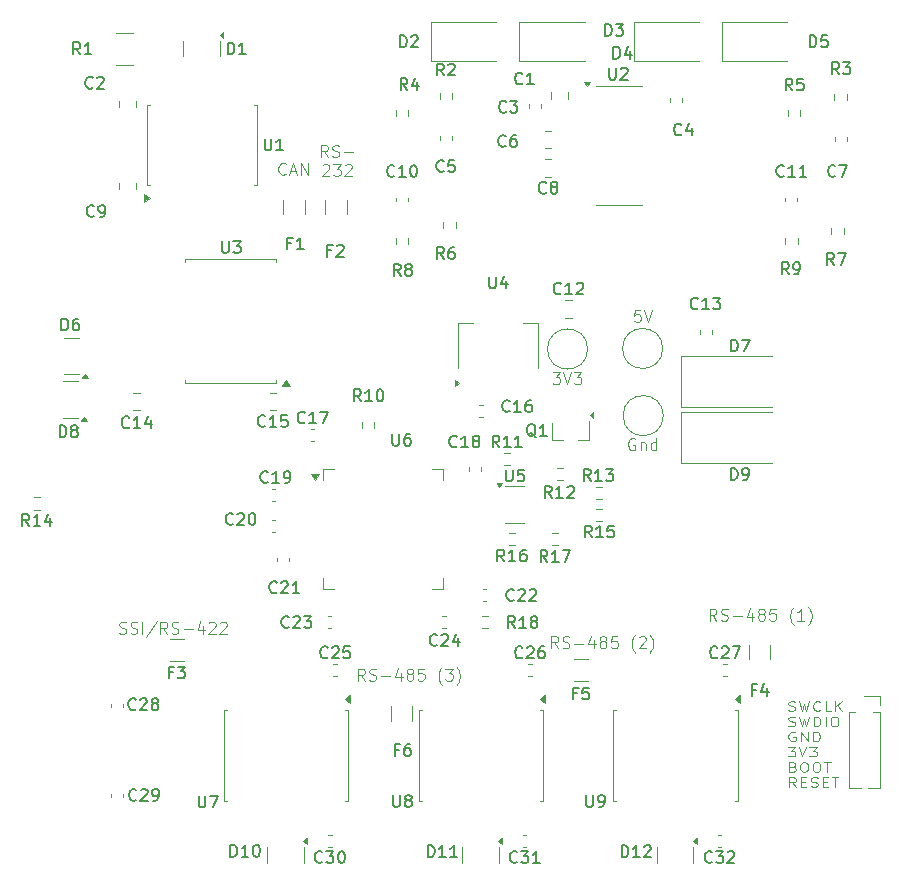
<source format=gbr>
%TF.GenerationSoftware,KiCad,Pcbnew,9.0.0*%
%TF.CreationDate,2025-03-21T17:04:22+03:00*%
%TF.ProjectId,many485,6d616e79-3438-4352-9e6b-696361645f70,rev?*%
%TF.SameCoordinates,Original*%
%TF.FileFunction,Legend,Top*%
%TF.FilePolarity,Positive*%
%FSLAX46Y46*%
G04 Gerber Fmt 4.6, Leading zero omitted, Abs format (unit mm)*
G04 Created by KiCad (PCBNEW 9.0.0) date 2025-03-21 17:04:22*
%MOMM*%
%LPD*%
G01*
G04 APERTURE LIST*
%ADD10C,0.100000*%
%ADD11C,0.150000*%
%ADD12C,0.120000*%
G04 APERTURE END LIST*
D10*
X141327865Y-98364025D02*
X141470722Y-98402120D01*
X141470722Y-98402120D02*
X141708817Y-98402120D01*
X141708817Y-98402120D02*
X141804055Y-98364025D01*
X141804055Y-98364025D02*
X141851674Y-98325929D01*
X141851674Y-98325929D02*
X141899293Y-98249739D01*
X141899293Y-98249739D02*
X141899293Y-98173548D01*
X141899293Y-98173548D02*
X141851674Y-98097358D01*
X141851674Y-98097358D02*
X141804055Y-98059263D01*
X141804055Y-98059263D02*
X141708817Y-98021167D01*
X141708817Y-98021167D02*
X141518341Y-97983072D01*
X141518341Y-97983072D02*
X141423103Y-97944977D01*
X141423103Y-97944977D02*
X141375484Y-97906882D01*
X141375484Y-97906882D02*
X141327865Y-97830691D01*
X141327865Y-97830691D02*
X141327865Y-97754501D01*
X141327865Y-97754501D02*
X141375484Y-97678310D01*
X141375484Y-97678310D02*
X141423103Y-97640215D01*
X141423103Y-97640215D02*
X141518341Y-97602120D01*
X141518341Y-97602120D02*
X141756436Y-97602120D01*
X141756436Y-97602120D02*
X141899293Y-97640215D01*
X142232627Y-97602120D02*
X142470722Y-98402120D01*
X142470722Y-98402120D02*
X142661198Y-97830691D01*
X142661198Y-97830691D02*
X142851674Y-98402120D01*
X142851674Y-98402120D02*
X143089770Y-97602120D01*
X144042150Y-98325929D02*
X143994531Y-98364025D01*
X143994531Y-98364025D02*
X143851674Y-98402120D01*
X143851674Y-98402120D02*
X143756436Y-98402120D01*
X143756436Y-98402120D02*
X143613579Y-98364025D01*
X143613579Y-98364025D02*
X143518341Y-98287834D01*
X143518341Y-98287834D02*
X143470722Y-98211644D01*
X143470722Y-98211644D02*
X143423103Y-98059263D01*
X143423103Y-98059263D02*
X143423103Y-97944977D01*
X143423103Y-97944977D02*
X143470722Y-97792596D01*
X143470722Y-97792596D02*
X143518341Y-97716405D01*
X143518341Y-97716405D02*
X143613579Y-97640215D01*
X143613579Y-97640215D02*
X143756436Y-97602120D01*
X143756436Y-97602120D02*
X143851674Y-97602120D01*
X143851674Y-97602120D02*
X143994531Y-97640215D01*
X143994531Y-97640215D02*
X144042150Y-97678310D01*
X144946912Y-98402120D02*
X144470722Y-98402120D01*
X144470722Y-98402120D02*
X144470722Y-97602120D01*
X145280246Y-98402120D02*
X145280246Y-97602120D01*
X145851674Y-98402120D02*
X145423103Y-97944977D01*
X145851674Y-97602120D02*
X145280246Y-98059263D01*
X141327865Y-99651980D02*
X141470722Y-99690075D01*
X141470722Y-99690075D02*
X141708817Y-99690075D01*
X141708817Y-99690075D02*
X141804055Y-99651980D01*
X141804055Y-99651980D02*
X141851674Y-99613884D01*
X141851674Y-99613884D02*
X141899293Y-99537694D01*
X141899293Y-99537694D02*
X141899293Y-99461503D01*
X141899293Y-99461503D02*
X141851674Y-99385313D01*
X141851674Y-99385313D02*
X141804055Y-99347218D01*
X141804055Y-99347218D02*
X141708817Y-99309122D01*
X141708817Y-99309122D02*
X141518341Y-99271027D01*
X141518341Y-99271027D02*
X141423103Y-99232932D01*
X141423103Y-99232932D02*
X141375484Y-99194837D01*
X141375484Y-99194837D02*
X141327865Y-99118646D01*
X141327865Y-99118646D02*
X141327865Y-99042456D01*
X141327865Y-99042456D02*
X141375484Y-98966265D01*
X141375484Y-98966265D02*
X141423103Y-98928170D01*
X141423103Y-98928170D02*
X141518341Y-98890075D01*
X141518341Y-98890075D02*
X141756436Y-98890075D01*
X141756436Y-98890075D02*
X141899293Y-98928170D01*
X142232627Y-98890075D02*
X142470722Y-99690075D01*
X142470722Y-99690075D02*
X142661198Y-99118646D01*
X142661198Y-99118646D02*
X142851674Y-99690075D01*
X142851674Y-99690075D02*
X143089770Y-98890075D01*
X143470722Y-99690075D02*
X143470722Y-98890075D01*
X143470722Y-98890075D02*
X143708817Y-98890075D01*
X143708817Y-98890075D02*
X143851674Y-98928170D01*
X143851674Y-98928170D02*
X143946912Y-99004360D01*
X143946912Y-99004360D02*
X143994531Y-99080551D01*
X143994531Y-99080551D02*
X144042150Y-99232932D01*
X144042150Y-99232932D02*
X144042150Y-99347218D01*
X144042150Y-99347218D02*
X143994531Y-99499599D01*
X143994531Y-99499599D02*
X143946912Y-99575789D01*
X143946912Y-99575789D02*
X143851674Y-99651980D01*
X143851674Y-99651980D02*
X143708817Y-99690075D01*
X143708817Y-99690075D02*
X143470722Y-99690075D01*
X144470722Y-99690075D02*
X144470722Y-98890075D01*
X145137388Y-98890075D02*
X145327864Y-98890075D01*
X145327864Y-98890075D02*
X145423102Y-98928170D01*
X145423102Y-98928170D02*
X145518340Y-99004360D01*
X145518340Y-99004360D02*
X145565959Y-99156741D01*
X145565959Y-99156741D02*
X145565959Y-99423408D01*
X145565959Y-99423408D02*
X145518340Y-99575789D01*
X145518340Y-99575789D02*
X145423102Y-99651980D01*
X145423102Y-99651980D02*
X145327864Y-99690075D01*
X145327864Y-99690075D02*
X145137388Y-99690075D01*
X145137388Y-99690075D02*
X145042150Y-99651980D01*
X145042150Y-99651980D02*
X144946912Y-99575789D01*
X144946912Y-99575789D02*
X144899293Y-99423408D01*
X144899293Y-99423408D02*
X144899293Y-99156741D01*
X144899293Y-99156741D02*
X144946912Y-99004360D01*
X144946912Y-99004360D02*
X145042150Y-98928170D01*
X145042150Y-98928170D02*
X145137388Y-98890075D01*
X141899293Y-100216125D02*
X141804055Y-100178030D01*
X141804055Y-100178030D02*
X141661198Y-100178030D01*
X141661198Y-100178030D02*
X141518341Y-100216125D01*
X141518341Y-100216125D02*
X141423103Y-100292315D01*
X141423103Y-100292315D02*
X141375484Y-100368506D01*
X141375484Y-100368506D02*
X141327865Y-100520887D01*
X141327865Y-100520887D02*
X141327865Y-100635173D01*
X141327865Y-100635173D02*
X141375484Y-100787554D01*
X141375484Y-100787554D02*
X141423103Y-100863744D01*
X141423103Y-100863744D02*
X141518341Y-100939935D01*
X141518341Y-100939935D02*
X141661198Y-100978030D01*
X141661198Y-100978030D02*
X141756436Y-100978030D01*
X141756436Y-100978030D02*
X141899293Y-100939935D01*
X141899293Y-100939935D02*
X141946912Y-100901839D01*
X141946912Y-100901839D02*
X141946912Y-100635173D01*
X141946912Y-100635173D02*
X141756436Y-100635173D01*
X142375484Y-100978030D02*
X142375484Y-100178030D01*
X142375484Y-100178030D02*
X142946912Y-100978030D01*
X142946912Y-100978030D02*
X142946912Y-100178030D01*
X143423103Y-100978030D02*
X143423103Y-100178030D01*
X143423103Y-100178030D02*
X143661198Y-100178030D01*
X143661198Y-100178030D02*
X143804055Y-100216125D01*
X143804055Y-100216125D02*
X143899293Y-100292315D01*
X143899293Y-100292315D02*
X143946912Y-100368506D01*
X143946912Y-100368506D02*
X143994531Y-100520887D01*
X143994531Y-100520887D02*
X143994531Y-100635173D01*
X143994531Y-100635173D02*
X143946912Y-100787554D01*
X143946912Y-100787554D02*
X143899293Y-100863744D01*
X143899293Y-100863744D02*
X143804055Y-100939935D01*
X143804055Y-100939935D02*
X143661198Y-100978030D01*
X143661198Y-100978030D02*
X143423103Y-100978030D01*
X141280246Y-101465985D02*
X141899293Y-101465985D01*
X141899293Y-101465985D02*
X141565960Y-101770747D01*
X141565960Y-101770747D02*
X141708817Y-101770747D01*
X141708817Y-101770747D02*
X141804055Y-101808842D01*
X141804055Y-101808842D02*
X141851674Y-101846937D01*
X141851674Y-101846937D02*
X141899293Y-101923128D01*
X141899293Y-101923128D02*
X141899293Y-102113604D01*
X141899293Y-102113604D02*
X141851674Y-102189794D01*
X141851674Y-102189794D02*
X141804055Y-102227890D01*
X141804055Y-102227890D02*
X141708817Y-102265985D01*
X141708817Y-102265985D02*
X141423103Y-102265985D01*
X141423103Y-102265985D02*
X141327865Y-102227890D01*
X141327865Y-102227890D02*
X141280246Y-102189794D01*
X142185008Y-101465985D02*
X142518341Y-102265985D01*
X142518341Y-102265985D02*
X142851674Y-101465985D01*
X143089770Y-101465985D02*
X143708817Y-101465985D01*
X143708817Y-101465985D02*
X143375484Y-101770747D01*
X143375484Y-101770747D02*
X143518341Y-101770747D01*
X143518341Y-101770747D02*
X143613579Y-101808842D01*
X143613579Y-101808842D02*
X143661198Y-101846937D01*
X143661198Y-101846937D02*
X143708817Y-101923128D01*
X143708817Y-101923128D02*
X143708817Y-102113604D01*
X143708817Y-102113604D02*
X143661198Y-102189794D01*
X143661198Y-102189794D02*
X143613579Y-102227890D01*
X143613579Y-102227890D02*
X143518341Y-102265985D01*
X143518341Y-102265985D02*
X143232627Y-102265985D01*
X143232627Y-102265985D02*
X143137389Y-102227890D01*
X143137389Y-102227890D02*
X143089770Y-102189794D01*
X141708817Y-103134892D02*
X141851674Y-103172987D01*
X141851674Y-103172987D02*
X141899293Y-103211083D01*
X141899293Y-103211083D02*
X141946912Y-103287273D01*
X141946912Y-103287273D02*
X141946912Y-103401559D01*
X141946912Y-103401559D02*
X141899293Y-103477749D01*
X141899293Y-103477749D02*
X141851674Y-103515845D01*
X141851674Y-103515845D02*
X141756436Y-103553940D01*
X141756436Y-103553940D02*
X141375484Y-103553940D01*
X141375484Y-103553940D02*
X141375484Y-102753940D01*
X141375484Y-102753940D02*
X141708817Y-102753940D01*
X141708817Y-102753940D02*
X141804055Y-102792035D01*
X141804055Y-102792035D02*
X141851674Y-102830130D01*
X141851674Y-102830130D02*
X141899293Y-102906321D01*
X141899293Y-102906321D02*
X141899293Y-102982511D01*
X141899293Y-102982511D02*
X141851674Y-103058702D01*
X141851674Y-103058702D02*
X141804055Y-103096797D01*
X141804055Y-103096797D02*
X141708817Y-103134892D01*
X141708817Y-103134892D02*
X141375484Y-103134892D01*
X142565960Y-102753940D02*
X142756436Y-102753940D01*
X142756436Y-102753940D02*
X142851674Y-102792035D01*
X142851674Y-102792035D02*
X142946912Y-102868225D01*
X142946912Y-102868225D02*
X142994531Y-103020606D01*
X142994531Y-103020606D02*
X142994531Y-103287273D01*
X142994531Y-103287273D02*
X142946912Y-103439654D01*
X142946912Y-103439654D02*
X142851674Y-103515845D01*
X142851674Y-103515845D02*
X142756436Y-103553940D01*
X142756436Y-103553940D02*
X142565960Y-103553940D01*
X142565960Y-103553940D02*
X142470722Y-103515845D01*
X142470722Y-103515845D02*
X142375484Y-103439654D01*
X142375484Y-103439654D02*
X142327865Y-103287273D01*
X142327865Y-103287273D02*
X142327865Y-103020606D01*
X142327865Y-103020606D02*
X142375484Y-102868225D01*
X142375484Y-102868225D02*
X142470722Y-102792035D01*
X142470722Y-102792035D02*
X142565960Y-102753940D01*
X143613579Y-102753940D02*
X143804055Y-102753940D01*
X143804055Y-102753940D02*
X143899293Y-102792035D01*
X143899293Y-102792035D02*
X143994531Y-102868225D01*
X143994531Y-102868225D02*
X144042150Y-103020606D01*
X144042150Y-103020606D02*
X144042150Y-103287273D01*
X144042150Y-103287273D02*
X143994531Y-103439654D01*
X143994531Y-103439654D02*
X143899293Y-103515845D01*
X143899293Y-103515845D02*
X143804055Y-103553940D01*
X143804055Y-103553940D02*
X143613579Y-103553940D01*
X143613579Y-103553940D02*
X143518341Y-103515845D01*
X143518341Y-103515845D02*
X143423103Y-103439654D01*
X143423103Y-103439654D02*
X143375484Y-103287273D01*
X143375484Y-103287273D02*
X143375484Y-103020606D01*
X143375484Y-103020606D02*
X143423103Y-102868225D01*
X143423103Y-102868225D02*
X143518341Y-102792035D01*
X143518341Y-102792035D02*
X143613579Y-102753940D01*
X144327865Y-102753940D02*
X144899293Y-102753940D01*
X144613579Y-103553940D02*
X144613579Y-102753940D01*
X141946912Y-104841895D02*
X141613579Y-104460942D01*
X141375484Y-104841895D02*
X141375484Y-104041895D01*
X141375484Y-104041895D02*
X141756436Y-104041895D01*
X141756436Y-104041895D02*
X141851674Y-104079990D01*
X141851674Y-104079990D02*
X141899293Y-104118085D01*
X141899293Y-104118085D02*
X141946912Y-104194276D01*
X141946912Y-104194276D02*
X141946912Y-104308561D01*
X141946912Y-104308561D02*
X141899293Y-104384752D01*
X141899293Y-104384752D02*
X141851674Y-104422847D01*
X141851674Y-104422847D02*
X141756436Y-104460942D01*
X141756436Y-104460942D02*
X141375484Y-104460942D01*
X142375484Y-104422847D02*
X142708817Y-104422847D01*
X142851674Y-104841895D02*
X142375484Y-104841895D01*
X142375484Y-104841895D02*
X142375484Y-104041895D01*
X142375484Y-104041895D02*
X142851674Y-104041895D01*
X143232627Y-104803800D02*
X143375484Y-104841895D01*
X143375484Y-104841895D02*
X143613579Y-104841895D01*
X143613579Y-104841895D02*
X143708817Y-104803800D01*
X143708817Y-104803800D02*
X143756436Y-104765704D01*
X143756436Y-104765704D02*
X143804055Y-104689514D01*
X143804055Y-104689514D02*
X143804055Y-104613323D01*
X143804055Y-104613323D02*
X143756436Y-104537133D01*
X143756436Y-104537133D02*
X143708817Y-104499038D01*
X143708817Y-104499038D02*
X143613579Y-104460942D01*
X143613579Y-104460942D02*
X143423103Y-104422847D01*
X143423103Y-104422847D02*
X143327865Y-104384752D01*
X143327865Y-104384752D02*
X143280246Y-104346657D01*
X143280246Y-104346657D02*
X143232627Y-104270466D01*
X143232627Y-104270466D02*
X143232627Y-104194276D01*
X143232627Y-104194276D02*
X143280246Y-104118085D01*
X143280246Y-104118085D02*
X143327865Y-104079990D01*
X143327865Y-104079990D02*
X143423103Y-104041895D01*
X143423103Y-104041895D02*
X143661198Y-104041895D01*
X143661198Y-104041895D02*
X143804055Y-104079990D01*
X144232627Y-104422847D02*
X144565960Y-104422847D01*
X144708817Y-104841895D02*
X144232627Y-104841895D01*
X144232627Y-104841895D02*
X144232627Y-104041895D01*
X144232627Y-104041895D02*
X144708817Y-104041895D01*
X144994532Y-104041895D02*
X145565960Y-104041895D01*
X145280246Y-104841895D02*
X145280246Y-104041895D01*
X105472512Y-95833619D02*
X105139179Y-95357428D01*
X104901084Y-95833619D02*
X104901084Y-94833619D01*
X104901084Y-94833619D02*
X105282036Y-94833619D01*
X105282036Y-94833619D02*
X105377274Y-94881238D01*
X105377274Y-94881238D02*
X105424893Y-94928857D01*
X105424893Y-94928857D02*
X105472512Y-95024095D01*
X105472512Y-95024095D02*
X105472512Y-95166952D01*
X105472512Y-95166952D02*
X105424893Y-95262190D01*
X105424893Y-95262190D02*
X105377274Y-95309809D01*
X105377274Y-95309809D02*
X105282036Y-95357428D01*
X105282036Y-95357428D02*
X104901084Y-95357428D01*
X105853465Y-95786000D02*
X105996322Y-95833619D01*
X105996322Y-95833619D02*
X106234417Y-95833619D01*
X106234417Y-95833619D02*
X106329655Y-95786000D01*
X106329655Y-95786000D02*
X106377274Y-95738380D01*
X106377274Y-95738380D02*
X106424893Y-95643142D01*
X106424893Y-95643142D02*
X106424893Y-95547904D01*
X106424893Y-95547904D02*
X106377274Y-95452666D01*
X106377274Y-95452666D02*
X106329655Y-95405047D01*
X106329655Y-95405047D02*
X106234417Y-95357428D01*
X106234417Y-95357428D02*
X106043941Y-95309809D01*
X106043941Y-95309809D02*
X105948703Y-95262190D01*
X105948703Y-95262190D02*
X105901084Y-95214571D01*
X105901084Y-95214571D02*
X105853465Y-95119333D01*
X105853465Y-95119333D02*
X105853465Y-95024095D01*
X105853465Y-95024095D02*
X105901084Y-94928857D01*
X105901084Y-94928857D02*
X105948703Y-94881238D01*
X105948703Y-94881238D02*
X106043941Y-94833619D01*
X106043941Y-94833619D02*
X106282036Y-94833619D01*
X106282036Y-94833619D02*
X106424893Y-94881238D01*
X106853465Y-95452666D02*
X107615370Y-95452666D01*
X108520131Y-95166952D02*
X108520131Y-95833619D01*
X108282036Y-94786000D02*
X108043941Y-95500285D01*
X108043941Y-95500285D02*
X108662988Y-95500285D01*
X109186798Y-95262190D02*
X109091560Y-95214571D01*
X109091560Y-95214571D02*
X109043941Y-95166952D01*
X109043941Y-95166952D02*
X108996322Y-95071714D01*
X108996322Y-95071714D02*
X108996322Y-95024095D01*
X108996322Y-95024095D02*
X109043941Y-94928857D01*
X109043941Y-94928857D02*
X109091560Y-94881238D01*
X109091560Y-94881238D02*
X109186798Y-94833619D01*
X109186798Y-94833619D02*
X109377274Y-94833619D01*
X109377274Y-94833619D02*
X109472512Y-94881238D01*
X109472512Y-94881238D02*
X109520131Y-94928857D01*
X109520131Y-94928857D02*
X109567750Y-95024095D01*
X109567750Y-95024095D02*
X109567750Y-95071714D01*
X109567750Y-95071714D02*
X109520131Y-95166952D01*
X109520131Y-95166952D02*
X109472512Y-95214571D01*
X109472512Y-95214571D02*
X109377274Y-95262190D01*
X109377274Y-95262190D02*
X109186798Y-95262190D01*
X109186798Y-95262190D02*
X109091560Y-95309809D01*
X109091560Y-95309809D02*
X109043941Y-95357428D01*
X109043941Y-95357428D02*
X108996322Y-95452666D01*
X108996322Y-95452666D02*
X108996322Y-95643142D01*
X108996322Y-95643142D02*
X109043941Y-95738380D01*
X109043941Y-95738380D02*
X109091560Y-95786000D01*
X109091560Y-95786000D02*
X109186798Y-95833619D01*
X109186798Y-95833619D02*
X109377274Y-95833619D01*
X109377274Y-95833619D02*
X109472512Y-95786000D01*
X109472512Y-95786000D02*
X109520131Y-95738380D01*
X109520131Y-95738380D02*
X109567750Y-95643142D01*
X109567750Y-95643142D02*
X109567750Y-95452666D01*
X109567750Y-95452666D02*
X109520131Y-95357428D01*
X109520131Y-95357428D02*
X109472512Y-95309809D01*
X109472512Y-95309809D02*
X109377274Y-95262190D01*
X110472512Y-94833619D02*
X109996322Y-94833619D01*
X109996322Y-94833619D02*
X109948703Y-95309809D01*
X109948703Y-95309809D02*
X109996322Y-95262190D01*
X109996322Y-95262190D02*
X110091560Y-95214571D01*
X110091560Y-95214571D02*
X110329655Y-95214571D01*
X110329655Y-95214571D02*
X110424893Y-95262190D01*
X110424893Y-95262190D02*
X110472512Y-95309809D01*
X110472512Y-95309809D02*
X110520131Y-95405047D01*
X110520131Y-95405047D02*
X110520131Y-95643142D01*
X110520131Y-95643142D02*
X110472512Y-95738380D01*
X110472512Y-95738380D02*
X110424893Y-95786000D01*
X110424893Y-95786000D02*
X110329655Y-95833619D01*
X110329655Y-95833619D02*
X110091560Y-95833619D01*
X110091560Y-95833619D02*
X109996322Y-95786000D01*
X109996322Y-95786000D02*
X109948703Y-95738380D01*
X111996322Y-96214571D02*
X111948703Y-96166952D01*
X111948703Y-96166952D02*
X111853465Y-96024095D01*
X111853465Y-96024095D02*
X111805846Y-95928857D01*
X111805846Y-95928857D02*
X111758227Y-95786000D01*
X111758227Y-95786000D02*
X111710608Y-95547904D01*
X111710608Y-95547904D02*
X111710608Y-95357428D01*
X111710608Y-95357428D02*
X111758227Y-95119333D01*
X111758227Y-95119333D02*
X111805846Y-94976476D01*
X111805846Y-94976476D02*
X111853465Y-94881238D01*
X111853465Y-94881238D02*
X111948703Y-94738380D01*
X111948703Y-94738380D02*
X111996322Y-94690761D01*
X112282037Y-94833619D02*
X112901084Y-94833619D01*
X112901084Y-94833619D02*
X112567751Y-95214571D01*
X112567751Y-95214571D02*
X112710608Y-95214571D01*
X112710608Y-95214571D02*
X112805846Y-95262190D01*
X112805846Y-95262190D02*
X112853465Y-95309809D01*
X112853465Y-95309809D02*
X112901084Y-95405047D01*
X112901084Y-95405047D02*
X112901084Y-95643142D01*
X112901084Y-95643142D02*
X112853465Y-95738380D01*
X112853465Y-95738380D02*
X112805846Y-95786000D01*
X112805846Y-95786000D02*
X112710608Y-95833619D01*
X112710608Y-95833619D02*
X112424894Y-95833619D01*
X112424894Y-95833619D02*
X112329656Y-95786000D01*
X112329656Y-95786000D02*
X112282037Y-95738380D01*
X113234418Y-96214571D02*
X113282037Y-96166952D01*
X113282037Y-96166952D02*
X113377275Y-96024095D01*
X113377275Y-96024095D02*
X113424894Y-95928857D01*
X113424894Y-95928857D02*
X113472513Y-95786000D01*
X113472513Y-95786000D02*
X113520132Y-95547904D01*
X113520132Y-95547904D02*
X113520132Y-95357428D01*
X113520132Y-95357428D02*
X113472513Y-95119333D01*
X113472513Y-95119333D02*
X113424894Y-94976476D01*
X113424894Y-94976476D02*
X113377275Y-94881238D01*
X113377275Y-94881238D02*
X113282037Y-94738380D01*
X113282037Y-94738380D02*
X113234418Y-94690761D01*
X121830112Y-93090419D02*
X121496779Y-92614228D01*
X121258684Y-93090419D02*
X121258684Y-92090419D01*
X121258684Y-92090419D02*
X121639636Y-92090419D01*
X121639636Y-92090419D02*
X121734874Y-92138038D01*
X121734874Y-92138038D02*
X121782493Y-92185657D01*
X121782493Y-92185657D02*
X121830112Y-92280895D01*
X121830112Y-92280895D02*
X121830112Y-92423752D01*
X121830112Y-92423752D02*
X121782493Y-92518990D01*
X121782493Y-92518990D02*
X121734874Y-92566609D01*
X121734874Y-92566609D02*
X121639636Y-92614228D01*
X121639636Y-92614228D02*
X121258684Y-92614228D01*
X122211065Y-93042800D02*
X122353922Y-93090419D01*
X122353922Y-93090419D02*
X122592017Y-93090419D01*
X122592017Y-93090419D02*
X122687255Y-93042800D01*
X122687255Y-93042800D02*
X122734874Y-92995180D01*
X122734874Y-92995180D02*
X122782493Y-92899942D01*
X122782493Y-92899942D02*
X122782493Y-92804704D01*
X122782493Y-92804704D02*
X122734874Y-92709466D01*
X122734874Y-92709466D02*
X122687255Y-92661847D01*
X122687255Y-92661847D02*
X122592017Y-92614228D01*
X122592017Y-92614228D02*
X122401541Y-92566609D01*
X122401541Y-92566609D02*
X122306303Y-92518990D01*
X122306303Y-92518990D02*
X122258684Y-92471371D01*
X122258684Y-92471371D02*
X122211065Y-92376133D01*
X122211065Y-92376133D02*
X122211065Y-92280895D01*
X122211065Y-92280895D02*
X122258684Y-92185657D01*
X122258684Y-92185657D02*
X122306303Y-92138038D01*
X122306303Y-92138038D02*
X122401541Y-92090419D01*
X122401541Y-92090419D02*
X122639636Y-92090419D01*
X122639636Y-92090419D02*
X122782493Y-92138038D01*
X123211065Y-92709466D02*
X123972970Y-92709466D01*
X124877731Y-92423752D02*
X124877731Y-93090419D01*
X124639636Y-92042800D02*
X124401541Y-92757085D01*
X124401541Y-92757085D02*
X125020588Y-92757085D01*
X125544398Y-92518990D02*
X125449160Y-92471371D01*
X125449160Y-92471371D02*
X125401541Y-92423752D01*
X125401541Y-92423752D02*
X125353922Y-92328514D01*
X125353922Y-92328514D02*
X125353922Y-92280895D01*
X125353922Y-92280895D02*
X125401541Y-92185657D01*
X125401541Y-92185657D02*
X125449160Y-92138038D01*
X125449160Y-92138038D02*
X125544398Y-92090419D01*
X125544398Y-92090419D02*
X125734874Y-92090419D01*
X125734874Y-92090419D02*
X125830112Y-92138038D01*
X125830112Y-92138038D02*
X125877731Y-92185657D01*
X125877731Y-92185657D02*
X125925350Y-92280895D01*
X125925350Y-92280895D02*
X125925350Y-92328514D01*
X125925350Y-92328514D02*
X125877731Y-92423752D01*
X125877731Y-92423752D02*
X125830112Y-92471371D01*
X125830112Y-92471371D02*
X125734874Y-92518990D01*
X125734874Y-92518990D02*
X125544398Y-92518990D01*
X125544398Y-92518990D02*
X125449160Y-92566609D01*
X125449160Y-92566609D02*
X125401541Y-92614228D01*
X125401541Y-92614228D02*
X125353922Y-92709466D01*
X125353922Y-92709466D02*
X125353922Y-92899942D01*
X125353922Y-92899942D02*
X125401541Y-92995180D01*
X125401541Y-92995180D02*
X125449160Y-93042800D01*
X125449160Y-93042800D02*
X125544398Y-93090419D01*
X125544398Y-93090419D02*
X125734874Y-93090419D01*
X125734874Y-93090419D02*
X125830112Y-93042800D01*
X125830112Y-93042800D02*
X125877731Y-92995180D01*
X125877731Y-92995180D02*
X125925350Y-92899942D01*
X125925350Y-92899942D02*
X125925350Y-92709466D01*
X125925350Y-92709466D02*
X125877731Y-92614228D01*
X125877731Y-92614228D02*
X125830112Y-92566609D01*
X125830112Y-92566609D02*
X125734874Y-92518990D01*
X126830112Y-92090419D02*
X126353922Y-92090419D01*
X126353922Y-92090419D02*
X126306303Y-92566609D01*
X126306303Y-92566609D02*
X126353922Y-92518990D01*
X126353922Y-92518990D02*
X126449160Y-92471371D01*
X126449160Y-92471371D02*
X126687255Y-92471371D01*
X126687255Y-92471371D02*
X126782493Y-92518990D01*
X126782493Y-92518990D02*
X126830112Y-92566609D01*
X126830112Y-92566609D02*
X126877731Y-92661847D01*
X126877731Y-92661847D02*
X126877731Y-92899942D01*
X126877731Y-92899942D02*
X126830112Y-92995180D01*
X126830112Y-92995180D02*
X126782493Y-93042800D01*
X126782493Y-93042800D02*
X126687255Y-93090419D01*
X126687255Y-93090419D02*
X126449160Y-93090419D01*
X126449160Y-93090419D02*
X126353922Y-93042800D01*
X126353922Y-93042800D02*
X126306303Y-92995180D01*
X128353922Y-93471371D02*
X128306303Y-93423752D01*
X128306303Y-93423752D02*
X128211065Y-93280895D01*
X128211065Y-93280895D02*
X128163446Y-93185657D01*
X128163446Y-93185657D02*
X128115827Y-93042800D01*
X128115827Y-93042800D02*
X128068208Y-92804704D01*
X128068208Y-92804704D02*
X128068208Y-92614228D01*
X128068208Y-92614228D02*
X128115827Y-92376133D01*
X128115827Y-92376133D02*
X128163446Y-92233276D01*
X128163446Y-92233276D02*
X128211065Y-92138038D01*
X128211065Y-92138038D02*
X128306303Y-91995180D01*
X128306303Y-91995180D02*
X128353922Y-91947561D01*
X128687256Y-92185657D02*
X128734875Y-92138038D01*
X128734875Y-92138038D02*
X128830113Y-92090419D01*
X128830113Y-92090419D02*
X129068208Y-92090419D01*
X129068208Y-92090419D02*
X129163446Y-92138038D01*
X129163446Y-92138038D02*
X129211065Y-92185657D01*
X129211065Y-92185657D02*
X129258684Y-92280895D01*
X129258684Y-92280895D02*
X129258684Y-92376133D01*
X129258684Y-92376133D02*
X129211065Y-92518990D01*
X129211065Y-92518990D02*
X128639637Y-93090419D01*
X128639637Y-93090419D02*
X129258684Y-93090419D01*
X129592018Y-93471371D02*
X129639637Y-93423752D01*
X129639637Y-93423752D02*
X129734875Y-93280895D01*
X129734875Y-93280895D02*
X129782494Y-93185657D01*
X129782494Y-93185657D02*
X129830113Y-93042800D01*
X129830113Y-93042800D02*
X129877732Y-92804704D01*
X129877732Y-92804704D02*
X129877732Y-92614228D01*
X129877732Y-92614228D02*
X129830113Y-92376133D01*
X129830113Y-92376133D02*
X129782494Y-92233276D01*
X129782494Y-92233276D02*
X129734875Y-92138038D01*
X129734875Y-92138038D02*
X129639637Y-91995180D01*
X129639637Y-91995180D02*
X129592018Y-91947561D01*
X135241312Y-90753619D02*
X134907979Y-90277428D01*
X134669884Y-90753619D02*
X134669884Y-89753619D01*
X134669884Y-89753619D02*
X135050836Y-89753619D01*
X135050836Y-89753619D02*
X135146074Y-89801238D01*
X135146074Y-89801238D02*
X135193693Y-89848857D01*
X135193693Y-89848857D02*
X135241312Y-89944095D01*
X135241312Y-89944095D02*
X135241312Y-90086952D01*
X135241312Y-90086952D02*
X135193693Y-90182190D01*
X135193693Y-90182190D02*
X135146074Y-90229809D01*
X135146074Y-90229809D02*
X135050836Y-90277428D01*
X135050836Y-90277428D02*
X134669884Y-90277428D01*
X135622265Y-90706000D02*
X135765122Y-90753619D01*
X135765122Y-90753619D02*
X136003217Y-90753619D01*
X136003217Y-90753619D02*
X136098455Y-90706000D01*
X136098455Y-90706000D02*
X136146074Y-90658380D01*
X136146074Y-90658380D02*
X136193693Y-90563142D01*
X136193693Y-90563142D02*
X136193693Y-90467904D01*
X136193693Y-90467904D02*
X136146074Y-90372666D01*
X136146074Y-90372666D02*
X136098455Y-90325047D01*
X136098455Y-90325047D02*
X136003217Y-90277428D01*
X136003217Y-90277428D02*
X135812741Y-90229809D01*
X135812741Y-90229809D02*
X135717503Y-90182190D01*
X135717503Y-90182190D02*
X135669884Y-90134571D01*
X135669884Y-90134571D02*
X135622265Y-90039333D01*
X135622265Y-90039333D02*
X135622265Y-89944095D01*
X135622265Y-89944095D02*
X135669884Y-89848857D01*
X135669884Y-89848857D02*
X135717503Y-89801238D01*
X135717503Y-89801238D02*
X135812741Y-89753619D01*
X135812741Y-89753619D02*
X136050836Y-89753619D01*
X136050836Y-89753619D02*
X136193693Y-89801238D01*
X136622265Y-90372666D02*
X137384170Y-90372666D01*
X138288931Y-90086952D02*
X138288931Y-90753619D01*
X138050836Y-89706000D02*
X137812741Y-90420285D01*
X137812741Y-90420285D02*
X138431788Y-90420285D01*
X138955598Y-90182190D02*
X138860360Y-90134571D01*
X138860360Y-90134571D02*
X138812741Y-90086952D01*
X138812741Y-90086952D02*
X138765122Y-89991714D01*
X138765122Y-89991714D02*
X138765122Y-89944095D01*
X138765122Y-89944095D02*
X138812741Y-89848857D01*
X138812741Y-89848857D02*
X138860360Y-89801238D01*
X138860360Y-89801238D02*
X138955598Y-89753619D01*
X138955598Y-89753619D02*
X139146074Y-89753619D01*
X139146074Y-89753619D02*
X139241312Y-89801238D01*
X139241312Y-89801238D02*
X139288931Y-89848857D01*
X139288931Y-89848857D02*
X139336550Y-89944095D01*
X139336550Y-89944095D02*
X139336550Y-89991714D01*
X139336550Y-89991714D02*
X139288931Y-90086952D01*
X139288931Y-90086952D02*
X139241312Y-90134571D01*
X139241312Y-90134571D02*
X139146074Y-90182190D01*
X139146074Y-90182190D02*
X138955598Y-90182190D01*
X138955598Y-90182190D02*
X138860360Y-90229809D01*
X138860360Y-90229809D02*
X138812741Y-90277428D01*
X138812741Y-90277428D02*
X138765122Y-90372666D01*
X138765122Y-90372666D02*
X138765122Y-90563142D01*
X138765122Y-90563142D02*
X138812741Y-90658380D01*
X138812741Y-90658380D02*
X138860360Y-90706000D01*
X138860360Y-90706000D02*
X138955598Y-90753619D01*
X138955598Y-90753619D02*
X139146074Y-90753619D01*
X139146074Y-90753619D02*
X139241312Y-90706000D01*
X139241312Y-90706000D02*
X139288931Y-90658380D01*
X139288931Y-90658380D02*
X139336550Y-90563142D01*
X139336550Y-90563142D02*
X139336550Y-90372666D01*
X139336550Y-90372666D02*
X139288931Y-90277428D01*
X139288931Y-90277428D02*
X139241312Y-90229809D01*
X139241312Y-90229809D02*
X139146074Y-90182190D01*
X140241312Y-89753619D02*
X139765122Y-89753619D01*
X139765122Y-89753619D02*
X139717503Y-90229809D01*
X139717503Y-90229809D02*
X139765122Y-90182190D01*
X139765122Y-90182190D02*
X139860360Y-90134571D01*
X139860360Y-90134571D02*
X140098455Y-90134571D01*
X140098455Y-90134571D02*
X140193693Y-90182190D01*
X140193693Y-90182190D02*
X140241312Y-90229809D01*
X140241312Y-90229809D02*
X140288931Y-90325047D01*
X140288931Y-90325047D02*
X140288931Y-90563142D01*
X140288931Y-90563142D02*
X140241312Y-90658380D01*
X140241312Y-90658380D02*
X140193693Y-90706000D01*
X140193693Y-90706000D02*
X140098455Y-90753619D01*
X140098455Y-90753619D02*
X139860360Y-90753619D01*
X139860360Y-90753619D02*
X139765122Y-90706000D01*
X139765122Y-90706000D02*
X139717503Y-90658380D01*
X141765122Y-91134571D02*
X141717503Y-91086952D01*
X141717503Y-91086952D02*
X141622265Y-90944095D01*
X141622265Y-90944095D02*
X141574646Y-90848857D01*
X141574646Y-90848857D02*
X141527027Y-90706000D01*
X141527027Y-90706000D02*
X141479408Y-90467904D01*
X141479408Y-90467904D02*
X141479408Y-90277428D01*
X141479408Y-90277428D02*
X141527027Y-90039333D01*
X141527027Y-90039333D02*
X141574646Y-89896476D01*
X141574646Y-89896476D02*
X141622265Y-89801238D01*
X141622265Y-89801238D02*
X141717503Y-89658380D01*
X141717503Y-89658380D02*
X141765122Y-89610761D01*
X142669884Y-90753619D02*
X142098456Y-90753619D01*
X142384170Y-90753619D02*
X142384170Y-89753619D01*
X142384170Y-89753619D02*
X142288932Y-89896476D01*
X142288932Y-89896476D02*
X142193694Y-89991714D01*
X142193694Y-89991714D02*
X142098456Y-90039333D01*
X143003218Y-91134571D02*
X143050837Y-91086952D01*
X143050837Y-91086952D02*
X143146075Y-90944095D01*
X143146075Y-90944095D02*
X143193694Y-90848857D01*
X143193694Y-90848857D02*
X143241313Y-90706000D01*
X143241313Y-90706000D02*
X143288932Y-90467904D01*
X143288932Y-90467904D02*
X143288932Y-90277428D01*
X143288932Y-90277428D02*
X143241313Y-90039333D01*
X143241313Y-90039333D02*
X143193694Y-89896476D01*
X143193694Y-89896476D02*
X143146075Y-89801238D01*
X143146075Y-89801238D02*
X143050837Y-89658380D01*
X143050837Y-89658380D02*
X143003218Y-89610761D01*
X84685865Y-91823600D02*
X84828722Y-91871219D01*
X84828722Y-91871219D02*
X85066817Y-91871219D01*
X85066817Y-91871219D02*
X85162055Y-91823600D01*
X85162055Y-91823600D02*
X85209674Y-91775980D01*
X85209674Y-91775980D02*
X85257293Y-91680742D01*
X85257293Y-91680742D02*
X85257293Y-91585504D01*
X85257293Y-91585504D02*
X85209674Y-91490266D01*
X85209674Y-91490266D02*
X85162055Y-91442647D01*
X85162055Y-91442647D02*
X85066817Y-91395028D01*
X85066817Y-91395028D02*
X84876341Y-91347409D01*
X84876341Y-91347409D02*
X84781103Y-91299790D01*
X84781103Y-91299790D02*
X84733484Y-91252171D01*
X84733484Y-91252171D02*
X84685865Y-91156933D01*
X84685865Y-91156933D02*
X84685865Y-91061695D01*
X84685865Y-91061695D02*
X84733484Y-90966457D01*
X84733484Y-90966457D02*
X84781103Y-90918838D01*
X84781103Y-90918838D02*
X84876341Y-90871219D01*
X84876341Y-90871219D02*
X85114436Y-90871219D01*
X85114436Y-90871219D02*
X85257293Y-90918838D01*
X85638246Y-91823600D02*
X85781103Y-91871219D01*
X85781103Y-91871219D02*
X86019198Y-91871219D01*
X86019198Y-91871219D02*
X86114436Y-91823600D01*
X86114436Y-91823600D02*
X86162055Y-91775980D01*
X86162055Y-91775980D02*
X86209674Y-91680742D01*
X86209674Y-91680742D02*
X86209674Y-91585504D01*
X86209674Y-91585504D02*
X86162055Y-91490266D01*
X86162055Y-91490266D02*
X86114436Y-91442647D01*
X86114436Y-91442647D02*
X86019198Y-91395028D01*
X86019198Y-91395028D02*
X85828722Y-91347409D01*
X85828722Y-91347409D02*
X85733484Y-91299790D01*
X85733484Y-91299790D02*
X85685865Y-91252171D01*
X85685865Y-91252171D02*
X85638246Y-91156933D01*
X85638246Y-91156933D02*
X85638246Y-91061695D01*
X85638246Y-91061695D02*
X85685865Y-90966457D01*
X85685865Y-90966457D02*
X85733484Y-90918838D01*
X85733484Y-90918838D02*
X85828722Y-90871219D01*
X85828722Y-90871219D02*
X86066817Y-90871219D01*
X86066817Y-90871219D02*
X86209674Y-90918838D01*
X86638246Y-91871219D02*
X86638246Y-90871219D01*
X87828721Y-90823600D02*
X86971579Y-92109314D01*
X88733483Y-91871219D02*
X88400150Y-91395028D01*
X88162055Y-91871219D02*
X88162055Y-90871219D01*
X88162055Y-90871219D02*
X88543007Y-90871219D01*
X88543007Y-90871219D02*
X88638245Y-90918838D01*
X88638245Y-90918838D02*
X88685864Y-90966457D01*
X88685864Y-90966457D02*
X88733483Y-91061695D01*
X88733483Y-91061695D02*
X88733483Y-91204552D01*
X88733483Y-91204552D02*
X88685864Y-91299790D01*
X88685864Y-91299790D02*
X88638245Y-91347409D01*
X88638245Y-91347409D02*
X88543007Y-91395028D01*
X88543007Y-91395028D02*
X88162055Y-91395028D01*
X89114436Y-91823600D02*
X89257293Y-91871219D01*
X89257293Y-91871219D02*
X89495388Y-91871219D01*
X89495388Y-91871219D02*
X89590626Y-91823600D01*
X89590626Y-91823600D02*
X89638245Y-91775980D01*
X89638245Y-91775980D02*
X89685864Y-91680742D01*
X89685864Y-91680742D02*
X89685864Y-91585504D01*
X89685864Y-91585504D02*
X89638245Y-91490266D01*
X89638245Y-91490266D02*
X89590626Y-91442647D01*
X89590626Y-91442647D02*
X89495388Y-91395028D01*
X89495388Y-91395028D02*
X89304912Y-91347409D01*
X89304912Y-91347409D02*
X89209674Y-91299790D01*
X89209674Y-91299790D02*
X89162055Y-91252171D01*
X89162055Y-91252171D02*
X89114436Y-91156933D01*
X89114436Y-91156933D02*
X89114436Y-91061695D01*
X89114436Y-91061695D02*
X89162055Y-90966457D01*
X89162055Y-90966457D02*
X89209674Y-90918838D01*
X89209674Y-90918838D02*
X89304912Y-90871219D01*
X89304912Y-90871219D02*
X89543007Y-90871219D01*
X89543007Y-90871219D02*
X89685864Y-90918838D01*
X90114436Y-91490266D02*
X90876341Y-91490266D01*
X91781102Y-91204552D02*
X91781102Y-91871219D01*
X91543007Y-90823600D02*
X91304912Y-91537885D01*
X91304912Y-91537885D02*
X91923959Y-91537885D01*
X92257293Y-90966457D02*
X92304912Y-90918838D01*
X92304912Y-90918838D02*
X92400150Y-90871219D01*
X92400150Y-90871219D02*
X92638245Y-90871219D01*
X92638245Y-90871219D02*
X92733483Y-90918838D01*
X92733483Y-90918838D02*
X92781102Y-90966457D01*
X92781102Y-90966457D02*
X92828721Y-91061695D01*
X92828721Y-91061695D02*
X92828721Y-91156933D01*
X92828721Y-91156933D02*
X92781102Y-91299790D01*
X92781102Y-91299790D02*
X92209674Y-91871219D01*
X92209674Y-91871219D02*
X92828721Y-91871219D01*
X93209674Y-90966457D02*
X93257293Y-90918838D01*
X93257293Y-90918838D02*
X93352531Y-90871219D01*
X93352531Y-90871219D02*
X93590626Y-90871219D01*
X93590626Y-90871219D02*
X93685864Y-90918838D01*
X93685864Y-90918838D02*
X93733483Y-90966457D01*
X93733483Y-90966457D02*
X93781102Y-91061695D01*
X93781102Y-91061695D02*
X93781102Y-91156933D01*
X93781102Y-91156933D02*
X93733483Y-91299790D01*
X93733483Y-91299790D02*
X93162055Y-91871219D01*
X93162055Y-91871219D02*
X93781102Y-91871219D01*
X102338285Y-51500875D02*
X102004952Y-51024684D01*
X101766857Y-51500875D02*
X101766857Y-50500875D01*
X101766857Y-50500875D02*
X102147809Y-50500875D01*
X102147809Y-50500875D02*
X102243047Y-50548494D01*
X102243047Y-50548494D02*
X102290666Y-50596113D01*
X102290666Y-50596113D02*
X102338285Y-50691351D01*
X102338285Y-50691351D02*
X102338285Y-50834208D01*
X102338285Y-50834208D02*
X102290666Y-50929446D01*
X102290666Y-50929446D02*
X102243047Y-50977065D01*
X102243047Y-50977065D02*
X102147809Y-51024684D01*
X102147809Y-51024684D02*
X101766857Y-51024684D01*
X102719238Y-51453256D02*
X102862095Y-51500875D01*
X102862095Y-51500875D02*
X103100190Y-51500875D01*
X103100190Y-51500875D02*
X103195428Y-51453256D01*
X103195428Y-51453256D02*
X103243047Y-51405636D01*
X103243047Y-51405636D02*
X103290666Y-51310398D01*
X103290666Y-51310398D02*
X103290666Y-51215160D01*
X103290666Y-51215160D02*
X103243047Y-51119922D01*
X103243047Y-51119922D02*
X103195428Y-51072303D01*
X103195428Y-51072303D02*
X103100190Y-51024684D01*
X103100190Y-51024684D02*
X102909714Y-50977065D01*
X102909714Y-50977065D02*
X102814476Y-50929446D01*
X102814476Y-50929446D02*
X102766857Y-50881827D01*
X102766857Y-50881827D02*
X102719238Y-50786589D01*
X102719238Y-50786589D02*
X102719238Y-50691351D01*
X102719238Y-50691351D02*
X102766857Y-50596113D01*
X102766857Y-50596113D02*
X102814476Y-50548494D01*
X102814476Y-50548494D02*
X102909714Y-50500875D01*
X102909714Y-50500875D02*
X103147809Y-50500875D01*
X103147809Y-50500875D02*
X103290666Y-50548494D01*
X103719238Y-51119922D02*
X104481143Y-51119922D01*
X101885905Y-52206057D02*
X101933524Y-52158438D01*
X101933524Y-52158438D02*
X102028762Y-52110819D01*
X102028762Y-52110819D02*
X102266857Y-52110819D01*
X102266857Y-52110819D02*
X102362095Y-52158438D01*
X102362095Y-52158438D02*
X102409714Y-52206057D01*
X102409714Y-52206057D02*
X102457333Y-52301295D01*
X102457333Y-52301295D02*
X102457333Y-52396533D01*
X102457333Y-52396533D02*
X102409714Y-52539390D01*
X102409714Y-52539390D02*
X101838286Y-53110819D01*
X101838286Y-53110819D02*
X102457333Y-53110819D01*
X102790667Y-52110819D02*
X103409714Y-52110819D01*
X103409714Y-52110819D02*
X103076381Y-52491771D01*
X103076381Y-52491771D02*
X103219238Y-52491771D01*
X103219238Y-52491771D02*
X103314476Y-52539390D01*
X103314476Y-52539390D02*
X103362095Y-52587009D01*
X103362095Y-52587009D02*
X103409714Y-52682247D01*
X103409714Y-52682247D02*
X103409714Y-52920342D01*
X103409714Y-52920342D02*
X103362095Y-53015580D01*
X103362095Y-53015580D02*
X103314476Y-53063200D01*
X103314476Y-53063200D02*
X103219238Y-53110819D01*
X103219238Y-53110819D02*
X102933524Y-53110819D01*
X102933524Y-53110819D02*
X102838286Y-53063200D01*
X102838286Y-53063200D02*
X102790667Y-53015580D01*
X103790667Y-52206057D02*
X103838286Y-52158438D01*
X103838286Y-52158438D02*
X103933524Y-52110819D01*
X103933524Y-52110819D02*
X104171619Y-52110819D01*
X104171619Y-52110819D02*
X104266857Y-52158438D01*
X104266857Y-52158438D02*
X104314476Y-52206057D01*
X104314476Y-52206057D02*
X104362095Y-52301295D01*
X104362095Y-52301295D02*
X104362095Y-52396533D01*
X104362095Y-52396533D02*
X104314476Y-52539390D01*
X104314476Y-52539390D02*
X103743048Y-53110819D01*
X103743048Y-53110819D02*
X104362095Y-53110819D01*
X98766912Y-52913980D02*
X98719293Y-52961600D01*
X98719293Y-52961600D02*
X98576436Y-53009219D01*
X98576436Y-53009219D02*
X98481198Y-53009219D01*
X98481198Y-53009219D02*
X98338341Y-52961600D01*
X98338341Y-52961600D02*
X98243103Y-52866361D01*
X98243103Y-52866361D02*
X98195484Y-52771123D01*
X98195484Y-52771123D02*
X98147865Y-52580647D01*
X98147865Y-52580647D02*
X98147865Y-52437790D01*
X98147865Y-52437790D02*
X98195484Y-52247314D01*
X98195484Y-52247314D02*
X98243103Y-52152076D01*
X98243103Y-52152076D02*
X98338341Y-52056838D01*
X98338341Y-52056838D02*
X98481198Y-52009219D01*
X98481198Y-52009219D02*
X98576436Y-52009219D01*
X98576436Y-52009219D02*
X98719293Y-52056838D01*
X98719293Y-52056838D02*
X98766912Y-52104457D01*
X99147865Y-52723504D02*
X99624055Y-52723504D01*
X99052627Y-53009219D02*
X99385960Y-52009219D01*
X99385960Y-52009219D02*
X99719293Y-53009219D01*
X100052627Y-53009219D02*
X100052627Y-52009219D01*
X100052627Y-52009219D02*
X100624055Y-53009219D01*
X100624055Y-53009219D02*
X100624055Y-52009219D01*
X128335693Y-75374038D02*
X128240455Y-75326419D01*
X128240455Y-75326419D02*
X128097598Y-75326419D01*
X128097598Y-75326419D02*
X127954741Y-75374038D01*
X127954741Y-75374038D02*
X127859503Y-75469276D01*
X127859503Y-75469276D02*
X127811884Y-75564514D01*
X127811884Y-75564514D02*
X127764265Y-75754990D01*
X127764265Y-75754990D02*
X127764265Y-75897847D01*
X127764265Y-75897847D02*
X127811884Y-76088323D01*
X127811884Y-76088323D02*
X127859503Y-76183561D01*
X127859503Y-76183561D02*
X127954741Y-76278800D01*
X127954741Y-76278800D02*
X128097598Y-76326419D01*
X128097598Y-76326419D02*
X128192836Y-76326419D01*
X128192836Y-76326419D02*
X128335693Y-76278800D01*
X128335693Y-76278800D02*
X128383312Y-76231180D01*
X128383312Y-76231180D02*
X128383312Y-75897847D01*
X128383312Y-75897847D02*
X128192836Y-75897847D01*
X128811884Y-75659752D02*
X128811884Y-76326419D01*
X128811884Y-75754990D02*
X128859503Y-75707371D01*
X128859503Y-75707371D02*
X128954741Y-75659752D01*
X128954741Y-75659752D02*
X129097598Y-75659752D01*
X129097598Y-75659752D02*
X129192836Y-75707371D01*
X129192836Y-75707371D02*
X129240455Y-75802609D01*
X129240455Y-75802609D02*
X129240455Y-76326419D01*
X130145217Y-76326419D02*
X130145217Y-75326419D01*
X130145217Y-76278800D02*
X130049979Y-76326419D01*
X130049979Y-76326419D02*
X129859503Y-76326419D01*
X129859503Y-76326419D02*
X129764265Y-76278800D01*
X129764265Y-76278800D02*
X129716646Y-76231180D01*
X129716646Y-76231180D02*
X129669027Y-76135942D01*
X129669027Y-76135942D02*
X129669027Y-75850228D01*
X129669027Y-75850228D02*
X129716646Y-75754990D01*
X129716646Y-75754990D02*
X129764265Y-75707371D01*
X129764265Y-75707371D02*
X129859503Y-75659752D01*
X129859503Y-75659752D02*
X130049979Y-75659752D01*
X130049979Y-75659752D02*
X130145217Y-75707371D01*
X128796074Y-64455219D02*
X128319884Y-64455219D01*
X128319884Y-64455219D02*
X128272265Y-64931409D01*
X128272265Y-64931409D02*
X128319884Y-64883790D01*
X128319884Y-64883790D02*
X128415122Y-64836171D01*
X128415122Y-64836171D02*
X128653217Y-64836171D01*
X128653217Y-64836171D02*
X128748455Y-64883790D01*
X128748455Y-64883790D02*
X128796074Y-64931409D01*
X128796074Y-64931409D02*
X128843693Y-65026647D01*
X128843693Y-65026647D02*
X128843693Y-65264742D01*
X128843693Y-65264742D02*
X128796074Y-65359980D01*
X128796074Y-65359980D02*
X128748455Y-65407600D01*
X128748455Y-65407600D02*
X128653217Y-65455219D01*
X128653217Y-65455219D02*
X128415122Y-65455219D01*
X128415122Y-65455219D02*
X128319884Y-65407600D01*
X128319884Y-65407600D02*
X128272265Y-65359980D01*
X129129408Y-64455219D02*
X129462741Y-65455219D01*
X129462741Y-65455219D02*
X129796074Y-64455219D01*
X121366646Y-69738419D02*
X121985693Y-69738419D01*
X121985693Y-69738419D02*
X121652360Y-70119371D01*
X121652360Y-70119371D02*
X121795217Y-70119371D01*
X121795217Y-70119371D02*
X121890455Y-70166990D01*
X121890455Y-70166990D02*
X121938074Y-70214609D01*
X121938074Y-70214609D02*
X121985693Y-70309847D01*
X121985693Y-70309847D02*
X121985693Y-70547942D01*
X121985693Y-70547942D02*
X121938074Y-70643180D01*
X121938074Y-70643180D02*
X121890455Y-70690800D01*
X121890455Y-70690800D02*
X121795217Y-70738419D01*
X121795217Y-70738419D02*
X121509503Y-70738419D01*
X121509503Y-70738419D02*
X121414265Y-70690800D01*
X121414265Y-70690800D02*
X121366646Y-70643180D01*
X122271408Y-69738419D02*
X122604741Y-70738419D01*
X122604741Y-70738419D02*
X122938074Y-69738419D01*
X123176170Y-69738419D02*
X123795217Y-69738419D01*
X123795217Y-69738419D02*
X123461884Y-70119371D01*
X123461884Y-70119371D02*
X123604741Y-70119371D01*
X123604741Y-70119371D02*
X123699979Y-70166990D01*
X123699979Y-70166990D02*
X123747598Y-70214609D01*
X123747598Y-70214609D02*
X123795217Y-70309847D01*
X123795217Y-70309847D02*
X123795217Y-70547942D01*
X123795217Y-70547942D02*
X123747598Y-70643180D01*
X123747598Y-70643180D02*
X123699979Y-70690800D01*
X123699979Y-70690800D02*
X123604741Y-70738419D01*
X123604741Y-70738419D02*
X123319027Y-70738419D01*
X123319027Y-70738419D02*
X123223789Y-70690800D01*
X123223789Y-70690800D02*
X123176170Y-70643180D01*
D11*
X107797695Y-74943619D02*
X107797695Y-75753142D01*
X107797695Y-75753142D02*
X107845314Y-75848380D01*
X107845314Y-75848380D02*
X107892933Y-75896000D01*
X107892933Y-75896000D02*
X107988171Y-75943619D01*
X107988171Y-75943619D02*
X108178647Y-75943619D01*
X108178647Y-75943619D02*
X108273885Y-75896000D01*
X108273885Y-75896000D02*
X108321504Y-75848380D01*
X108321504Y-75848380D02*
X108369123Y-75753142D01*
X108369123Y-75753142D02*
X108369123Y-74943619D01*
X109273885Y-74943619D02*
X109083409Y-74943619D01*
X109083409Y-74943619D02*
X108988171Y-74991238D01*
X108988171Y-74991238D02*
X108940552Y-75038857D01*
X108940552Y-75038857D02*
X108845314Y-75181714D01*
X108845314Y-75181714D02*
X108797695Y-75372190D01*
X108797695Y-75372190D02*
X108797695Y-75753142D01*
X108797695Y-75753142D02*
X108845314Y-75848380D01*
X108845314Y-75848380D02*
X108892933Y-75896000D01*
X108892933Y-75896000D02*
X108988171Y-75943619D01*
X108988171Y-75943619D02*
X109178647Y-75943619D01*
X109178647Y-75943619D02*
X109273885Y-75896000D01*
X109273885Y-75896000D02*
X109321504Y-75848380D01*
X109321504Y-75848380D02*
X109369123Y-75753142D01*
X109369123Y-75753142D02*
X109369123Y-75515047D01*
X109369123Y-75515047D02*
X109321504Y-75419809D01*
X109321504Y-75419809D02*
X109273885Y-75372190D01*
X109273885Y-75372190D02*
X109178647Y-75324571D01*
X109178647Y-75324571D02*
X108988171Y-75324571D01*
X108988171Y-75324571D02*
X108892933Y-75372190D01*
X108892933Y-75372190D02*
X108845314Y-75419809D01*
X108845314Y-75419809D02*
X108797695Y-75515047D01*
X126141495Y-43955619D02*
X126141495Y-44765142D01*
X126141495Y-44765142D02*
X126189114Y-44860380D01*
X126189114Y-44860380D02*
X126236733Y-44908000D01*
X126236733Y-44908000D02*
X126331971Y-44955619D01*
X126331971Y-44955619D02*
X126522447Y-44955619D01*
X126522447Y-44955619D02*
X126617685Y-44908000D01*
X126617685Y-44908000D02*
X126665304Y-44860380D01*
X126665304Y-44860380D02*
X126712923Y-44765142D01*
X126712923Y-44765142D02*
X126712923Y-43955619D01*
X127141495Y-44050857D02*
X127189114Y-44003238D01*
X127189114Y-44003238D02*
X127284352Y-43955619D01*
X127284352Y-43955619D02*
X127522447Y-43955619D01*
X127522447Y-43955619D02*
X127617685Y-44003238D01*
X127617685Y-44003238D02*
X127665304Y-44050857D01*
X127665304Y-44050857D02*
X127712923Y-44146095D01*
X127712923Y-44146095D02*
X127712923Y-44241333D01*
X127712923Y-44241333D02*
X127665304Y-44384190D01*
X127665304Y-44384190D02*
X127093876Y-44955619D01*
X127093876Y-44955619D02*
X127712923Y-44955619D01*
X96977295Y-49950019D02*
X96977295Y-50759542D01*
X96977295Y-50759542D02*
X97024914Y-50854780D01*
X97024914Y-50854780D02*
X97072533Y-50902400D01*
X97072533Y-50902400D02*
X97167771Y-50950019D01*
X97167771Y-50950019D02*
X97358247Y-50950019D01*
X97358247Y-50950019D02*
X97453485Y-50902400D01*
X97453485Y-50902400D02*
X97501104Y-50854780D01*
X97501104Y-50854780D02*
X97548723Y-50759542D01*
X97548723Y-50759542D02*
X97548723Y-49950019D01*
X98548723Y-50950019D02*
X97977295Y-50950019D01*
X98263009Y-50950019D02*
X98263009Y-49950019D01*
X98263009Y-49950019D02*
X98167771Y-50092876D01*
X98167771Y-50092876D02*
X98072533Y-50188114D01*
X98072533Y-50188114D02*
X97977295Y-50235733D01*
X117398895Y-77979219D02*
X117398895Y-78788742D01*
X117398895Y-78788742D02*
X117446514Y-78883980D01*
X117446514Y-78883980D02*
X117494133Y-78931600D01*
X117494133Y-78931600D02*
X117589371Y-78979219D01*
X117589371Y-78979219D02*
X117779847Y-78979219D01*
X117779847Y-78979219D02*
X117875085Y-78931600D01*
X117875085Y-78931600D02*
X117922704Y-78883980D01*
X117922704Y-78883980D02*
X117970323Y-78788742D01*
X117970323Y-78788742D02*
X117970323Y-77979219D01*
X118922704Y-77979219D02*
X118446514Y-77979219D01*
X118446514Y-77979219D02*
X118398895Y-78455409D01*
X118398895Y-78455409D02*
X118446514Y-78407790D01*
X118446514Y-78407790D02*
X118541752Y-78360171D01*
X118541752Y-78360171D02*
X118779847Y-78360171D01*
X118779847Y-78360171D02*
X118875085Y-78407790D01*
X118875085Y-78407790D02*
X118922704Y-78455409D01*
X118922704Y-78455409D02*
X118970323Y-78550647D01*
X118970323Y-78550647D02*
X118970323Y-78788742D01*
X118970323Y-78788742D02*
X118922704Y-78883980D01*
X118922704Y-78883980D02*
X118875085Y-78931600D01*
X118875085Y-78931600D02*
X118779847Y-78979219D01*
X118779847Y-78979219D02*
X118541752Y-78979219D01*
X118541752Y-78979219D02*
X118446514Y-78931600D01*
X118446514Y-78931600D02*
X118398895Y-78883980D01*
X91389295Y-105576019D02*
X91389295Y-106385542D01*
X91389295Y-106385542D02*
X91436914Y-106480780D01*
X91436914Y-106480780D02*
X91484533Y-106528400D01*
X91484533Y-106528400D02*
X91579771Y-106576019D01*
X91579771Y-106576019D02*
X91770247Y-106576019D01*
X91770247Y-106576019D02*
X91865485Y-106528400D01*
X91865485Y-106528400D02*
X91913104Y-106480780D01*
X91913104Y-106480780D02*
X91960723Y-106385542D01*
X91960723Y-106385542D02*
X91960723Y-105576019D01*
X92341676Y-105576019D02*
X93008342Y-105576019D01*
X93008342Y-105576019D02*
X92579771Y-106576019D01*
X107848495Y-105525219D02*
X107848495Y-106334742D01*
X107848495Y-106334742D02*
X107896114Y-106429980D01*
X107896114Y-106429980D02*
X107943733Y-106477600D01*
X107943733Y-106477600D02*
X108038971Y-106525219D01*
X108038971Y-106525219D02*
X108229447Y-106525219D01*
X108229447Y-106525219D02*
X108324685Y-106477600D01*
X108324685Y-106477600D02*
X108372304Y-106429980D01*
X108372304Y-106429980D02*
X108419923Y-106334742D01*
X108419923Y-106334742D02*
X108419923Y-105525219D01*
X109038971Y-105953790D02*
X108943733Y-105906171D01*
X108943733Y-105906171D02*
X108896114Y-105858552D01*
X108896114Y-105858552D02*
X108848495Y-105763314D01*
X108848495Y-105763314D02*
X108848495Y-105715695D01*
X108848495Y-105715695D02*
X108896114Y-105620457D01*
X108896114Y-105620457D02*
X108943733Y-105572838D01*
X108943733Y-105572838D02*
X109038971Y-105525219D01*
X109038971Y-105525219D02*
X109229447Y-105525219D01*
X109229447Y-105525219D02*
X109324685Y-105572838D01*
X109324685Y-105572838D02*
X109372304Y-105620457D01*
X109372304Y-105620457D02*
X109419923Y-105715695D01*
X109419923Y-105715695D02*
X109419923Y-105763314D01*
X109419923Y-105763314D02*
X109372304Y-105858552D01*
X109372304Y-105858552D02*
X109324685Y-105906171D01*
X109324685Y-105906171D02*
X109229447Y-105953790D01*
X109229447Y-105953790D02*
X109038971Y-105953790D01*
X109038971Y-105953790D02*
X108943733Y-106001409D01*
X108943733Y-106001409D02*
X108896114Y-106049028D01*
X108896114Y-106049028D02*
X108848495Y-106144266D01*
X108848495Y-106144266D02*
X108848495Y-106334742D01*
X108848495Y-106334742D02*
X108896114Y-106429980D01*
X108896114Y-106429980D02*
X108943733Y-106477600D01*
X108943733Y-106477600D02*
X109038971Y-106525219D01*
X109038971Y-106525219D02*
X109229447Y-106525219D01*
X109229447Y-106525219D02*
X109324685Y-106477600D01*
X109324685Y-106477600D02*
X109372304Y-106429980D01*
X109372304Y-106429980D02*
X109419923Y-106334742D01*
X109419923Y-106334742D02*
X109419923Y-106144266D01*
X109419923Y-106144266D02*
X109372304Y-106049028D01*
X109372304Y-106049028D02*
X109324685Y-106001409D01*
X109324685Y-106001409D02*
X109229447Y-105953790D01*
X93370495Y-58636819D02*
X93370495Y-59446342D01*
X93370495Y-59446342D02*
X93418114Y-59541580D01*
X93418114Y-59541580D02*
X93465733Y-59589200D01*
X93465733Y-59589200D02*
X93560971Y-59636819D01*
X93560971Y-59636819D02*
X93751447Y-59636819D01*
X93751447Y-59636819D02*
X93846685Y-59589200D01*
X93846685Y-59589200D02*
X93894304Y-59541580D01*
X93894304Y-59541580D02*
X93941923Y-59446342D01*
X93941923Y-59446342D02*
X93941923Y-58636819D01*
X94322876Y-58636819D02*
X94941923Y-58636819D01*
X94941923Y-58636819D02*
X94608590Y-59017771D01*
X94608590Y-59017771D02*
X94751447Y-59017771D01*
X94751447Y-59017771D02*
X94846685Y-59065390D01*
X94846685Y-59065390D02*
X94894304Y-59113009D01*
X94894304Y-59113009D02*
X94941923Y-59208247D01*
X94941923Y-59208247D02*
X94941923Y-59446342D01*
X94941923Y-59446342D02*
X94894304Y-59541580D01*
X94894304Y-59541580D02*
X94846685Y-59589200D01*
X94846685Y-59589200D02*
X94751447Y-59636819D01*
X94751447Y-59636819D02*
X94465733Y-59636819D01*
X94465733Y-59636819D02*
X94370495Y-59589200D01*
X94370495Y-59589200D02*
X94322876Y-59541580D01*
X124206095Y-105525219D02*
X124206095Y-106334742D01*
X124206095Y-106334742D02*
X124253714Y-106429980D01*
X124253714Y-106429980D02*
X124301333Y-106477600D01*
X124301333Y-106477600D02*
X124396571Y-106525219D01*
X124396571Y-106525219D02*
X124587047Y-106525219D01*
X124587047Y-106525219D02*
X124682285Y-106477600D01*
X124682285Y-106477600D02*
X124729904Y-106429980D01*
X124729904Y-106429980D02*
X124777523Y-106334742D01*
X124777523Y-106334742D02*
X124777523Y-105525219D01*
X125301333Y-106525219D02*
X125491809Y-106525219D01*
X125491809Y-106525219D02*
X125587047Y-106477600D01*
X125587047Y-106477600D02*
X125634666Y-106429980D01*
X125634666Y-106429980D02*
X125729904Y-106287123D01*
X125729904Y-106287123D02*
X125777523Y-106096647D01*
X125777523Y-106096647D02*
X125777523Y-105715695D01*
X125777523Y-105715695D02*
X125729904Y-105620457D01*
X125729904Y-105620457D02*
X125682285Y-105572838D01*
X125682285Y-105572838D02*
X125587047Y-105525219D01*
X125587047Y-105525219D02*
X125396571Y-105525219D01*
X125396571Y-105525219D02*
X125301333Y-105572838D01*
X125301333Y-105572838D02*
X125253714Y-105620457D01*
X125253714Y-105620457D02*
X125206095Y-105715695D01*
X125206095Y-105715695D02*
X125206095Y-105953790D01*
X125206095Y-105953790D02*
X125253714Y-106049028D01*
X125253714Y-106049028D02*
X125301333Y-106096647D01*
X125301333Y-106096647D02*
X125396571Y-106144266D01*
X125396571Y-106144266D02*
X125587047Y-106144266D01*
X125587047Y-106144266D02*
X125682285Y-106096647D01*
X125682285Y-106096647D02*
X125729904Y-106049028D01*
X125729904Y-106049028D02*
X125777523Y-105953790D01*
X79779905Y-66190019D02*
X79779905Y-65190019D01*
X79779905Y-65190019D02*
X80018000Y-65190019D01*
X80018000Y-65190019D02*
X80160857Y-65237638D01*
X80160857Y-65237638D02*
X80256095Y-65332876D01*
X80256095Y-65332876D02*
X80303714Y-65428114D01*
X80303714Y-65428114D02*
X80351333Y-65618590D01*
X80351333Y-65618590D02*
X80351333Y-65761447D01*
X80351333Y-65761447D02*
X80303714Y-65951923D01*
X80303714Y-65951923D02*
X80256095Y-66047161D01*
X80256095Y-66047161D02*
X80160857Y-66142400D01*
X80160857Y-66142400D02*
X80018000Y-66190019D01*
X80018000Y-66190019D02*
X79779905Y-66190019D01*
X81208476Y-65190019D02*
X81018000Y-65190019D01*
X81018000Y-65190019D02*
X80922762Y-65237638D01*
X80922762Y-65237638D02*
X80875143Y-65285257D01*
X80875143Y-65285257D02*
X80779905Y-65428114D01*
X80779905Y-65428114D02*
X80732286Y-65618590D01*
X80732286Y-65618590D02*
X80732286Y-65999542D01*
X80732286Y-65999542D02*
X80779905Y-66094780D01*
X80779905Y-66094780D02*
X80827524Y-66142400D01*
X80827524Y-66142400D02*
X80922762Y-66190019D01*
X80922762Y-66190019D02*
X81113238Y-66190019D01*
X81113238Y-66190019D02*
X81208476Y-66142400D01*
X81208476Y-66142400D02*
X81256095Y-66094780D01*
X81256095Y-66094780D02*
X81303714Y-65999542D01*
X81303714Y-65999542D02*
X81303714Y-65761447D01*
X81303714Y-65761447D02*
X81256095Y-65666209D01*
X81256095Y-65666209D02*
X81208476Y-65618590D01*
X81208476Y-65618590D02*
X81113238Y-65570971D01*
X81113238Y-65570971D02*
X80922762Y-65570971D01*
X80922762Y-65570971D02*
X80827524Y-65618590D01*
X80827524Y-65618590D02*
X80779905Y-65666209D01*
X80779905Y-65666209D02*
X80732286Y-65761447D01*
X110799714Y-110792419D02*
X110799714Y-109792419D01*
X110799714Y-109792419D02*
X111037809Y-109792419D01*
X111037809Y-109792419D02*
X111180666Y-109840038D01*
X111180666Y-109840038D02*
X111275904Y-109935276D01*
X111275904Y-109935276D02*
X111323523Y-110030514D01*
X111323523Y-110030514D02*
X111371142Y-110220990D01*
X111371142Y-110220990D02*
X111371142Y-110363847D01*
X111371142Y-110363847D02*
X111323523Y-110554323D01*
X111323523Y-110554323D02*
X111275904Y-110649561D01*
X111275904Y-110649561D02*
X111180666Y-110744800D01*
X111180666Y-110744800D02*
X111037809Y-110792419D01*
X111037809Y-110792419D02*
X110799714Y-110792419D01*
X112323523Y-110792419D02*
X111752095Y-110792419D01*
X112037809Y-110792419D02*
X112037809Y-109792419D01*
X112037809Y-109792419D02*
X111942571Y-109935276D01*
X111942571Y-109935276D02*
X111847333Y-110030514D01*
X111847333Y-110030514D02*
X111752095Y-110078133D01*
X113275904Y-110792419D02*
X112704476Y-110792419D01*
X112990190Y-110792419D02*
X112990190Y-109792419D01*
X112990190Y-109792419D02*
X112894952Y-109935276D01*
X112894952Y-109935276D02*
X112799714Y-110030514D01*
X112799714Y-110030514D02*
X112704476Y-110078133D01*
X94086514Y-110745319D02*
X94086514Y-109745319D01*
X94086514Y-109745319D02*
X94324609Y-109745319D01*
X94324609Y-109745319D02*
X94467466Y-109792938D01*
X94467466Y-109792938D02*
X94562704Y-109888176D01*
X94562704Y-109888176D02*
X94610323Y-109983414D01*
X94610323Y-109983414D02*
X94657942Y-110173890D01*
X94657942Y-110173890D02*
X94657942Y-110316747D01*
X94657942Y-110316747D02*
X94610323Y-110507223D01*
X94610323Y-110507223D02*
X94562704Y-110602461D01*
X94562704Y-110602461D02*
X94467466Y-110697700D01*
X94467466Y-110697700D02*
X94324609Y-110745319D01*
X94324609Y-110745319D02*
X94086514Y-110745319D01*
X95610323Y-110745319D02*
X95038895Y-110745319D01*
X95324609Y-110745319D02*
X95324609Y-109745319D01*
X95324609Y-109745319D02*
X95229371Y-109888176D01*
X95229371Y-109888176D02*
X95134133Y-109983414D01*
X95134133Y-109983414D02*
X95038895Y-110031033D01*
X96229371Y-109745319D02*
X96324609Y-109745319D01*
X96324609Y-109745319D02*
X96419847Y-109792938D01*
X96419847Y-109792938D02*
X96467466Y-109840557D01*
X96467466Y-109840557D02*
X96515085Y-109935795D01*
X96515085Y-109935795D02*
X96562704Y-110126271D01*
X96562704Y-110126271D02*
X96562704Y-110364366D01*
X96562704Y-110364366D02*
X96515085Y-110554842D01*
X96515085Y-110554842D02*
X96467466Y-110650080D01*
X96467466Y-110650080D02*
X96419847Y-110697700D01*
X96419847Y-110697700D02*
X96324609Y-110745319D01*
X96324609Y-110745319D02*
X96229371Y-110745319D01*
X96229371Y-110745319D02*
X96134133Y-110697700D01*
X96134133Y-110697700D02*
X96086514Y-110650080D01*
X96086514Y-110650080D02*
X96038895Y-110554842D01*
X96038895Y-110554842D02*
X95991276Y-110364366D01*
X95991276Y-110364366D02*
X95991276Y-110126271D01*
X95991276Y-110126271D02*
X96038895Y-109935795D01*
X96038895Y-109935795D02*
X96086514Y-109840557D01*
X96086514Y-109840557D02*
X96134133Y-109792938D01*
X96134133Y-109792938D02*
X96229371Y-109745319D01*
X127208114Y-110792419D02*
X127208114Y-109792419D01*
X127208114Y-109792419D02*
X127446209Y-109792419D01*
X127446209Y-109792419D02*
X127589066Y-109840038D01*
X127589066Y-109840038D02*
X127684304Y-109935276D01*
X127684304Y-109935276D02*
X127731923Y-110030514D01*
X127731923Y-110030514D02*
X127779542Y-110220990D01*
X127779542Y-110220990D02*
X127779542Y-110363847D01*
X127779542Y-110363847D02*
X127731923Y-110554323D01*
X127731923Y-110554323D02*
X127684304Y-110649561D01*
X127684304Y-110649561D02*
X127589066Y-110744800D01*
X127589066Y-110744800D02*
X127446209Y-110792419D01*
X127446209Y-110792419D02*
X127208114Y-110792419D01*
X128731923Y-110792419D02*
X128160495Y-110792419D01*
X128446209Y-110792419D02*
X128446209Y-109792419D01*
X128446209Y-109792419D02*
X128350971Y-109935276D01*
X128350971Y-109935276D02*
X128255733Y-110030514D01*
X128255733Y-110030514D02*
X128160495Y-110078133D01*
X129112876Y-109887657D02*
X129160495Y-109840038D01*
X129160495Y-109840038D02*
X129255733Y-109792419D01*
X129255733Y-109792419D02*
X129493828Y-109792419D01*
X129493828Y-109792419D02*
X129589066Y-109840038D01*
X129589066Y-109840038D02*
X129636685Y-109887657D01*
X129636685Y-109887657D02*
X129684304Y-109982895D01*
X129684304Y-109982895D02*
X129684304Y-110078133D01*
X129684304Y-110078133D02*
X129636685Y-110220990D01*
X129636685Y-110220990D02*
X129065257Y-110792419D01*
X129065257Y-110792419D02*
X129684304Y-110792419D01*
X79627505Y-75232419D02*
X79627505Y-74232419D01*
X79627505Y-74232419D02*
X79865600Y-74232419D01*
X79865600Y-74232419D02*
X80008457Y-74280038D01*
X80008457Y-74280038D02*
X80103695Y-74375276D01*
X80103695Y-74375276D02*
X80151314Y-74470514D01*
X80151314Y-74470514D02*
X80198933Y-74660990D01*
X80198933Y-74660990D02*
X80198933Y-74803847D01*
X80198933Y-74803847D02*
X80151314Y-74994323D01*
X80151314Y-74994323D02*
X80103695Y-75089561D01*
X80103695Y-75089561D02*
X80008457Y-75184800D01*
X80008457Y-75184800D02*
X79865600Y-75232419D01*
X79865600Y-75232419D02*
X79627505Y-75232419D01*
X80770362Y-74660990D02*
X80675124Y-74613371D01*
X80675124Y-74613371D02*
X80627505Y-74565752D01*
X80627505Y-74565752D02*
X80579886Y-74470514D01*
X80579886Y-74470514D02*
X80579886Y-74422895D01*
X80579886Y-74422895D02*
X80627505Y-74327657D01*
X80627505Y-74327657D02*
X80675124Y-74280038D01*
X80675124Y-74280038D02*
X80770362Y-74232419D01*
X80770362Y-74232419D02*
X80960838Y-74232419D01*
X80960838Y-74232419D02*
X81056076Y-74280038D01*
X81056076Y-74280038D02*
X81103695Y-74327657D01*
X81103695Y-74327657D02*
X81151314Y-74422895D01*
X81151314Y-74422895D02*
X81151314Y-74470514D01*
X81151314Y-74470514D02*
X81103695Y-74565752D01*
X81103695Y-74565752D02*
X81056076Y-74613371D01*
X81056076Y-74613371D02*
X80960838Y-74660990D01*
X80960838Y-74660990D02*
X80770362Y-74660990D01*
X80770362Y-74660990D02*
X80675124Y-74708609D01*
X80675124Y-74708609D02*
X80627505Y-74756228D01*
X80627505Y-74756228D02*
X80579886Y-74851466D01*
X80579886Y-74851466D02*
X80579886Y-75041942D01*
X80579886Y-75041942D02*
X80627505Y-75137180D01*
X80627505Y-75137180D02*
X80675124Y-75184800D01*
X80675124Y-75184800D02*
X80770362Y-75232419D01*
X80770362Y-75232419D02*
X80960838Y-75232419D01*
X80960838Y-75232419D02*
X81056076Y-75184800D01*
X81056076Y-75184800D02*
X81103695Y-75137180D01*
X81103695Y-75137180D02*
X81151314Y-75041942D01*
X81151314Y-75041942D02*
X81151314Y-74851466D01*
X81151314Y-74851466D02*
X81103695Y-74756228D01*
X81103695Y-74756228D02*
X81056076Y-74708609D01*
X81056076Y-74708609D02*
X80960838Y-74660990D01*
X93851505Y-42822019D02*
X93851505Y-41822019D01*
X93851505Y-41822019D02*
X94089600Y-41822019D01*
X94089600Y-41822019D02*
X94232457Y-41869638D01*
X94232457Y-41869638D02*
X94327695Y-41964876D01*
X94327695Y-41964876D02*
X94375314Y-42060114D01*
X94375314Y-42060114D02*
X94422933Y-42250590D01*
X94422933Y-42250590D02*
X94422933Y-42393447D01*
X94422933Y-42393447D02*
X94375314Y-42583923D01*
X94375314Y-42583923D02*
X94327695Y-42679161D01*
X94327695Y-42679161D02*
X94232457Y-42774400D01*
X94232457Y-42774400D02*
X94089600Y-42822019D01*
X94089600Y-42822019D02*
X93851505Y-42822019D01*
X95375314Y-42822019D02*
X94803886Y-42822019D01*
X95089600Y-42822019D02*
X95089600Y-41822019D01*
X95089600Y-41822019D02*
X94994362Y-41964876D01*
X94994362Y-41964876D02*
X94899124Y-42060114D01*
X94899124Y-42060114D02*
X94803886Y-42107733D01*
X113250742Y-76000780D02*
X113203123Y-76048400D01*
X113203123Y-76048400D02*
X113060266Y-76096019D01*
X113060266Y-76096019D02*
X112965028Y-76096019D01*
X112965028Y-76096019D02*
X112822171Y-76048400D01*
X112822171Y-76048400D02*
X112726933Y-75953161D01*
X112726933Y-75953161D02*
X112679314Y-75857923D01*
X112679314Y-75857923D02*
X112631695Y-75667447D01*
X112631695Y-75667447D02*
X112631695Y-75524590D01*
X112631695Y-75524590D02*
X112679314Y-75334114D01*
X112679314Y-75334114D02*
X112726933Y-75238876D01*
X112726933Y-75238876D02*
X112822171Y-75143638D01*
X112822171Y-75143638D02*
X112965028Y-75096019D01*
X112965028Y-75096019D02*
X113060266Y-75096019D01*
X113060266Y-75096019D02*
X113203123Y-75143638D01*
X113203123Y-75143638D02*
X113250742Y-75191257D01*
X114203123Y-76096019D02*
X113631695Y-76096019D01*
X113917409Y-76096019D02*
X113917409Y-75096019D01*
X113917409Y-75096019D02*
X113822171Y-75238876D01*
X113822171Y-75238876D02*
X113726933Y-75334114D01*
X113726933Y-75334114D02*
X113631695Y-75381733D01*
X114774552Y-75524590D02*
X114679314Y-75476971D01*
X114679314Y-75476971D02*
X114631695Y-75429352D01*
X114631695Y-75429352D02*
X114584076Y-75334114D01*
X114584076Y-75334114D02*
X114584076Y-75286495D01*
X114584076Y-75286495D02*
X114631695Y-75191257D01*
X114631695Y-75191257D02*
X114679314Y-75143638D01*
X114679314Y-75143638D02*
X114774552Y-75096019D01*
X114774552Y-75096019D02*
X114965028Y-75096019D01*
X114965028Y-75096019D02*
X115060266Y-75143638D01*
X115060266Y-75143638D02*
X115107885Y-75191257D01*
X115107885Y-75191257D02*
X115155504Y-75286495D01*
X115155504Y-75286495D02*
X115155504Y-75334114D01*
X115155504Y-75334114D02*
X115107885Y-75429352D01*
X115107885Y-75429352D02*
X115060266Y-75476971D01*
X115060266Y-75476971D02*
X114965028Y-75524590D01*
X114965028Y-75524590D02*
X114774552Y-75524590D01*
X114774552Y-75524590D02*
X114679314Y-75572209D01*
X114679314Y-75572209D02*
X114631695Y-75619828D01*
X114631695Y-75619828D02*
X114584076Y-75715066D01*
X114584076Y-75715066D02*
X114584076Y-75905542D01*
X114584076Y-75905542D02*
X114631695Y-76000780D01*
X114631695Y-76000780D02*
X114679314Y-76048400D01*
X114679314Y-76048400D02*
X114774552Y-76096019D01*
X114774552Y-76096019D02*
X114965028Y-76096019D01*
X114965028Y-76096019D02*
X115060266Y-76048400D01*
X115060266Y-76048400D02*
X115107885Y-76000780D01*
X115107885Y-76000780D02*
X115155504Y-75905542D01*
X115155504Y-75905542D02*
X115155504Y-75715066D01*
X115155504Y-75715066D02*
X115107885Y-75619828D01*
X115107885Y-75619828D02*
X115060266Y-75572209D01*
X115060266Y-75572209D02*
X114965028Y-75524590D01*
X108436105Y-42212419D02*
X108436105Y-41212419D01*
X108436105Y-41212419D02*
X108674200Y-41212419D01*
X108674200Y-41212419D02*
X108817057Y-41260038D01*
X108817057Y-41260038D02*
X108912295Y-41355276D01*
X108912295Y-41355276D02*
X108959914Y-41450514D01*
X108959914Y-41450514D02*
X109007533Y-41640990D01*
X109007533Y-41640990D02*
X109007533Y-41783847D01*
X109007533Y-41783847D02*
X108959914Y-41974323D01*
X108959914Y-41974323D02*
X108912295Y-42069561D01*
X108912295Y-42069561D02*
X108817057Y-42164800D01*
X108817057Y-42164800D02*
X108674200Y-42212419D01*
X108674200Y-42212419D02*
X108436105Y-42212419D01*
X109388486Y-41307657D02*
X109436105Y-41260038D01*
X109436105Y-41260038D02*
X109531343Y-41212419D01*
X109531343Y-41212419D02*
X109769438Y-41212419D01*
X109769438Y-41212419D02*
X109864676Y-41260038D01*
X109864676Y-41260038D02*
X109912295Y-41307657D01*
X109912295Y-41307657D02*
X109959914Y-41402895D01*
X109959914Y-41402895D02*
X109959914Y-41498133D01*
X109959914Y-41498133D02*
X109912295Y-41640990D01*
X109912295Y-41640990D02*
X109340867Y-42212419D01*
X109340867Y-42212419D02*
X109959914Y-42212419D01*
X108327866Y-101683409D02*
X107994533Y-101683409D01*
X107994533Y-102207219D02*
X107994533Y-101207219D01*
X107994533Y-101207219D02*
X108470723Y-101207219D01*
X109280247Y-101207219D02*
X109089771Y-101207219D01*
X109089771Y-101207219D02*
X108994533Y-101254838D01*
X108994533Y-101254838D02*
X108946914Y-101302457D01*
X108946914Y-101302457D02*
X108851676Y-101445314D01*
X108851676Y-101445314D02*
X108804057Y-101635790D01*
X108804057Y-101635790D02*
X108804057Y-102016742D01*
X108804057Y-102016742D02*
X108851676Y-102111980D01*
X108851676Y-102111980D02*
X108899295Y-102159600D01*
X108899295Y-102159600D02*
X108994533Y-102207219D01*
X108994533Y-102207219D02*
X109185009Y-102207219D01*
X109185009Y-102207219D02*
X109280247Y-102159600D01*
X109280247Y-102159600D02*
X109327866Y-102111980D01*
X109327866Y-102111980D02*
X109375485Y-102016742D01*
X109375485Y-102016742D02*
X109375485Y-101778647D01*
X109375485Y-101778647D02*
X109327866Y-101683409D01*
X109327866Y-101683409D02*
X109280247Y-101635790D01*
X109280247Y-101635790D02*
X109185009Y-101588171D01*
X109185009Y-101588171D02*
X108994533Y-101588171D01*
X108994533Y-101588171D02*
X108899295Y-101635790D01*
X108899295Y-101635790D02*
X108851676Y-101683409D01*
X108851676Y-101683409D02*
X108804057Y-101778647D01*
X85513942Y-74375180D02*
X85466323Y-74422800D01*
X85466323Y-74422800D02*
X85323466Y-74470419D01*
X85323466Y-74470419D02*
X85228228Y-74470419D01*
X85228228Y-74470419D02*
X85085371Y-74422800D01*
X85085371Y-74422800D02*
X84990133Y-74327561D01*
X84990133Y-74327561D02*
X84942514Y-74232323D01*
X84942514Y-74232323D02*
X84894895Y-74041847D01*
X84894895Y-74041847D02*
X84894895Y-73898990D01*
X84894895Y-73898990D02*
X84942514Y-73708514D01*
X84942514Y-73708514D02*
X84990133Y-73613276D01*
X84990133Y-73613276D02*
X85085371Y-73518038D01*
X85085371Y-73518038D02*
X85228228Y-73470419D01*
X85228228Y-73470419D02*
X85323466Y-73470419D01*
X85323466Y-73470419D02*
X85466323Y-73518038D01*
X85466323Y-73518038D02*
X85513942Y-73565657D01*
X86466323Y-74470419D02*
X85894895Y-74470419D01*
X86180609Y-74470419D02*
X86180609Y-73470419D01*
X86180609Y-73470419D02*
X86085371Y-73613276D01*
X86085371Y-73613276D02*
X85990133Y-73708514D01*
X85990133Y-73708514D02*
X85894895Y-73756133D01*
X87323466Y-73803752D02*
X87323466Y-74470419D01*
X87085371Y-73422800D02*
X86847276Y-74137085D01*
X86847276Y-74137085D02*
X87466323Y-74137085D01*
X82535733Y-56493580D02*
X82488114Y-56541200D01*
X82488114Y-56541200D02*
X82345257Y-56588819D01*
X82345257Y-56588819D02*
X82250019Y-56588819D01*
X82250019Y-56588819D02*
X82107162Y-56541200D01*
X82107162Y-56541200D02*
X82011924Y-56445961D01*
X82011924Y-56445961D02*
X81964305Y-56350723D01*
X81964305Y-56350723D02*
X81916686Y-56160247D01*
X81916686Y-56160247D02*
X81916686Y-56017390D01*
X81916686Y-56017390D02*
X81964305Y-55826914D01*
X81964305Y-55826914D02*
X82011924Y-55731676D01*
X82011924Y-55731676D02*
X82107162Y-55636438D01*
X82107162Y-55636438D02*
X82250019Y-55588819D01*
X82250019Y-55588819D02*
X82345257Y-55588819D01*
X82345257Y-55588819D02*
X82488114Y-55636438D01*
X82488114Y-55636438D02*
X82535733Y-55684057D01*
X83011924Y-56588819D02*
X83202400Y-56588819D01*
X83202400Y-56588819D02*
X83297638Y-56541200D01*
X83297638Y-56541200D02*
X83345257Y-56493580D01*
X83345257Y-56493580D02*
X83440495Y-56350723D01*
X83440495Y-56350723D02*
X83488114Y-56160247D01*
X83488114Y-56160247D02*
X83488114Y-55779295D01*
X83488114Y-55779295D02*
X83440495Y-55684057D01*
X83440495Y-55684057D02*
X83392876Y-55636438D01*
X83392876Y-55636438D02*
X83297638Y-55588819D01*
X83297638Y-55588819D02*
X83107162Y-55588819D01*
X83107162Y-55588819D02*
X83011924Y-55636438D01*
X83011924Y-55636438D02*
X82964305Y-55684057D01*
X82964305Y-55684057D02*
X82916686Y-55779295D01*
X82916686Y-55779295D02*
X82916686Y-56017390D01*
X82916686Y-56017390D02*
X82964305Y-56112628D01*
X82964305Y-56112628D02*
X83011924Y-56160247D01*
X83011924Y-56160247D02*
X83107162Y-56207866D01*
X83107162Y-56207866D02*
X83297638Y-56207866D01*
X83297638Y-56207866D02*
X83392876Y-56160247D01*
X83392876Y-56160247D02*
X83440495Y-56112628D01*
X83440495Y-56112628D02*
X83488114Y-56017390D01*
X102314642Y-93853080D02*
X102267023Y-93900700D01*
X102267023Y-93900700D02*
X102124166Y-93948319D01*
X102124166Y-93948319D02*
X102028928Y-93948319D01*
X102028928Y-93948319D02*
X101886071Y-93900700D01*
X101886071Y-93900700D02*
X101790833Y-93805461D01*
X101790833Y-93805461D02*
X101743214Y-93710223D01*
X101743214Y-93710223D02*
X101695595Y-93519747D01*
X101695595Y-93519747D02*
X101695595Y-93376890D01*
X101695595Y-93376890D02*
X101743214Y-93186414D01*
X101743214Y-93186414D02*
X101790833Y-93091176D01*
X101790833Y-93091176D02*
X101886071Y-92995938D01*
X101886071Y-92995938D02*
X102028928Y-92948319D01*
X102028928Y-92948319D02*
X102124166Y-92948319D01*
X102124166Y-92948319D02*
X102267023Y-92995938D01*
X102267023Y-92995938D02*
X102314642Y-93043557D01*
X102695595Y-93043557D02*
X102743214Y-92995938D01*
X102743214Y-92995938D02*
X102838452Y-92948319D01*
X102838452Y-92948319D02*
X103076547Y-92948319D01*
X103076547Y-92948319D02*
X103171785Y-92995938D01*
X103171785Y-92995938D02*
X103219404Y-93043557D01*
X103219404Y-93043557D02*
X103267023Y-93138795D01*
X103267023Y-93138795D02*
X103267023Y-93234033D01*
X103267023Y-93234033D02*
X103219404Y-93376890D01*
X103219404Y-93376890D02*
X102647976Y-93948319D01*
X102647976Y-93948319D02*
X103267023Y-93948319D01*
X104171785Y-92948319D02*
X103695595Y-92948319D01*
X103695595Y-92948319D02*
X103647976Y-93424509D01*
X103647976Y-93424509D02*
X103695595Y-93376890D01*
X103695595Y-93376890D02*
X103790833Y-93329271D01*
X103790833Y-93329271D02*
X104028928Y-93329271D01*
X104028928Y-93329271D02*
X104124166Y-93376890D01*
X104124166Y-93376890D02*
X104171785Y-93424509D01*
X104171785Y-93424509D02*
X104219404Y-93519747D01*
X104219404Y-93519747D02*
X104219404Y-93757842D01*
X104219404Y-93757842D02*
X104171785Y-93853080D01*
X104171785Y-93853080D02*
X104124166Y-93900700D01*
X104124166Y-93900700D02*
X104028928Y-93948319D01*
X104028928Y-93948319D02*
X103790833Y-93948319D01*
X103790833Y-93948319D02*
X103695595Y-93900700D01*
X103695595Y-93900700D02*
X103647976Y-93853080D01*
X94302342Y-82553980D02*
X94254723Y-82601600D01*
X94254723Y-82601600D02*
X94111866Y-82649219D01*
X94111866Y-82649219D02*
X94016628Y-82649219D01*
X94016628Y-82649219D02*
X93873771Y-82601600D01*
X93873771Y-82601600D02*
X93778533Y-82506361D01*
X93778533Y-82506361D02*
X93730914Y-82411123D01*
X93730914Y-82411123D02*
X93683295Y-82220647D01*
X93683295Y-82220647D02*
X93683295Y-82077790D01*
X93683295Y-82077790D02*
X93730914Y-81887314D01*
X93730914Y-81887314D02*
X93778533Y-81792076D01*
X93778533Y-81792076D02*
X93873771Y-81696838D01*
X93873771Y-81696838D02*
X94016628Y-81649219D01*
X94016628Y-81649219D02*
X94111866Y-81649219D01*
X94111866Y-81649219D02*
X94254723Y-81696838D01*
X94254723Y-81696838D02*
X94302342Y-81744457D01*
X94683295Y-81744457D02*
X94730914Y-81696838D01*
X94730914Y-81696838D02*
X94826152Y-81649219D01*
X94826152Y-81649219D02*
X95064247Y-81649219D01*
X95064247Y-81649219D02*
X95159485Y-81696838D01*
X95159485Y-81696838D02*
X95207104Y-81744457D01*
X95207104Y-81744457D02*
X95254723Y-81839695D01*
X95254723Y-81839695D02*
X95254723Y-81934933D01*
X95254723Y-81934933D02*
X95207104Y-82077790D01*
X95207104Y-82077790D02*
X94635676Y-82649219D01*
X94635676Y-82649219D02*
X95254723Y-82649219D01*
X95873771Y-81649219D02*
X95969009Y-81649219D01*
X95969009Y-81649219D02*
X96064247Y-81696838D01*
X96064247Y-81696838D02*
X96111866Y-81744457D01*
X96111866Y-81744457D02*
X96159485Y-81839695D01*
X96159485Y-81839695D02*
X96207104Y-82030171D01*
X96207104Y-82030171D02*
X96207104Y-82268266D01*
X96207104Y-82268266D02*
X96159485Y-82458742D01*
X96159485Y-82458742D02*
X96111866Y-82553980D01*
X96111866Y-82553980D02*
X96064247Y-82601600D01*
X96064247Y-82601600D02*
X95969009Y-82649219D01*
X95969009Y-82649219D02*
X95873771Y-82649219D01*
X95873771Y-82649219D02*
X95778533Y-82601600D01*
X95778533Y-82601600D02*
X95730914Y-82553980D01*
X95730914Y-82553980D02*
X95683295Y-82458742D01*
X95683295Y-82458742D02*
X95635676Y-82268266D01*
X95635676Y-82268266D02*
X95635676Y-82030171D01*
X95635676Y-82030171D02*
X95683295Y-81839695D01*
X95683295Y-81839695D02*
X95730914Y-81744457D01*
X95730914Y-81744457D02*
X95778533Y-81696838D01*
X95778533Y-81696838D02*
X95873771Y-81649219D01*
X123415466Y-96908209D02*
X123082133Y-96908209D01*
X123082133Y-97432019D02*
X123082133Y-96432019D01*
X123082133Y-96432019D02*
X123558323Y-96432019D01*
X124415466Y-96432019D02*
X123939276Y-96432019D01*
X123939276Y-96432019D02*
X123891657Y-96908209D01*
X123891657Y-96908209D02*
X123939276Y-96860590D01*
X123939276Y-96860590D02*
X124034514Y-96812971D01*
X124034514Y-96812971D02*
X124272609Y-96812971D01*
X124272609Y-96812971D02*
X124367847Y-96860590D01*
X124367847Y-96860590D02*
X124415466Y-96908209D01*
X124415466Y-96908209D02*
X124463085Y-97003447D01*
X124463085Y-97003447D02*
X124463085Y-97241542D01*
X124463085Y-97241542D02*
X124415466Y-97336780D01*
X124415466Y-97336780D02*
X124367847Y-97384400D01*
X124367847Y-97384400D02*
X124272609Y-97432019D01*
X124272609Y-97432019D02*
X124034514Y-97432019D01*
X124034514Y-97432019D02*
X123939276Y-97384400D01*
X123939276Y-97384400D02*
X123891657Y-97336780D01*
X115976495Y-61634019D02*
X115976495Y-62443542D01*
X115976495Y-62443542D02*
X116024114Y-62538780D01*
X116024114Y-62538780D02*
X116071733Y-62586400D01*
X116071733Y-62586400D02*
X116166971Y-62634019D01*
X116166971Y-62634019D02*
X116357447Y-62634019D01*
X116357447Y-62634019D02*
X116452685Y-62586400D01*
X116452685Y-62586400D02*
X116500304Y-62538780D01*
X116500304Y-62538780D02*
X116547923Y-62443542D01*
X116547923Y-62443542D02*
X116547923Y-61634019D01*
X117452685Y-61967352D02*
X117452685Y-62634019D01*
X117214590Y-61586400D02*
X116976495Y-62300685D01*
X116976495Y-62300685D02*
X117595542Y-62300685D01*
X145314533Y-53089980D02*
X145266914Y-53137600D01*
X145266914Y-53137600D02*
X145124057Y-53185219D01*
X145124057Y-53185219D02*
X145028819Y-53185219D01*
X145028819Y-53185219D02*
X144885962Y-53137600D01*
X144885962Y-53137600D02*
X144790724Y-53042361D01*
X144790724Y-53042361D02*
X144743105Y-52947123D01*
X144743105Y-52947123D02*
X144695486Y-52756647D01*
X144695486Y-52756647D02*
X144695486Y-52613790D01*
X144695486Y-52613790D02*
X144743105Y-52423314D01*
X144743105Y-52423314D02*
X144790724Y-52328076D01*
X144790724Y-52328076D02*
X144885962Y-52232838D01*
X144885962Y-52232838D02*
X145028819Y-52185219D01*
X145028819Y-52185219D02*
X145124057Y-52185219D01*
X145124057Y-52185219D02*
X145266914Y-52232838D01*
X145266914Y-52232838D02*
X145314533Y-52280457D01*
X145647867Y-52185219D02*
X146314533Y-52185219D01*
X146314533Y-52185219D02*
X145885962Y-53185219D01*
X116857542Y-76096019D02*
X116524209Y-75619828D01*
X116286114Y-76096019D02*
X116286114Y-75096019D01*
X116286114Y-75096019D02*
X116667066Y-75096019D01*
X116667066Y-75096019D02*
X116762304Y-75143638D01*
X116762304Y-75143638D02*
X116809923Y-75191257D01*
X116809923Y-75191257D02*
X116857542Y-75286495D01*
X116857542Y-75286495D02*
X116857542Y-75429352D01*
X116857542Y-75429352D02*
X116809923Y-75524590D01*
X116809923Y-75524590D02*
X116762304Y-75572209D01*
X116762304Y-75572209D02*
X116667066Y-75619828D01*
X116667066Y-75619828D02*
X116286114Y-75619828D01*
X117809923Y-76096019D02*
X117238495Y-76096019D01*
X117524209Y-76096019D02*
X117524209Y-75096019D01*
X117524209Y-75096019D02*
X117428971Y-75238876D01*
X117428971Y-75238876D02*
X117333733Y-75334114D01*
X117333733Y-75334114D02*
X117238495Y-75381733D01*
X118762304Y-76096019D02*
X118190876Y-76096019D01*
X118476590Y-76096019D02*
X118476590Y-75096019D01*
X118476590Y-75096019D02*
X118381352Y-75238876D01*
X118381352Y-75238876D02*
X118286114Y-75334114D01*
X118286114Y-75334114D02*
X118190876Y-75381733D01*
X117721142Y-73003580D02*
X117673523Y-73051200D01*
X117673523Y-73051200D02*
X117530666Y-73098819D01*
X117530666Y-73098819D02*
X117435428Y-73098819D01*
X117435428Y-73098819D02*
X117292571Y-73051200D01*
X117292571Y-73051200D02*
X117197333Y-72955961D01*
X117197333Y-72955961D02*
X117149714Y-72860723D01*
X117149714Y-72860723D02*
X117102095Y-72670247D01*
X117102095Y-72670247D02*
X117102095Y-72527390D01*
X117102095Y-72527390D02*
X117149714Y-72336914D01*
X117149714Y-72336914D02*
X117197333Y-72241676D01*
X117197333Y-72241676D02*
X117292571Y-72146438D01*
X117292571Y-72146438D02*
X117435428Y-72098819D01*
X117435428Y-72098819D02*
X117530666Y-72098819D01*
X117530666Y-72098819D02*
X117673523Y-72146438D01*
X117673523Y-72146438D02*
X117721142Y-72194057D01*
X118673523Y-73098819D02*
X118102095Y-73098819D01*
X118387809Y-73098819D02*
X118387809Y-72098819D01*
X118387809Y-72098819D02*
X118292571Y-72241676D01*
X118292571Y-72241676D02*
X118197333Y-72336914D01*
X118197333Y-72336914D02*
X118102095Y-72384533D01*
X119530666Y-72098819D02*
X119340190Y-72098819D01*
X119340190Y-72098819D02*
X119244952Y-72146438D01*
X119244952Y-72146438D02*
X119197333Y-72194057D01*
X119197333Y-72194057D02*
X119102095Y-72336914D01*
X119102095Y-72336914D02*
X119054476Y-72527390D01*
X119054476Y-72527390D02*
X119054476Y-72908342D01*
X119054476Y-72908342D02*
X119102095Y-73003580D01*
X119102095Y-73003580D02*
X119149714Y-73051200D01*
X119149714Y-73051200D02*
X119244952Y-73098819D01*
X119244952Y-73098819D02*
X119435428Y-73098819D01*
X119435428Y-73098819D02*
X119530666Y-73051200D01*
X119530666Y-73051200D02*
X119578285Y-73003580D01*
X119578285Y-73003580D02*
X119625904Y-72908342D01*
X119625904Y-72908342D02*
X119625904Y-72670247D01*
X119625904Y-72670247D02*
X119578285Y-72575009D01*
X119578285Y-72575009D02*
X119530666Y-72527390D01*
X119530666Y-72527390D02*
X119435428Y-72479771D01*
X119435428Y-72479771D02*
X119244952Y-72479771D01*
X119244952Y-72479771D02*
X119149714Y-72527390D01*
X119149714Y-72527390D02*
X119102095Y-72575009D01*
X119102095Y-72575009D02*
X119054476Y-72670247D01*
X101859642Y-111191080D02*
X101812023Y-111238700D01*
X101812023Y-111238700D02*
X101669166Y-111286319D01*
X101669166Y-111286319D02*
X101573928Y-111286319D01*
X101573928Y-111286319D02*
X101431071Y-111238700D01*
X101431071Y-111238700D02*
X101335833Y-111143461D01*
X101335833Y-111143461D02*
X101288214Y-111048223D01*
X101288214Y-111048223D02*
X101240595Y-110857747D01*
X101240595Y-110857747D02*
X101240595Y-110714890D01*
X101240595Y-110714890D02*
X101288214Y-110524414D01*
X101288214Y-110524414D02*
X101335833Y-110429176D01*
X101335833Y-110429176D02*
X101431071Y-110333938D01*
X101431071Y-110333938D02*
X101573928Y-110286319D01*
X101573928Y-110286319D02*
X101669166Y-110286319D01*
X101669166Y-110286319D02*
X101812023Y-110333938D01*
X101812023Y-110333938D02*
X101859642Y-110381557D01*
X102192976Y-110286319D02*
X102812023Y-110286319D01*
X102812023Y-110286319D02*
X102478690Y-110667271D01*
X102478690Y-110667271D02*
X102621547Y-110667271D01*
X102621547Y-110667271D02*
X102716785Y-110714890D01*
X102716785Y-110714890D02*
X102764404Y-110762509D01*
X102764404Y-110762509D02*
X102812023Y-110857747D01*
X102812023Y-110857747D02*
X102812023Y-111095842D01*
X102812023Y-111095842D02*
X102764404Y-111191080D01*
X102764404Y-111191080D02*
X102716785Y-111238700D01*
X102716785Y-111238700D02*
X102621547Y-111286319D01*
X102621547Y-111286319D02*
X102335833Y-111286319D01*
X102335833Y-111286319D02*
X102240595Y-111238700D01*
X102240595Y-111238700D02*
X102192976Y-111191080D01*
X103431071Y-110286319D02*
X103526309Y-110286319D01*
X103526309Y-110286319D02*
X103621547Y-110333938D01*
X103621547Y-110333938D02*
X103669166Y-110381557D01*
X103669166Y-110381557D02*
X103716785Y-110476795D01*
X103716785Y-110476795D02*
X103764404Y-110667271D01*
X103764404Y-110667271D02*
X103764404Y-110905366D01*
X103764404Y-110905366D02*
X103716785Y-111095842D01*
X103716785Y-111095842D02*
X103669166Y-111191080D01*
X103669166Y-111191080D02*
X103621547Y-111238700D01*
X103621547Y-111238700D02*
X103526309Y-111286319D01*
X103526309Y-111286319D02*
X103431071Y-111286319D01*
X103431071Y-111286319D02*
X103335833Y-111238700D01*
X103335833Y-111238700D02*
X103288214Y-111191080D01*
X103288214Y-111191080D02*
X103240595Y-111095842D01*
X103240595Y-111095842D02*
X103192976Y-110905366D01*
X103192976Y-110905366D02*
X103192976Y-110667271D01*
X103192976Y-110667271D02*
X103240595Y-110476795D01*
X103240595Y-110476795D02*
X103288214Y-110381557D01*
X103288214Y-110381557D02*
X103335833Y-110333938D01*
X103335833Y-110333938D02*
X103431071Y-110286319D01*
X107967542Y-53089980D02*
X107919923Y-53137600D01*
X107919923Y-53137600D02*
X107777066Y-53185219D01*
X107777066Y-53185219D02*
X107681828Y-53185219D01*
X107681828Y-53185219D02*
X107538971Y-53137600D01*
X107538971Y-53137600D02*
X107443733Y-53042361D01*
X107443733Y-53042361D02*
X107396114Y-52947123D01*
X107396114Y-52947123D02*
X107348495Y-52756647D01*
X107348495Y-52756647D02*
X107348495Y-52613790D01*
X107348495Y-52613790D02*
X107396114Y-52423314D01*
X107396114Y-52423314D02*
X107443733Y-52328076D01*
X107443733Y-52328076D02*
X107538971Y-52232838D01*
X107538971Y-52232838D02*
X107681828Y-52185219D01*
X107681828Y-52185219D02*
X107777066Y-52185219D01*
X107777066Y-52185219D02*
X107919923Y-52232838D01*
X107919923Y-52232838D02*
X107967542Y-52280457D01*
X108919923Y-53185219D02*
X108348495Y-53185219D01*
X108634209Y-53185219D02*
X108634209Y-52185219D01*
X108634209Y-52185219D02*
X108538971Y-52328076D01*
X108538971Y-52328076D02*
X108443733Y-52423314D01*
X108443733Y-52423314D02*
X108348495Y-52470933D01*
X109538971Y-52185219D02*
X109634209Y-52185219D01*
X109634209Y-52185219D02*
X109729447Y-52232838D01*
X109729447Y-52232838D02*
X109777066Y-52280457D01*
X109777066Y-52280457D02*
X109824685Y-52375695D01*
X109824685Y-52375695D02*
X109872304Y-52566171D01*
X109872304Y-52566171D02*
X109872304Y-52804266D01*
X109872304Y-52804266D02*
X109824685Y-52994742D01*
X109824685Y-52994742D02*
X109777066Y-53089980D01*
X109777066Y-53089980D02*
X109729447Y-53137600D01*
X109729447Y-53137600D02*
X109634209Y-53185219D01*
X109634209Y-53185219D02*
X109538971Y-53185219D01*
X109538971Y-53185219D02*
X109443733Y-53137600D01*
X109443733Y-53137600D02*
X109396114Y-53089980D01*
X109396114Y-53089980D02*
X109348495Y-52994742D01*
X109348495Y-52994742D02*
X109300876Y-52804266D01*
X109300876Y-52804266D02*
X109300876Y-52566171D01*
X109300876Y-52566171D02*
X109348495Y-52375695D01*
X109348495Y-52375695D02*
X109396114Y-52280457D01*
X109396114Y-52280457D02*
X109443733Y-52232838D01*
X109443733Y-52232838D02*
X109538971Y-52185219D01*
X112152133Y-44600019D02*
X111818800Y-44123828D01*
X111580705Y-44600019D02*
X111580705Y-43600019D01*
X111580705Y-43600019D02*
X111961657Y-43600019D01*
X111961657Y-43600019D02*
X112056895Y-43647638D01*
X112056895Y-43647638D02*
X112104514Y-43695257D01*
X112104514Y-43695257D02*
X112152133Y-43790495D01*
X112152133Y-43790495D02*
X112152133Y-43933352D01*
X112152133Y-43933352D02*
X112104514Y-44028590D01*
X112104514Y-44028590D02*
X112056895Y-44076209D01*
X112056895Y-44076209D02*
X111961657Y-44123828D01*
X111961657Y-44123828D02*
X111580705Y-44123828D01*
X112533086Y-43695257D02*
X112580705Y-43647638D01*
X112580705Y-43647638D02*
X112675943Y-43600019D01*
X112675943Y-43600019D02*
X112914038Y-43600019D01*
X112914038Y-43600019D02*
X113009276Y-43647638D01*
X113009276Y-43647638D02*
X113056895Y-43695257D01*
X113056895Y-43695257D02*
X113104514Y-43790495D01*
X113104514Y-43790495D02*
X113104514Y-43885733D01*
X113104514Y-43885733D02*
X113056895Y-44028590D01*
X113056895Y-44028590D02*
X112485467Y-44600019D01*
X112485467Y-44600019D02*
X113104514Y-44600019D01*
X119945161Y-75226057D02*
X119849923Y-75178438D01*
X119849923Y-75178438D02*
X119754685Y-75083200D01*
X119754685Y-75083200D02*
X119611828Y-74940342D01*
X119611828Y-74940342D02*
X119516590Y-74892723D01*
X119516590Y-74892723D02*
X119421352Y-74892723D01*
X119468971Y-75130819D02*
X119373733Y-75083200D01*
X119373733Y-75083200D02*
X119278495Y-74987961D01*
X119278495Y-74987961D02*
X119230876Y-74797485D01*
X119230876Y-74797485D02*
X119230876Y-74464152D01*
X119230876Y-74464152D02*
X119278495Y-74273676D01*
X119278495Y-74273676D02*
X119373733Y-74178438D01*
X119373733Y-74178438D02*
X119468971Y-74130819D01*
X119468971Y-74130819D02*
X119659447Y-74130819D01*
X119659447Y-74130819D02*
X119754685Y-74178438D01*
X119754685Y-74178438D02*
X119849923Y-74273676D01*
X119849923Y-74273676D02*
X119897542Y-74464152D01*
X119897542Y-74464152D02*
X119897542Y-74797485D01*
X119897542Y-74797485D02*
X119849923Y-74987961D01*
X119849923Y-74987961D02*
X119754685Y-75083200D01*
X119754685Y-75083200D02*
X119659447Y-75130819D01*
X119659447Y-75130819D02*
X119468971Y-75130819D01*
X120849923Y-75130819D02*
X120278495Y-75130819D01*
X120564209Y-75130819D02*
X120564209Y-74130819D01*
X120564209Y-74130819D02*
X120468971Y-74273676D01*
X120468971Y-74273676D02*
X120373733Y-74368914D01*
X120373733Y-74368914D02*
X120278495Y-74416533D01*
X117389533Y-50549980D02*
X117341914Y-50597600D01*
X117341914Y-50597600D02*
X117199057Y-50645219D01*
X117199057Y-50645219D02*
X117103819Y-50645219D01*
X117103819Y-50645219D02*
X116960962Y-50597600D01*
X116960962Y-50597600D02*
X116865724Y-50502361D01*
X116865724Y-50502361D02*
X116818105Y-50407123D01*
X116818105Y-50407123D02*
X116770486Y-50216647D01*
X116770486Y-50216647D02*
X116770486Y-50073790D01*
X116770486Y-50073790D02*
X116818105Y-49883314D01*
X116818105Y-49883314D02*
X116865724Y-49788076D01*
X116865724Y-49788076D02*
X116960962Y-49692838D01*
X116960962Y-49692838D02*
X117103819Y-49645219D01*
X117103819Y-49645219D02*
X117199057Y-49645219D01*
X117199057Y-49645219D02*
X117341914Y-49692838D01*
X117341914Y-49692838D02*
X117389533Y-49740457D01*
X118246676Y-49645219D02*
X118056200Y-49645219D01*
X118056200Y-49645219D02*
X117960962Y-49692838D01*
X117960962Y-49692838D02*
X117913343Y-49740457D01*
X117913343Y-49740457D02*
X117818105Y-49883314D01*
X117818105Y-49883314D02*
X117770486Y-50073790D01*
X117770486Y-50073790D02*
X117770486Y-50454742D01*
X117770486Y-50454742D02*
X117818105Y-50549980D01*
X117818105Y-50549980D02*
X117865724Y-50597600D01*
X117865724Y-50597600D02*
X117960962Y-50645219D01*
X117960962Y-50645219D02*
X118151438Y-50645219D01*
X118151438Y-50645219D02*
X118246676Y-50597600D01*
X118246676Y-50597600D02*
X118294295Y-50549980D01*
X118294295Y-50549980D02*
X118341914Y-50454742D01*
X118341914Y-50454742D02*
X118341914Y-50216647D01*
X118341914Y-50216647D02*
X118294295Y-50121409D01*
X118294295Y-50121409D02*
X118246676Y-50073790D01*
X118246676Y-50073790D02*
X118151438Y-50026171D01*
X118151438Y-50026171D02*
X117960962Y-50026171D01*
X117960962Y-50026171D02*
X117865724Y-50073790D01*
X117865724Y-50073790D02*
X117818105Y-50121409D01*
X117818105Y-50121409D02*
X117770486Y-50216647D01*
X99234666Y-58808209D02*
X98901333Y-58808209D01*
X98901333Y-59332019D02*
X98901333Y-58332019D01*
X98901333Y-58332019D02*
X99377523Y-58332019D01*
X100282285Y-59332019D02*
X99710857Y-59332019D01*
X99996571Y-59332019D02*
X99996571Y-58332019D01*
X99996571Y-58332019D02*
X99901333Y-58474876D01*
X99901333Y-58474876D02*
X99806095Y-58570114D01*
X99806095Y-58570114D02*
X99710857Y-58617733D01*
X81367333Y-42811919D02*
X81034000Y-42335728D01*
X80795905Y-42811919D02*
X80795905Y-41811919D01*
X80795905Y-41811919D02*
X81176857Y-41811919D01*
X81176857Y-41811919D02*
X81272095Y-41859538D01*
X81272095Y-41859538D02*
X81319714Y-41907157D01*
X81319714Y-41907157D02*
X81367333Y-42002395D01*
X81367333Y-42002395D02*
X81367333Y-42145252D01*
X81367333Y-42145252D02*
X81319714Y-42240490D01*
X81319714Y-42240490D02*
X81272095Y-42288109D01*
X81272095Y-42288109D02*
X81176857Y-42335728D01*
X81176857Y-42335728D02*
X80795905Y-42335728D01*
X82319714Y-42811919D02*
X81748286Y-42811919D01*
X82034000Y-42811919D02*
X82034000Y-41811919D01*
X82034000Y-41811919D02*
X81938762Y-41954776D01*
X81938762Y-41954776D02*
X81843524Y-42050014D01*
X81843524Y-42050014D02*
X81748286Y-42097633D01*
X125804705Y-41247219D02*
X125804705Y-40247219D01*
X125804705Y-40247219D02*
X126042800Y-40247219D01*
X126042800Y-40247219D02*
X126185657Y-40294838D01*
X126185657Y-40294838D02*
X126280895Y-40390076D01*
X126280895Y-40390076D02*
X126328514Y-40485314D01*
X126328514Y-40485314D02*
X126376133Y-40675790D01*
X126376133Y-40675790D02*
X126376133Y-40818647D01*
X126376133Y-40818647D02*
X126328514Y-41009123D01*
X126328514Y-41009123D02*
X126280895Y-41104361D01*
X126280895Y-41104361D02*
X126185657Y-41199600D01*
X126185657Y-41199600D02*
X126042800Y-41247219D01*
X126042800Y-41247219D02*
X125804705Y-41247219D01*
X126709467Y-40247219D02*
X127328514Y-40247219D01*
X127328514Y-40247219D02*
X126995181Y-40628171D01*
X126995181Y-40628171D02*
X127138038Y-40628171D01*
X127138038Y-40628171D02*
X127233276Y-40675790D01*
X127233276Y-40675790D02*
X127280895Y-40723409D01*
X127280895Y-40723409D02*
X127328514Y-40818647D01*
X127328514Y-40818647D02*
X127328514Y-41056742D01*
X127328514Y-41056742D02*
X127280895Y-41151980D01*
X127280895Y-41151980D02*
X127233276Y-41199600D01*
X127233276Y-41199600D02*
X127138038Y-41247219D01*
X127138038Y-41247219D02*
X126852324Y-41247219D01*
X126852324Y-41247219D02*
X126757086Y-41199600D01*
X126757086Y-41199600D02*
X126709467Y-41151980D01*
X89198666Y-95130209D02*
X88865333Y-95130209D01*
X88865333Y-95654019D02*
X88865333Y-94654019D01*
X88865333Y-94654019D02*
X89341523Y-94654019D01*
X89627238Y-94654019D02*
X90246285Y-94654019D01*
X90246285Y-94654019D02*
X89912952Y-95034971D01*
X89912952Y-95034971D02*
X90055809Y-95034971D01*
X90055809Y-95034971D02*
X90151047Y-95082590D01*
X90151047Y-95082590D02*
X90198666Y-95130209D01*
X90198666Y-95130209D02*
X90246285Y-95225447D01*
X90246285Y-95225447D02*
X90246285Y-95463542D01*
X90246285Y-95463542D02*
X90198666Y-95558780D01*
X90198666Y-95558780D02*
X90151047Y-95606400D01*
X90151047Y-95606400D02*
X90055809Y-95654019D01*
X90055809Y-95654019D02*
X89770095Y-95654019D01*
X89770095Y-95654019D02*
X89674857Y-95606400D01*
X89674857Y-95606400D02*
X89627238Y-95558780D01*
X97248742Y-78997980D02*
X97201123Y-79045600D01*
X97201123Y-79045600D02*
X97058266Y-79093219D01*
X97058266Y-79093219D02*
X96963028Y-79093219D01*
X96963028Y-79093219D02*
X96820171Y-79045600D01*
X96820171Y-79045600D02*
X96724933Y-78950361D01*
X96724933Y-78950361D02*
X96677314Y-78855123D01*
X96677314Y-78855123D02*
X96629695Y-78664647D01*
X96629695Y-78664647D02*
X96629695Y-78521790D01*
X96629695Y-78521790D02*
X96677314Y-78331314D01*
X96677314Y-78331314D02*
X96724933Y-78236076D01*
X96724933Y-78236076D02*
X96820171Y-78140838D01*
X96820171Y-78140838D02*
X96963028Y-78093219D01*
X96963028Y-78093219D02*
X97058266Y-78093219D01*
X97058266Y-78093219D02*
X97201123Y-78140838D01*
X97201123Y-78140838D02*
X97248742Y-78188457D01*
X98201123Y-79093219D02*
X97629695Y-79093219D01*
X97915409Y-79093219D02*
X97915409Y-78093219D01*
X97915409Y-78093219D02*
X97820171Y-78236076D01*
X97820171Y-78236076D02*
X97724933Y-78331314D01*
X97724933Y-78331314D02*
X97629695Y-78378933D01*
X98677314Y-79093219D02*
X98867790Y-79093219D01*
X98867790Y-79093219D02*
X98963028Y-79045600D01*
X98963028Y-79045600D02*
X99010647Y-78997980D01*
X99010647Y-78997980D02*
X99105885Y-78855123D01*
X99105885Y-78855123D02*
X99153504Y-78664647D01*
X99153504Y-78664647D02*
X99153504Y-78283695D01*
X99153504Y-78283695D02*
X99105885Y-78188457D01*
X99105885Y-78188457D02*
X99058266Y-78140838D01*
X99058266Y-78140838D02*
X98963028Y-78093219D01*
X98963028Y-78093219D02*
X98772552Y-78093219D01*
X98772552Y-78093219D02*
X98677314Y-78140838D01*
X98677314Y-78140838D02*
X98629695Y-78188457D01*
X98629695Y-78188457D02*
X98582076Y-78283695D01*
X98582076Y-78283695D02*
X98582076Y-78521790D01*
X98582076Y-78521790D02*
X98629695Y-78617028D01*
X98629695Y-78617028D02*
X98677314Y-78664647D01*
X98677314Y-78664647D02*
X98772552Y-78712266D01*
X98772552Y-78712266D02*
X98963028Y-78712266D01*
X98963028Y-78712266D02*
X99058266Y-78664647D01*
X99058266Y-78664647D02*
X99105885Y-78617028D01*
X99105885Y-78617028D02*
X99153504Y-78521790D01*
X138553866Y-96603409D02*
X138220533Y-96603409D01*
X138220533Y-97127219D02*
X138220533Y-96127219D01*
X138220533Y-96127219D02*
X138696723Y-96127219D01*
X139506247Y-96460552D02*
X139506247Y-97127219D01*
X139268152Y-96079600D02*
X139030057Y-96793885D01*
X139030057Y-96793885D02*
X139649104Y-96793885D01*
X145619333Y-44498419D02*
X145286000Y-44022228D01*
X145047905Y-44498419D02*
X145047905Y-43498419D01*
X145047905Y-43498419D02*
X145428857Y-43498419D01*
X145428857Y-43498419D02*
X145524095Y-43546038D01*
X145524095Y-43546038D02*
X145571714Y-43593657D01*
X145571714Y-43593657D02*
X145619333Y-43688895D01*
X145619333Y-43688895D02*
X145619333Y-43831752D01*
X145619333Y-43831752D02*
X145571714Y-43926990D01*
X145571714Y-43926990D02*
X145524095Y-43974609D01*
X145524095Y-43974609D02*
X145428857Y-44022228D01*
X145428857Y-44022228D02*
X145047905Y-44022228D01*
X145952667Y-43498419D02*
X146571714Y-43498419D01*
X146571714Y-43498419D02*
X146238381Y-43879371D01*
X146238381Y-43879371D02*
X146381238Y-43879371D01*
X146381238Y-43879371D02*
X146476476Y-43926990D01*
X146476476Y-43926990D02*
X146524095Y-43974609D01*
X146524095Y-43974609D02*
X146571714Y-44069847D01*
X146571714Y-44069847D02*
X146571714Y-44307942D01*
X146571714Y-44307942D02*
X146524095Y-44403180D01*
X146524095Y-44403180D02*
X146476476Y-44450800D01*
X146476476Y-44450800D02*
X146381238Y-44498419D01*
X146381238Y-44498419D02*
X146095524Y-44498419D01*
X146095524Y-44498419D02*
X146000286Y-44450800D01*
X146000286Y-44450800D02*
X145952667Y-44403180D01*
X141362133Y-61439019D02*
X141028800Y-60962828D01*
X140790705Y-61439019D02*
X140790705Y-60439019D01*
X140790705Y-60439019D02*
X141171657Y-60439019D01*
X141171657Y-60439019D02*
X141266895Y-60486638D01*
X141266895Y-60486638D02*
X141314514Y-60534257D01*
X141314514Y-60534257D02*
X141362133Y-60629495D01*
X141362133Y-60629495D02*
X141362133Y-60772352D01*
X141362133Y-60772352D02*
X141314514Y-60867590D01*
X141314514Y-60867590D02*
X141266895Y-60915209D01*
X141266895Y-60915209D02*
X141171657Y-60962828D01*
X141171657Y-60962828D02*
X140790705Y-60962828D01*
X141838324Y-61439019D02*
X142028800Y-61439019D01*
X142028800Y-61439019D02*
X142124038Y-61391400D01*
X142124038Y-61391400D02*
X142171657Y-61343780D01*
X142171657Y-61343780D02*
X142266895Y-61200923D01*
X142266895Y-61200923D02*
X142314514Y-61010447D01*
X142314514Y-61010447D02*
X142314514Y-60629495D01*
X142314514Y-60629495D02*
X142266895Y-60534257D01*
X142266895Y-60534257D02*
X142219276Y-60486638D01*
X142219276Y-60486638D02*
X142124038Y-60439019D01*
X142124038Y-60439019D02*
X141933562Y-60439019D01*
X141933562Y-60439019D02*
X141838324Y-60486638D01*
X141838324Y-60486638D02*
X141790705Y-60534257D01*
X141790705Y-60534257D02*
X141743086Y-60629495D01*
X141743086Y-60629495D02*
X141743086Y-60867590D01*
X141743086Y-60867590D02*
X141790705Y-60962828D01*
X141790705Y-60962828D02*
X141838324Y-61010447D01*
X141838324Y-61010447D02*
X141933562Y-61058066D01*
X141933562Y-61058066D02*
X142124038Y-61058066D01*
X142124038Y-61058066D02*
X142219276Y-61010447D01*
X142219276Y-61010447D02*
X142266895Y-60962828D01*
X142266895Y-60962828D02*
X142314514Y-60867590D01*
X117440333Y-47654380D02*
X117392714Y-47702000D01*
X117392714Y-47702000D02*
X117249857Y-47749619D01*
X117249857Y-47749619D02*
X117154619Y-47749619D01*
X117154619Y-47749619D02*
X117011762Y-47702000D01*
X117011762Y-47702000D02*
X116916524Y-47606761D01*
X116916524Y-47606761D02*
X116868905Y-47511523D01*
X116868905Y-47511523D02*
X116821286Y-47321047D01*
X116821286Y-47321047D02*
X116821286Y-47178190D01*
X116821286Y-47178190D02*
X116868905Y-46987714D01*
X116868905Y-46987714D02*
X116916524Y-46892476D01*
X116916524Y-46892476D02*
X117011762Y-46797238D01*
X117011762Y-46797238D02*
X117154619Y-46749619D01*
X117154619Y-46749619D02*
X117249857Y-46749619D01*
X117249857Y-46749619D02*
X117392714Y-46797238D01*
X117392714Y-46797238D02*
X117440333Y-46844857D01*
X117773667Y-46749619D02*
X118392714Y-46749619D01*
X118392714Y-46749619D02*
X118059381Y-47130571D01*
X118059381Y-47130571D02*
X118202238Y-47130571D01*
X118202238Y-47130571D02*
X118297476Y-47178190D01*
X118297476Y-47178190D02*
X118345095Y-47225809D01*
X118345095Y-47225809D02*
X118392714Y-47321047D01*
X118392714Y-47321047D02*
X118392714Y-47559142D01*
X118392714Y-47559142D02*
X118345095Y-47654380D01*
X118345095Y-47654380D02*
X118297476Y-47702000D01*
X118297476Y-47702000D02*
X118202238Y-47749619D01*
X118202238Y-47749619D02*
X117916524Y-47749619D01*
X117916524Y-47749619D02*
X117821286Y-47702000D01*
X117821286Y-47702000D02*
X117773667Y-47654380D01*
X105122742Y-72184419D02*
X104789409Y-71708228D01*
X104551314Y-72184419D02*
X104551314Y-71184419D01*
X104551314Y-71184419D02*
X104932266Y-71184419D01*
X104932266Y-71184419D02*
X105027504Y-71232038D01*
X105027504Y-71232038D02*
X105075123Y-71279657D01*
X105075123Y-71279657D02*
X105122742Y-71374895D01*
X105122742Y-71374895D02*
X105122742Y-71517752D01*
X105122742Y-71517752D02*
X105075123Y-71612990D01*
X105075123Y-71612990D02*
X105027504Y-71660609D01*
X105027504Y-71660609D02*
X104932266Y-71708228D01*
X104932266Y-71708228D02*
X104551314Y-71708228D01*
X106075123Y-72184419D02*
X105503695Y-72184419D01*
X105789409Y-72184419D02*
X105789409Y-71184419D01*
X105789409Y-71184419D02*
X105694171Y-71327276D01*
X105694171Y-71327276D02*
X105598933Y-71422514D01*
X105598933Y-71422514D02*
X105503695Y-71470133D01*
X106694171Y-71184419D02*
X106789409Y-71184419D01*
X106789409Y-71184419D02*
X106884647Y-71232038D01*
X106884647Y-71232038D02*
X106932266Y-71279657D01*
X106932266Y-71279657D02*
X106979885Y-71374895D01*
X106979885Y-71374895D02*
X107027504Y-71565371D01*
X107027504Y-71565371D02*
X107027504Y-71803466D01*
X107027504Y-71803466D02*
X106979885Y-71993942D01*
X106979885Y-71993942D02*
X106932266Y-72089180D01*
X106932266Y-72089180D02*
X106884647Y-72136800D01*
X106884647Y-72136800D02*
X106789409Y-72184419D01*
X106789409Y-72184419D02*
X106694171Y-72184419D01*
X106694171Y-72184419D02*
X106598933Y-72136800D01*
X106598933Y-72136800D02*
X106551314Y-72089180D01*
X106551314Y-72089180D02*
X106503695Y-71993942D01*
X106503695Y-71993942D02*
X106456076Y-71803466D01*
X106456076Y-71803466D02*
X106456076Y-71565371D01*
X106456076Y-71565371D02*
X106503695Y-71374895D01*
X106503695Y-71374895D02*
X106551314Y-71279657D01*
X106551314Y-71279657D02*
X106598933Y-71232038D01*
X106598933Y-71232038D02*
X106694171Y-71184419D01*
X134859642Y-111191080D02*
X134812023Y-111238700D01*
X134812023Y-111238700D02*
X134669166Y-111286319D01*
X134669166Y-111286319D02*
X134573928Y-111286319D01*
X134573928Y-111286319D02*
X134431071Y-111238700D01*
X134431071Y-111238700D02*
X134335833Y-111143461D01*
X134335833Y-111143461D02*
X134288214Y-111048223D01*
X134288214Y-111048223D02*
X134240595Y-110857747D01*
X134240595Y-110857747D02*
X134240595Y-110714890D01*
X134240595Y-110714890D02*
X134288214Y-110524414D01*
X134288214Y-110524414D02*
X134335833Y-110429176D01*
X134335833Y-110429176D02*
X134431071Y-110333938D01*
X134431071Y-110333938D02*
X134573928Y-110286319D01*
X134573928Y-110286319D02*
X134669166Y-110286319D01*
X134669166Y-110286319D02*
X134812023Y-110333938D01*
X134812023Y-110333938D02*
X134859642Y-110381557D01*
X135192976Y-110286319D02*
X135812023Y-110286319D01*
X135812023Y-110286319D02*
X135478690Y-110667271D01*
X135478690Y-110667271D02*
X135621547Y-110667271D01*
X135621547Y-110667271D02*
X135716785Y-110714890D01*
X135716785Y-110714890D02*
X135764404Y-110762509D01*
X135764404Y-110762509D02*
X135812023Y-110857747D01*
X135812023Y-110857747D02*
X135812023Y-111095842D01*
X135812023Y-111095842D02*
X135764404Y-111191080D01*
X135764404Y-111191080D02*
X135716785Y-111238700D01*
X135716785Y-111238700D02*
X135621547Y-111286319D01*
X135621547Y-111286319D02*
X135335833Y-111286319D01*
X135335833Y-111286319D02*
X135240595Y-111238700D01*
X135240595Y-111238700D02*
X135192976Y-111191080D01*
X136192976Y-110381557D02*
X136240595Y-110333938D01*
X136240595Y-110333938D02*
X136335833Y-110286319D01*
X136335833Y-110286319D02*
X136573928Y-110286319D01*
X136573928Y-110286319D02*
X136669166Y-110333938D01*
X136669166Y-110333938D02*
X136716785Y-110381557D01*
X136716785Y-110381557D02*
X136764404Y-110476795D01*
X136764404Y-110476795D02*
X136764404Y-110572033D01*
X136764404Y-110572033D02*
X136716785Y-110714890D01*
X136716785Y-110714890D02*
X136145357Y-111286319D01*
X136145357Y-111286319D02*
X136764404Y-111286319D01*
X111574342Y-92815580D02*
X111526723Y-92863200D01*
X111526723Y-92863200D02*
X111383866Y-92910819D01*
X111383866Y-92910819D02*
X111288628Y-92910819D01*
X111288628Y-92910819D02*
X111145771Y-92863200D01*
X111145771Y-92863200D02*
X111050533Y-92767961D01*
X111050533Y-92767961D02*
X111002914Y-92672723D01*
X111002914Y-92672723D02*
X110955295Y-92482247D01*
X110955295Y-92482247D02*
X110955295Y-92339390D01*
X110955295Y-92339390D02*
X111002914Y-92148914D01*
X111002914Y-92148914D02*
X111050533Y-92053676D01*
X111050533Y-92053676D02*
X111145771Y-91958438D01*
X111145771Y-91958438D02*
X111288628Y-91910819D01*
X111288628Y-91910819D02*
X111383866Y-91910819D01*
X111383866Y-91910819D02*
X111526723Y-91958438D01*
X111526723Y-91958438D02*
X111574342Y-92006057D01*
X111955295Y-92006057D02*
X112002914Y-91958438D01*
X112002914Y-91958438D02*
X112098152Y-91910819D01*
X112098152Y-91910819D02*
X112336247Y-91910819D01*
X112336247Y-91910819D02*
X112431485Y-91958438D01*
X112431485Y-91958438D02*
X112479104Y-92006057D01*
X112479104Y-92006057D02*
X112526723Y-92101295D01*
X112526723Y-92101295D02*
X112526723Y-92196533D01*
X112526723Y-92196533D02*
X112479104Y-92339390D01*
X112479104Y-92339390D02*
X111907676Y-92910819D01*
X111907676Y-92910819D02*
X112526723Y-92910819D01*
X113383866Y-92244152D02*
X113383866Y-92910819D01*
X113145771Y-91863200D02*
X112907676Y-92577485D01*
X112907676Y-92577485D02*
X113526723Y-92577485D01*
X143132505Y-42212419D02*
X143132505Y-41212419D01*
X143132505Y-41212419D02*
X143370600Y-41212419D01*
X143370600Y-41212419D02*
X143513457Y-41260038D01*
X143513457Y-41260038D02*
X143608695Y-41355276D01*
X143608695Y-41355276D02*
X143656314Y-41450514D01*
X143656314Y-41450514D02*
X143703933Y-41640990D01*
X143703933Y-41640990D02*
X143703933Y-41783847D01*
X143703933Y-41783847D02*
X143656314Y-41974323D01*
X143656314Y-41974323D02*
X143608695Y-42069561D01*
X143608695Y-42069561D02*
X143513457Y-42164800D01*
X143513457Y-42164800D02*
X143370600Y-42212419D01*
X143370600Y-42212419D02*
X143132505Y-42212419D01*
X144608695Y-41212419D02*
X144132505Y-41212419D01*
X144132505Y-41212419D02*
X144084886Y-41688609D01*
X144084886Y-41688609D02*
X144132505Y-41640990D01*
X144132505Y-41640990D02*
X144227743Y-41593371D01*
X144227743Y-41593371D02*
X144465838Y-41593371D01*
X144465838Y-41593371D02*
X144561076Y-41640990D01*
X144561076Y-41640990D02*
X144608695Y-41688609D01*
X144608695Y-41688609D02*
X144656314Y-41783847D01*
X144656314Y-41783847D02*
X144656314Y-42021942D01*
X144656314Y-42021942D02*
X144608695Y-42117180D01*
X144608695Y-42117180D02*
X144561076Y-42164800D01*
X144561076Y-42164800D02*
X144465838Y-42212419D01*
X144465838Y-42212419D02*
X144227743Y-42212419D01*
X144227743Y-42212419D02*
X144132505Y-42164800D01*
X144132505Y-42164800D02*
X144084886Y-42117180D01*
X120921542Y-85798819D02*
X120588209Y-85322628D01*
X120350114Y-85798819D02*
X120350114Y-84798819D01*
X120350114Y-84798819D02*
X120731066Y-84798819D01*
X120731066Y-84798819D02*
X120826304Y-84846438D01*
X120826304Y-84846438D02*
X120873923Y-84894057D01*
X120873923Y-84894057D02*
X120921542Y-84989295D01*
X120921542Y-84989295D02*
X120921542Y-85132152D01*
X120921542Y-85132152D02*
X120873923Y-85227390D01*
X120873923Y-85227390D02*
X120826304Y-85275009D01*
X120826304Y-85275009D02*
X120731066Y-85322628D01*
X120731066Y-85322628D02*
X120350114Y-85322628D01*
X121873923Y-85798819D02*
X121302495Y-85798819D01*
X121588209Y-85798819D02*
X121588209Y-84798819D01*
X121588209Y-84798819D02*
X121492971Y-84941676D01*
X121492971Y-84941676D02*
X121397733Y-85036914D01*
X121397733Y-85036914D02*
X121302495Y-85084533D01*
X122207257Y-84798819D02*
X122873923Y-84798819D01*
X122873923Y-84798819D02*
X122445352Y-85798819D01*
X135314642Y-93853080D02*
X135267023Y-93900700D01*
X135267023Y-93900700D02*
X135124166Y-93948319D01*
X135124166Y-93948319D02*
X135028928Y-93948319D01*
X135028928Y-93948319D02*
X134886071Y-93900700D01*
X134886071Y-93900700D02*
X134790833Y-93805461D01*
X134790833Y-93805461D02*
X134743214Y-93710223D01*
X134743214Y-93710223D02*
X134695595Y-93519747D01*
X134695595Y-93519747D02*
X134695595Y-93376890D01*
X134695595Y-93376890D02*
X134743214Y-93186414D01*
X134743214Y-93186414D02*
X134790833Y-93091176D01*
X134790833Y-93091176D02*
X134886071Y-92995938D01*
X134886071Y-92995938D02*
X135028928Y-92948319D01*
X135028928Y-92948319D02*
X135124166Y-92948319D01*
X135124166Y-92948319D02*
X135267023Y-92995938D01*
X135267023Y-92995938D02*
X135314642Y-93043557D01*
X135695595Y-93043557D02*
X135743214Y-92995938D01*
X135743214Y-92995938D02*
X135838452Y-92948319D01*
X135838452Y-92948319D02*
X136076547Y-92948319D01*
X136076547Y-92948319D02*
X136171785Y-92995938D01*
X136171785Y-92995938D02*
X136219404Y-93043557D01*
X136219404Y-93043557D02*
X136267023Y-93138795D01*
X136267023Y-93138795D02*
X136267023Y-93234033D01*
X136267023Y-93234033D02*
X136219404Y-93376890D01*
X136219404Y-93376890D02*
X135647976Y-93948319D01*
X135647976Y-93948319D02*
X136267023Y-93948319D01*
X136600357Y-92948319D02*
X137267023Y-92948319D01*
X137267023Y-92948319D02*
X136838452Y-93948319D01*
X100399442Y-73968780D02*
X100351823Y-74016400D01*
X100351823Y-74016400D02*
X100208966Y-74064019D01*
X100208966Y-74064019D02*
X100113728Y-74064019D01*
X100113728Y-74064019D02*
X99970871Y-74016400D01*
X99970871Y-74016400D02*
X99875633Y-73921161D01*
X99875633Y-73921161D02*
X99828014Y-73825923D01*
X99828014Y-73825923D02*
X99780395Y-73635447D01*
X99780395Y-73635447D02*
X99780395Y-73492590D01*
X99780395Y-73492590D02*
X99828014Y-73302114D01*
X99828014Y-73302114D02*
X99875633Y-73206876D01*
X99875633Y-73206876D02*
X99970871Y-73111638D01*
X99970871Y-73111638D02*
X100113728Y-73064019D01*
X100113728Y-73064019D02*
X100208966Y-73064019D01*
X100208966Y-73064019D02*
X100351823Y-73111638D01*
X100351823Y-73111638D02*
X100399442Y-73159257D01*
X101351823Y-74064019D02*
X100780395Y-74064019D01*
X101066109Y-74064019D02*
X101066109Y-73064019D01*
X101066109Y-73064019D02*
X100970871Y-73206876D01*
X100970871Y-73206876D02*
X100875633Y-73302114D01*
X100875633Y-73302114D02*
X100780395Y-73349733D01*
X101685157Y-73064019D02*
X102351823Y-73064019D01*
X102351823Y-73064019D02*
X101923252Y-74064019D01*
X117265842Y-85755619D02*
X116932509Y-85279428D01*
X116694414Y-85755619D02*
X116694414Y-84755619D01*
X116694414Y-84755619D02*
X117075366Y-84755619D01*
X117075366Y-84755619D02*
X117170604Y-84803238D01*
X117170604Y-84803238D02*
X117218223Y-84850857D01*
X117218223Y-84850857D02*
X117265842Y-84946095D01*
X117265842Y-84946095D02*
X117265842Y-85088952D01*
X117265842Y-85088952D02*
X117218223Y-85184190D01*
X117218223Y-85184190D02*
X117170604Y-85231809D01*
X117170604Y-85231809D02*
X117075366Y-85279428D01*
X117075366Y-85279428D02*
X116694414Y-85279428D01*
X118218223Y-85755619D02*
X117646795Y-85755619D01*
X117932509Y-85755619D02*
X117932509Y-84755619D01*
X117932509Y-84755619D02*
X117837271Y-84898476D01*
X117837271Y-84898476D02*
X117742033Y-84993714D01*
X117742033Y-84993714D02*
X117646795Y-85041333D01*
X119075366Y-84755619D02*
X118884890Y-84755619D01*
X118884890Y-84755619D02*
X118789652Y-84803238D01*
X118789652Y-84803238D02*
X118742033Y-84850857D01*
X118742033Y-84850857D02*
X118646795Y-84993714D01*
X118646795Y-84993714D02*
X118599176Y-85184190D01*
X118599176Y-85184190D02*
X118599176Y-85565142D01*
X118599176Y-85565142D02*
X118646795Y-85660380D01*
X118646795Y-85660380D02*
X118694414Y-85708000D01*
X118694414Y-85708000D02*
X118789652Y-85755619D01*
X118789652Y-85755619D02*
X118980128Y-85755619D01*
X118980128Y-85755619D02*
X119075366Y-85708000D01*
X119075366Y-85708000D02*
X119122985Y-85660380D01*
X119122985Y-85660380D02*
X119170604Y-85565142D01*
X119170604Y-85565142D02*
X119170604Y-85327047D01*
X119170604Y-85327047D02*
X119122985Y-85231809D01*
X119122985Y-85231809D02*
X119075366Y-85184190D01*
X119075366Y-85184190D02*
X118980128Y-85136571D01*
X118980128Y-85136571D02*
X118789652Y-85136571D01*
X118789652Y-85136571D02*
X118694414Y-85184190D01*
X118694414Y-85184190D02*
X118646795Y-85231809D01*
X118646795Y-85231809D02*
X118599176Y-85327047D01*
X77043542Y-82744819D02*
X76710209Y-82268628D01*
X76472114Y-82744819D02*
X76472114Y-81744819D01*
X76472114Y-81744819D02*
X76853066Y-81744819D01*
X76853066Y-81744819D02*
X76948304Y-81792438D01*
X76948304Y-81792438D02*
X76995923Y-81840057D01*
X76995923Y-81840057D02*
X77043542Y-81935295D01*
X77043542Y-81935295D02*
X77043542Y-82078152D01*
X77043542Y-82078152D02*
X76995923Y-82173390D01*
X76995923Y-82173390D02*
X76948304Y-82221009D01*
X76948304Y-82221009D02*
X76853066Y-82268628D01*
X76853066Y-82268628D02*
X76472114Y-82268628D01*
X77995923Y-82744819D02*
X77424495Y-82744819D01*
X77710209Y-82744819D02*
X77710209Y-81744819D01*
X77710209Y-81744819D02*
X77614971Y-81887676D01*
X77614971Y-81887676D02*
X77519733Y-81982914D01*
X77519733Y-81982914D02*
X77424495Y-82030533D01*
X78853066Y-82078152D02*
X78853066Y-82744819D01*
X78614971Y-81697200D02*
X78376876Y-82411485D01*
X78376876Y-82411485D02*
X78995923Y-82411485D01*
X109064933Y-45837919D02*
X108731600Y-45361728D01*
X108493505Y-45837919D02*
X108493505Y-44837919D01*
X108493505Y-44837919D02*
X108874457Y-44837919D01*
X108874457Y-44837919D02*
X108969695Y-44885538D01*
X108969695Y-44885538D02*
X109017314Y-44933157D01*
X109017314Y-44933157D02*
X109064933Y-45028395D01*
X109064933Y-45028395D02*
X109064933Y-45171252D01*
X109064933Y-45171252D02*
X109017314Y-45266490D01*
X109017314Y-45266490D02*
X108969695Y-45314109D01*
X108969695Y-45314109D02*
X108874457Y-45361728D01*
X108874457Y-45361728D02*
X108493505Y-45361728D01*
X109922076Y-45171252D02*
X109922076Y-45837919D01*
X109683981Y-44790300D02*
X109445886Y-45504585D01*
X109445886Y-45504585D02*
X110064933Y-45504585D01*
X133672342Y-64316780D02*
X133624723Y-64364400D01*
X133624723Y-64364400D02*
X133481866Y-64412019D01*
X133481866Y-64412019D02*
X133386628Y-64412019D01*
X133386628Y-64412019D02*
X133243771Y-64364400D01*
X133243771Y-64364400D02*
X133148533Y-64269161D01*
X133148533Y-64269161D02*
X133100914Y-64173923D01*
X133100914Y-64173923D02*
X133053295Y-63983447D01*
X133053295Y-63983447D02*
X133053295Y-63840590D01*
X133053295Y-63840590D02*
X133100914Y-63650114D01*
X133100914Y-63650114D02*
X133148533Y-63554876D01*
X133148533Y-63554876D02*
X133243771Y-63459638D01*
X133243771Y-63459638D02*
X133386628Y-63412019D01*
X133386628Y-63412019D02*
X133481866Y-63412019D01*
X133481866Y-63412019D02*
X133624723Y-63459638D01*
X133624723Y-63459638D02*
X133672342Y-63507257D01*
X134624723Y-64412019D02*
X134053295Y-64412019D01*
X134339009Y-64412019D02*
X134339009Y-63412019D01*
X134339009Y-63412019D02*
X134243771Y-63554876D01*
X134243771Y-63554876D02*
X134148533Y-63650114D01*
X134148533Y-63650114D02*
X134053295Y-63697733D01*
X134958057Y-63412019D02*
X135577104Y-63412019D01*
X135577104Y-63412019D02*
X135243771Y-63792971D01*
X135243771Y-63792971D02*
X135386628Y-63792971D01*
X135386628Y-63792971D02*
X135481866Y-63840590D01*
X135481866Y-63840590D02*
X135529485Y-63888209D01*
X135529485Y-63888209D02*
X135577104Y-63983447D01*
X135577104Y-63983447D02*
X135577104Y-64221542D01*
X135577104Y-64221542D02*
X135529485Y-64316780D01*
X135529485Y-64316780D02*
X135481866Y-64364400D01*
X135481866Y-64364400D02*
X135386628Y-64412019D01*
X135386628Y-64412019D02*
X135100914Y-64412019D01*
X135100914Y-64412019D02*
X135005676Y-64364400D01*
X135005676Y-64364400D02*
X134958057Y-64316780D01*
X118359642Y-111191080D02*
X118312023Y-111238700D01*
X118312023Y-111238700D02*
X118169166Y-111286319D01*
X118169166Y-111286319D02*
X118073928Y-111286319D01*
X118073928Y-111286319D02*
X117931071Y-111238700D01*
X117931071Y-111238700D02*
X117835833Y-111143461D01*
X117835833Y-111143461D02*
X117788214Y-111048223D01*
X117788214Y-111048223D02*
X117740595Y-110857747D01*
X117740595Y-110857747D02*
X117740595Y-110714890D01*
X117740595Y-110714890D02*
X117788214Y-110524414D01*
X117788214Y-110524414D02*
X117835833Y-110429176D01*
X117835833Y-110429176D02*
X117931071Y-110333938D01*
X117931071Y-110333938D02*
X118073928Y-110286319D01*
X118073928Y-110286319D02*
X118169166Y-110286319D01*
X118169166Y-110286319D02*
X118312023Y-110333938D01*
X118312023Y-110333938D02*
X118359642Y-110381557D01*
X118692976Y-110286319D02*
X119312023Y-110286319D01*
X119312023Y-110286319D02*
X118978690Y-110667271D01*
X118978690Y-110667271D02*
X119121547Y-110667271D01*
X119121547Y-110667271D02*
X119216785Y-110714890D01*
X119216785Y-110714890D02*
X119264404Y-110762509D01*
X119264404Y-110762509D02*
X119312023Y-110857747D01*
X119312023Y-110857747D02*
X119312023Y-111095842D01*
X119312023Y-111095842D02*
X119264404Y-111191080D01*
X119264404Y-111191080D02*
X119216785Y-111238700D01*
X119216785Y-111238700D02*
X119121547Y-111286319D01*
X119121547Y-111286319D02*
X118835833Y-111286319D01*
X118835833Y-111286319D02*
X118740595Y-111238700D01*
X118740595Y-111238700D02*
X118692976Y-111191080D01*
X120264404Y-111286319D02*
X119692976Y-111286319D01*
X119978690Y-111286319D02*
X119978690Y-110286319D01*
X119978690Y-110286319D02*
X119883452Y-110429176D01*
X119883452Y-110429176D02*
X119788214Y-110524414D01*
X119788214Y-110524414D02*
X119692976Y-110572033D01*
X118076742Y-89005580D02*
X118029123Y-89053200D01*
X118029123Y-89053200D02*
X117886266Y-89100819D01*
X117886266Y-89100819D02*
X117791028Y-89100819D01*
X117791028Y-89100819D02*
X117648171Y-89053200D01*
X117648171Y-89053200D02*
X117552933Y-88957961D01*
X117552933Y-88957961D02*
X117505314Y-88862723D01*
X117505314Y-88862723D02*
X117457695Y-88672247D01*
X117457695Y-88672247D02*
X117457695Y-88529390D01*
X117457695Y-88529390D02*
X117505314Y-88338914D01*
X117505314Y-88338914D02*
X117552933Y-88243676D01*
X117552933Y-88243676D02*
X117648171Y-88148438D01*
X117648171Y-88148438D02*
X117791028Y-88100819D01*
X117791028Y-88100819D02*
X117886266Y-88100819D01*
X117886266Y-88100819D02*
X118029123Y-88148438D01*
X118029123Y-88148438D02*
X118076742Y-88196057D01*
X118457695Y-88196057D02*
X118505314Y-88148438D01*
X118505314Y-88148438D02*
X118600552Y-88100819D01*
X118600552Y-88100819D02*
X118838647Y-88100819D01*
X118838647Y-88100819D02*
X118933885Y-88148438D01*
X118933885Y-88148438D02*
X118981504Y-88196057D01*
X118981504Y-88196057D02*
X119029123Y-88291295D01*
X119029123Y-88291295D02*
X119029123Y-88386533D01*
X119029123Y-88386533D02*
X118981504Y-88529390D01*
X118981504Y-88529390D02*
X118410076Y-89100819D01*
X118410076Y-89100819D02*
X119029123Y-89100819D01*
X119410076Y-88196057D02*
X119457695Y-88148438D01*
X119457695Y-88148438D02*
X119552933Y-88100819D01*
X119552933Y-88100819D02*
X119791028Y-88100819D01*
X119791028Y-88100819D02*
X119886266Y-88148438D01*
X119886266Y-88148438D02*
X119933885Y-88196057D01*
X119933885Y-88196057D02*
X119981504Y-88291295D01*
X119981504Y-88291295D02*
X119981504Y-88386533D01*
X119981504Y-88386533D02*
X119933885Y-88529390D01*
X119933885Y-88529390D02*
X119362457Y-89100819D01*
X119362457Y-89100819D02*
X119981504Y-89100819D01*
X108494533Y-61567219D02*
X108161200Y-61091028D01*
X107923105Y-61567219D02*
X107923105Y-60567219D01*
X107923105Y-60567219D02*
X108304057Y-60567219D01*
X108304057Y-60567219D02*
X108399295Y-60614838D01*
X108399295Y-60614838D02*
X108446914Y-60662457D01*
X108446914Y-60662457D02*
X108494533Y-60757695D01*
X108494533Y-60757695D02*
X108494533Y-60900552D01*
X108494533Y-60900552D02*
X108446914Y-60995790D01*
X108446914Y-60995790D02*
X108399295Y-61043409D01*
X108399295Y-61043409D02*
X108304057Y-61091028D01*
X108304057Y-61091028D02*
X107923105Y-61091028D01*
X109065962Y-60995790D02*
X108970724Y-60948171D01*
X108970724Y-60948171D02*
X108923105Y-60900552D01*
X108923105Y-60900552D02*
X108875486Y-60805314D01*
X108875486Y-60805314D02*
X108875486Y-60757695D01*
X108875486Y-60757695D02*
X108923105Y-60662457D01*
X108923105Y-60662457D02*
X108970724Y-60614838D01*
X108970724Y-60614838D02*
X109065962Y-60567219D01*
X109065962Y-60567219D02*
X109256438Y-60567219D01*
X109256438Y-60567219D02*
X109351676Y-60614838D01*
X109351676Y-60614838D02*
X109399295Y-60662457D01*
X109399295Y-60662457D02*
X109446914Y-60757695D01*
X109446914Y-60757695D02*
X109446914Y-60805314D01*
X109446914Y-60805314D02*
X109399295Y-60900552D01*
X109399295Y-60900552D02*
X109351676Y-60948171D01*
X109351676Y-60948171D02*
X109256438Y-60995790D01*
X109256438Y-60995790D02*
X109065962Y-60995790D01*
X109065962Y-60995790D02*
X108970724Y-61043409D01*
X108970724Y-61043409D02*
X108923105Y-61091028D01*
X108923105Y-61091028D02*
X108875486Y-61186266D01*
X108875486Y-61186266D02*
X108875486Y-61376742D01*
X108875486Y-61376742D02*
X108923105Y-61471980D01*
X108923105Y-61471980D02*
X108970724Y-61519600D01*
X108970724Y-61519600D02*
X109065962Y-61567219D01*
X109065962Y-61567219D02*
X109256438Y-61567219D01*
X109256438Y-61567219D02*
X109351676Y-61519600D01*
X109351676Y-61519600D02*
X109399295Y-61471980D01*
X109399295Y-61471980D02*
X109446914Y-61376742D01*
X109446914Y-61376742D02*
X109446914Y-61186266D01*
X109446914Y-61186266D02*
X109399295Y-61091028D01*
X109399295Y-61091028D02*
X109351676Y-61043409D01*
X109351676Y-61043409D02*
X109256438Y-60995790D01*
X136468305Y-78839219D02*
X136468305Y-77839219D01*
X136468305Y-77839219D02*
X136706400Y-77839219D01*
X136706400Y-77839219D02*
X136849257Y-77886838D01*
X136849257Y-77886838D02*
X136944495Y-77982076D01*
X136944495Y-77982076D02*
X136992114Y-78077314D01*
X136992114Y-78077314D02*
X137039733Y-78267790D01*
X137039733Y-78267790D02*
X137039733Y-78410647D01*
X137039733Y-78410647D02*
X136992114Y-78601123D01*
X136992114Y-78601123D02*
X136944495Y-78696361D01*
X136944495Y-78696361D02*
X136849257Y-78791600D01*
X136849257Y-78791600D02*
X136706400Y-78839219D01*
X136706400Y-78839219D02*
X136468305Y-78839219D01*
X137515924Y-78839219D02*
X137706400Y-78839219D01*
X137706400Y-78839219D02*
X137801638Y-78791600D01*
X137801638Y-78791600D02*
X137849257Y-78743980D01*
X137849257Y-78743980D02*
X137944495Y-78601123D01*
X137944495Y-78601123D02*
X137992114Y-78410647D01*
X137992114Y-78410647D02*
X137992114Y-78029695D01*
X137992114Y-78029695D02*
X137944495Y-77934457D01*
X137944495Y-77934457D02*
X137896876Y-77886838D01*
X137896876Y-77886838D02*
X137801638Y-77839219D01*
X137801638Y-77839219D02*
X137611162Y-77839219D01*
X137611162Y-77839219D02*
X137515924Y-77886838D01*
X137515924Y-77886838D02*
X137468305Y-77934457D01*
X137468305Y-77934457D02*
X137420686Y-78029695D01*
X137420686Y-78029695D02*
X137420686Y-78267790D01*
X137420686Y-78267790D02*
X137468305Y-78363028D01*
X137468305Y-78363028D02*
X137515924Y-78410647D01*
X137515924Y-78410647D02*
X137611162Y-78458266D01*
X137611162Y-78458266D02*
X137801638Y-78458266D01*
X137801638Y-78458266D02*
X137896876Y-78410647D01*
X137896876Y-78410647D02*
X137944495Y-78363028D01*
X137944495Y-78363028D02*
X137992114Y-78267790D01*
X118806933Y-45266780D02*
X118759314Y-45314400D01*
X118759314Y-45314400D02*
X118616457Y-45362019D01*
X118616457Y-45362019D02*
X118521219Y-45362019D01*
X118521219Y-45362019D02*
X118378362Y-45314400D01*
X118378362Y-45314400D02*
X118283124Y-45219161D01*
X118283124Y-45219161D02*
X118235505Y-45123923D01*
X118235505Y-45123923D02*
X118187886Y-44933447D01*
X118187886Y-44933447D02*
X118187886Y-44790590D01*
X118187886Y-44790590D02*
X118235505Y-44600114D01*
X118235505Y-44600114D02*
X118283124Y-44504876D01*
X118283124Y-44504876D02*
X118378362Y-44409638D01*
X118378362Y-44409638D02*
X118521219Y-44362019D01*
X118521219Y-44362019D02*
X118616457Y-44362019D01*
X118616457Y-44362019D02*
X118759314Y-44409638D01*
X118759314Y-44409638D02*
X118806933Y-44457257D01*
X119759314Y-45362019D02*
X119187886Y-45362019D01*
X119473600Y-45362019D02*
X119473600Y-44362019D01*
X119473600Y-44362019D02*
X119378362Y-44504876D01*
X119378362Y-44504876D02*
X119283124Y-44600114D01*
X119283124Y-44600114D02*
X119187886Y-44647733D01*
X124579142Y-78940819D02*
X124245809Y-78464628D01*
X124007714Y-78940819D02*
X124007714Y-77940819D01*
X124007714Y-77940819D02*
X124388666Y-77940819D01*
X124388666Y-77940819D02*
X124483904Y-77988438D01*
X124483904Y-77988438D02*
X124531523Y-78036057D01*
X124531523Y-78036057D02*
X124579142Y-78131295D01*
X124579142Y-78131295D02*
X124579142Y-78274152D01*
X124579142Y-78274152D02*
X124531523Y-78369390D01*
X124531523Y-78369390D02*
X124483904Y-78417009D01*
X124483904Y-78417009D02*
X124388666Y-78464628D01*
X124388666Y-78464628D02*
X124007714Y-78464628D01*
X125531523Y-78940819D02*
X124960095Y-78940819D01*
X125245809Y-78940819D02*
X125245809Y-77940819D01*
X125245809Y-77940819D02*
X125150571Y-78083676D01*
X125150571Y-78083676D02*
X125055333Y-78178914D01*
X125055333Y-78178914D02*
X124960095Y-78226533D01*
X125864857Y-77940819D02*
X126483904Y-77940819D01*
X126483904Y-77940819D02*
X126150571Y-78321771D01*
X126150571Y-78321771D02*
X126293428Y-78321771D01*
X126293428Y-78321771D02*
X126388666Y-78369390D01*
X126388666Y-78369390D02*
X126436285Y-78417009D01*
X126436285Y-78417009D02*
X126483904Y-78512247D01*
X126483904Y-78512247D02*
X126483904Y-78750342D01*
X126483904Y-78750342D02*
X126436285Y-78845580D01*
X126436285Y-78845580D02*
X126388666Y-78893200D01*
X126388666Y-78893200D02*
X126293428Y-78940819D01*
X126293428Y-78940819D02*
X126007714Y-78940819D01*
X126007714Y-78940819D02*
X125912476Y-78893200D01*
X125912476Y-78893200D02*
X125864857Y-78845580D01*
X112152133Y-60144819D02*
X111818800Y-59668628D01*
X111580705Y-60144819D02*
X111580705Y-59144819D01*
X111580705Y-59144819D02*
X111961657Y-59144819D01*
X111961657Y-59144819D02*
X112056895Y-59192438D01*
X112056895Y-59192438D02*
X112104514Y-59240057D01*
X112104514Y-59240057D02*
X112152133Y-59335295D01*
X112152133Y-59335295D02*
X112152133Y-59478152D01*
X112152133Y-59478152D02*
X112104514Y-59573390D01*
X112104514Y-59573390D02*
X112056895Y-59621009D01*
X112056895Y-59621009D02*
X111961657Y-59668628D01*
X111961657Y-59668628D02*
X111580705Y-59668628D01*
X113009276Y-59144819D02*
X112818800Y-59144819D01*
X112818800Y-59144819D02*
X112723562Y-59192438D01*
X112723562Y-59192438D02*
X112675943Y-59240057D01*
X112675943Y-59240057D02*
X112580705Y-59382914D01*
X112580705Y-59382914D02*
X112533086Y-59573390D01*
X112533086Y-59573390D02*
X112533086Y-59954342D01*
X112533086Y-59954342D02*
X112580705Y-60049580D01*
X112580705Y-60049580D02*
X112628324Y-60097200D01*
X112628324Y-60097200D02*
X112723562Y-60144819D01*
X112723562Y-60144819D02*
X112914038Y-60144819D01*
X112914038Y-60144819D02*
X113009276Y-60097200D01*
X113009276Y-60097200D02*
X113056895Y-60049580D01*
X113056895Y-60049580D02*
X113104514Y-59954342D01*
X113104514Y-59954342D02*
X113104514Y-59716247D01*
X113104514Y-59716247D02*
X113056895Y-59621009D01*
X113056895Y-59621009D02*
X113009276Y-59573390D01*
X113009276Y-59573390D02*
X112914038Y-59525771D01*
X112914038Y-59525771D02*
X112723562Y-59525771D01*
X112723562Y-59525771D02*
X112628324Y-59573390D01*
X112628324Y-59573390D02*
X112580705Y-59621009D01*
X112580705Y-59621009D02*
X112533086Y-59716247D01*
X82434133Y-45622380D02*
X82386514Y-45670000D01*
X82386514Y-45670000D02*
X82243657Y-45717619D01*
X82243657Y-45717619D02*
X82148419Y-45717619D01*
X82148419Y-45717619D02*
X82005562Y-45670000D01*
X82005562Y-45670000D02*
X81910324Y-45574761D01*
X81910324Y-45574761D02*
X81862705Y-45479523D01*
X81862705Y-45479523D02*
X81815086Y-45289047D01*
X81815086Y-45289047D02*
X81815086Y-45146190D01*
X81815086Y-45146190D02*
X81862705Y-44955714D01*
X81862705Y-44955714D02*
X81910324Y-44860476D01*
X81910324Y-44860476D02*
X82005562Y-44765238D01*
X82005562Y-44765238D02*
X82148419Y-44717619D01*
X82148419Y-44717619D02*
X82243657Y-44717619D01*
X82243657Y-44717619D02*
X82386514Y-44765238D01*
X82386514Y-44765238D02*
X82434133Y-44812857D01*
X82815086Y-44812857D02*
X82862705Y-44765238D01*
X82862705Y-44765238D02*
X82957943Y-44717619D01*
X82957943Y-44717619D02*
X83196038Y-44717619D01*
X83196038Y-44717619D02*
X83291276Y-44765238D01*
X83291276Y-44765238D02*
X83338895Y-44812857D01*
X83338895Y-44812857D02*
X83386514Y-44908095D01*
X83386514Y-44908095D02*
X83386514Y-45003333D01*
X83386514Y-45003333D02*
X83338895Y-45146190D01*
X83338895Y-45146190D02*
X82767467Y-45717619D01*
X82767467Y-45717619D02*
X83386514Y-45717619D01*
X141666933Y-45870019D02*
X141333600Y-45393828D01*
X141095505Y-45870019D02*
X141095505Y-44870019D01*
X141095505Y-44870019D02*
X141476457Y-44870019D01*
X141476457Y-44870019D02*
X141571695Y-44917638D01*
X141571695Y-44917638D02*
X141619314Y-44965257D01*
X141619314Y-44965257D02*
X141666933Y-45060495D01*
X141666933Y-45060495D02*
X141666933Y-45203352D01*
X141666933Y-45203352D02*
X141619314Y-45298590D01*
X141619314Y-45298590D02*
X141571695Y-45346209D01*
X141571695Y-45346209D02*
X141476457Y-45393828D01*
X141476457Y-45393828D02*
X141095505Y-45393828D01*
X142571695Y-44870019D02*
X142095505Y-44870019D01*
X142095505Y-44870019D02*
X142047886Y-45346209D01*
X142047886Y-45346209D02*
X142095505Y-45298590D01*
X142095505Y-45298590D02*
X142190743Y-45250971D01*
X142190743Y-45250971D02*
X142428838Y-45250971D01*
X142428838Y-45250971D02*
X142524076Y-45298590D01*
X142524076Y-45298590D02*
X142571695Y-45346209D01*
X142571695Y-45346209D02*
X142619314Y-45441447D01*
X142619314Y-45441447D02*
X142619314Y-45679542D01*
X142619314Y-45679542D02*
X142571695Y-45774780D01*
X142571695Y-45774780D02*
X142524076Y-45822400D01*
X142524076Y-45822400D02*
X142428838Y-45870019D01*
X142428838Y-45870019D02*
X142190743Y-45870019D01*
X142190743Y-45870019D02*
X142095505Y-45822400D01*
X142095505Y-45822400D02*
X142047886Y-45774780D01*
X118814642Y-93853080D02*
X118767023Y-93900700D01*
X118767023Y-93900700D02*
X118624166Y-93948319D01*
X118624166Y-93948319D02*
X118528928Y-93948319D01*
X118528928Y-93948319D02*
X118386071Y-93900700D01*
X118386071Y-93900700D02*
X118290833Y-93805461D01*
X118290833Y-93805461D02*
X118243214Y-93710223D01*
X118243214Y-93710223D02*
X118195595Y-93519747D01*
X118195595Y-93519747D02*
X118195595Y-93376890D01*
X118195595Y-93376890D02*
X118243214Y-93186414D01*
X118243214Y-93186414D02*
X118290833Y-93091176D01*
X118290833Y-93091176D02*
X118386071Y-92995938D01*
X118386071Y-92995938D02*
X118528928Y-92948319D01*
X118528928Y-92948319D02*
X118624166Y-92948319D01*
X118624166Y-92948319D02*
X118767023Y-92995938D01*
X118767023Y-92995938D02*
X118814642Y-93043557D01*
X119195595Y-93043557D02*
X119243214Y-92995938D01*
X119243214Y-92995938D02*
X119338452Y-92948319D01*
X119338452Y-92948319D02*
X119576547Y-92948319D01*
X119576547Y-92948319D02*
X119671785Y-92995938D01*
X119671785Y-92995938D02*
X119719404Y-93043557D01*
X119719404Y-93043557D02*
X119767023Y-93138795D01*
X119767023Y-93138795D02*
X119767023Y-93234033D01*
X119767023Y-93234033D02*
X119719404Y-93376890D01*
X119719404Y-93376890D02*
X119147976Y-93948319D01*
X119147976Y-93948319D02*
X119767023Y-93948319D01*
X120624166Y-92948319D02*
X120433690Y-92948319D01*
X120433690Y-92948319D02*
X120338452Y-92995938D01*
X120338452Y-92995938D02*
X120290833Y-93043557D01*
X120290833Y-93043557D02*
X120195595Y-93186414D01*
X120195595Y-93186414D02*
X120147976Y-93376890D01*
X120147976Y-93376890D02*
X120147976Y-93757842D01*
X120147976Y-93757842D02*
X120195595Y-93853080D01*
X120195595Y-93853080D02*
X120243214Y-93900700D01*
X120243214Y-93900700D02*
X120338452Y-93948319D01*
X120338452Y-93948319D02*
X120528928Y-93948319D01*
X120528928Y-93948319D02*
X120624166Y-93900700D01*
X120624166Y-93900700D02*
X120671785Y-93853080D01*
X120671785Y-93853080D02*
X120719404Y-93757842D01*
X120719404Y-93757842D02*
X120719404Y-93519747D01*
X120719404Y-93519747D02*
X120671785Y-93424509D01*
X120671785Y-93424509D02*
X120624166Y-93376890D01*
X120624166Y-93376890D02*
X120528928Y-93329271D01*
X120528928Y-93329271D02*
X120338452Y-93329271D01*
X120338452Y-93329271D02*
X120243214Y-93376890D01*
X120243214Y-93376890D02*
X120195595Y-93424509D01*
X120195595Y-93424509D02*
X120147976Y-93519747D01*
X98010742Y-88345180D02*
X97963123Y-88392800D01*
X97963123Y-88392800D02*
X97820266Y-88440419D01*
X97820266Y-88440419D02*
X97725028Y-88440419D01*
X97725028Y-88440419D02*
X97582171Y-88392800D01*
X97582171Y-88392800D02*
X97486933Y-88297561D01*
X97486933Y-88297561D02*
X97439314Y-88202323D01*
X97439314Y-88202323D02*
X97391695Y-88011847D01*
X97391695Y-88011847D02*
X97391695Y-87868990D01*
X97391695Y-87868990D02*
X97439314Y-87678514D01*
X97439314Y-87678514D02*
X97486933Y-87583276D01*
X97486933Y-87583276D02*
X97582171Y-87488038D01*
X97582171Y-87488038D02*
X97725028Y-87440419D01*
X97725028Y-87440419D02*
X97820266Y-87440419D01*
X97820266Y-87440419D02*
X97963123Y-87488038D01*
X97963123Y-87488038D02*
X98010742Y-87535657D01*
X98391695Y-87535657D02*
X98439314Y-87488038D01*
X98439314Y-87488038D02*
X98534552Y-87440419D01*
X98534552Y-87440419D02*
X98772647Y-87440419D01*
X98772647Y-87440419D02*
X98867885Y-87488038D01*
X98867885Y-87488038D02*
X98915504Y-87535657D01*
X98915504Y-87535657D02*
X98963123Y-87630895D01*
X98963123Y-87630895D02*
X98963123Y-87726133D01*
X98963123Y-87726133D02*
X98915504Y-87868990D01*
X98915504Y-87868990D02*
X98344076Y-88440419D01*
X98344076Y-88440419D02*
X98963123Y-88440419D01*
X99915504Y-88440419D02*
X99344076Y-88440419D01*
X99629790Y-88440419D02*
X99629790Y-87440419D01*
X99629790Y-87440419D02*
X99534552Y-87583276D01*
X99534552Y-87583276D02*
X99439314Y-87678514D01*
X99439314Y-87678514D02*
X99344076Y-87726133D01*
X122068442Y-63043180D02*
X122020823Y-63090800D01*
X122020823Y-63090800D02*
X121877966Y-63138419D01*
X121877966Y-63138419D02*
X121782728Y-63138419D01*
X121782728Y-63138419D02*
X121639871Y-63090800D01*
X121639871Y-63090800D02*
X121544633Y-62995561D01*
X121544633Y-62995561D02*
X121497014Y-62900323D01*
X121497014Y-62900323D02*
X121449395Y-62709847D01*
X121449395Y-62709847D02*
X121449395Y-62566990D01*
X121449395Y-62566990D02*
X121497014Y-62376514D01*
X121497014Y-62376514D02*
X121544633Y-62281276D01*
X121544633Y-62281276D02*
X121639871Y-62186038D01*
X121639871Y-62186038D02*
X121782728Y-62138419D01*
X121782728Y-62138419D02*
X121877966Y-62138419D01*
X121877966Y-62138419D02*
X122020823Y-62186038D01*
X122020823Y-62186038D02*
X122068442Y-62233657D01*
X123020823Y-63138419D02*
X122449395Y-63138419D01*
X122735109Y-63138419D02*
X122735109Y-62138419D01*
X122735109Y-62138419D02*
X122639871Y-62281276D01*
X122639871Y-62281276D02*
X122544633Y-62376514D01*
X122544633Y-62376514D02*
X122449395Y-62424133D01*
X123401776Y-62233657D02*
X123449395Y-62186038D01*
X123449395Y-62186038D02*
X123544633Y-62138419D01*
X123544633Y-62138419D02*
X123782728Y-62138419D01*
X123782728Y-62138419D02*
X123877966Y-62186038D01*
X123877966Y-62186038D02*
X123925585Y-62233657D01*
X123925585Y-62233657D02*
X123973204Y-62328895D01*
X123973204Y-62328895D02*
X123973204Y-62424133D01*
X123973204Y-62424133D02*
X123925585Y-62566990D01*
X123925585Y-62566990D02*
X123354157Y-63138419D01*
X123354157Y-63138419D02*
X123973204Y-63138419D01*
X136468305Y-67965219D02*
X136468305Y-66965219D01*
X136468305Y-66965219D02*
X136706400Y-66965219D01*
X136706400Y-66965219D02*
X136849257Y-67012838D01*
X136849257Y-67012838D02*
X136944495Y-67108076D01*
X136944495Y-67108076D02*
X136992114Y-67203314D01*
X136992114Y-67203314D02*
X137039733Y-67393790D01*
X137039733Y-67393790D02*
X137039733Y-67536647D01*
X137039733Y-67536647D02*
X136992114Y-67727123D01*
X136992114Y-67727123D02*
X136944495Y-67822361D01*
X136944495Y-67822361D02*
X136849257Y-67917600D01*
X136849257Y-67917600D02*
X136706400Y-67965219D01*
X136706400Y-67965219D02*
X136468305Y-67965219D01*
X137373067Y-66965219D02*
X138039733Y-66965219D01*
X138039733Y-66965219D02*
X137611162Y-67965219D01*
X120822433Y-54512380D02*
X120774814Y-54560000D01*
X120774814Y-54560000D02*
X120631957Y-54607619D01*
X120631957Y-54607619D02*
X120536719Y-54607619D01*
X120536719Y-54607619D02*
X120393862Y-54560000D01*
X120393862Y-54560000D02*
X120298624Y-54464761D01*
X120298624Y-54464761D02*
X120251005Y-54369523D01*
X120251005Y-54369523D02*
X120203386Y-54179047D01*
X120203386Y-54179047D02*
X120203386Y-54036190D01*
X120203386Y-54036190D02*
X120251005Y-53845714D01*
X120251005Y-53845714D02*
X120298624Y-53750476D01*
X120298624Y-53750476D02*
X120393862Y-53655238D01*
X120393862Y-53655238D02*
X120536719Y-53607619D01*
X120536719Y-53607619D02*
X120631957Y-53607619D01*
X120631957Y-53607619D02*
X120774814Y-53655238D01*
X120774814Y-53655238D02*
X120822433Y-53702857D01*
X121393862Y-54036190D02*
X121298624Y-53988571D01*
X121298624Y-53988571D02*
X121251005Y-53940952D01*
X121251005Y-53940952D02*
X121203386Y-53845714D01*
X121203386Y-53845714D02*
X121203386Y-53798095D01*
X121203386Y-53798095D02*
X121251005Y-53702857D01*
X121251005Y-53702857D02*
X121298624Y-53655238D01*
X121298624Y-53655238D02*
X121393862Y-53607619D01*
X121393862Y-53607619D02*
X121584338Y-53607619D01*
X121584338Y-53607619D02*
X121679576Y-53655238D01*
X121679576Y-53655238D02*
X121727195Y-53702857D01*
X121727195Y-53702857D02*
X121774814Y-53798095D01*
X121774814Y-53798095D02*
X121774814Y-53845714D01*
X121774814Y-53845714D02*
X121727195Y-53940952D01*
X121727195Y-53940952D02*
X121679576Y-53988571D01*
X121679576Y-53988571D02*
X121584338Y-54036190D01*
X121584338Y-54036190D02*
X121393862Y-54036190D01*
X121393862Y-54036190D02*
X121298624Y-54083809D01*
X121298624Y-54083809D02*
X121251005Y-54131428D01*
X121251005Y-54131428D02*
X121203386Y-54226666D01*
X121203386Y-54226666D02*
X121203386Y-54417142D01*
X121203386Y-54417142D02*
X121251005Y-54512380D01*
X121251005Y-54512380D02*
X121298624Y-54560000D01*
X121298624Y-54560000D02*
X121393862Y-54607619D01*
X121393862Y-54607619D02*
X121584338Y-54607619D01*
X121584338Y-54607619D02*
X121679576Y-54560000D01*
X121679576Y-54560000D02*
X121727195Y-54512380D01*
X121727195Y-54512380D02*
X121774814Y-54417142D01*
X121774814Y-54417142D02*
X121774814Y-54226666D01*
X121774814Y-54226666D02*
X121727195Y-54131428D01*
X121727195Y-54131428D02*
X121679576Y-54083809D01*
X121679576Y-54083809D02*
X121584338Y-54036190D01*
X86123542Y-105921980D02*
X86075923Y-105969600D01*
X86075923Y-105969600D02*
X85933066Y-106017219D01*
X85933066Y-106017219D02*
X85837828Y-106017219D01*
X85837828Y-106017219D02*
X85694971Y-105969600D01*
X85694971Y-105969600D02*
X85599733Y-105874361D01*
X85599733Y-105874361D02*
X85552114Y-105779123D01*
X85552114Y-105779123D02*
X85504495Y-105588647D01*
X85504495Y-105588647D02*
X85504495Y-105445790D01*
X85504495Y-105445790D02*
X85552114Y-105255314D01*
X85552114Y-105255314D02*
X85599733Y-105160076D01*
X85599733Y-105160076D02*
X85694971Y-105064838D01*
X85694971Y-105064838D02*
X85837828Y-105017219D01*
X85837828Y-105017219D02*
X85933066Y-105017219D01*
X85933066Y-105017219D02*
X86075923Y-105064838D01*
X86075923Y-105064838D02*
X86123542Y-105112457D01*
X86504495Y-105112457D02*
X86552114Y-105064838D01*
X86552114Y-105064838D02*
X86647352Y-105017219D01*
X86647352Y-105017219D02*
X86885447Y-105017219D01*
X86885447Y-105017219D02*
X86980685Y-105064838D01*
X86980685Y-105064838D02*
X87028304Y-105112457D01*
X87028304Y-105112457D02*
X87075923Y-105207695D01*
X87075923Y-105207695D02*
X87075923Y-105302933D01*
X87075923Y-105302933D02*
X87028304Y-105445790D01*
X87028304Y-105445790D02*
X86456876Y-106017219D01*
X86456876Y-106017219D02*
X87075923Y-106017219D01*
X87552114Y-106017219D02*
X87742590Y-106017219D01*
X87742590Y-106017219D02*
X87837828Y-105969600D01*
X87837828Y-105969600D02*
X87885447Y-105921980D01*
X87885447Y-105921980D02*
X87980685Y-105779123D01*
X87980685Y-105779123D02*
X88028304Y-105588647D01*
X88028304Y-105588647D02*
X88028304Y-105207695D01*
X88028304Y-105207695D02*
X87980685Y-105112457D01*
X87980685Y-105112457D02*
X87933066Y-105064838D01*
X87933066Y-105064838D02*
X87837828Y-105017219D01*
X87837828Y-105017219D02*
X87647352Y-105017219D01*
X87647352Y-105017219D02*
X87552114Y-105064838D01*
X87552114Y-105064838D02*
X87504495Y-105112457D01*
X87504495Y-105112457D02*
X87456876Y-105207695D01*
X87456876Y-105207695D02*
X87456876Y-105445790D01*
X87456876Y-105445790D02*
X87504495Y-105541028D01*
X87504495Y-105541028D02*
X87552114Y-105588647D01*
X87552114Y-105588647D02*
X87647352Y-105636266D01*
X87647352Y-105636266D02*
X87837828Y-105636266D01*
X87837828Y-105636266D02*
X87933066Y-105588647D01*
X87933066Y-105588647D02*
X87980685Y-105541028D01*
X87980685Y-105541028D02*
X88028304Y-105445790D01*
X99028942Y-91291580D02*
X98981323Y-91339200D01*
X98981323Y-91339200D02*
X98838466Y-91386819D01*
X98838466Y-91386819D02*
X98743228Y-91386819D01*
X98743228Y-91386819D02*
X98600371Y-91339200D01*
X98600371Y-91339200D02*
X98505133Y-91243961D01*
X98505133Y-91243961D02*
X98457514Y-91148723D01*
X98457514Y-91148723D02*
X98409895Y-90958247D01*
X98409895Y-90958247D02*
X98409895Y-90815390D01*
X98409895Y-90815390D02*
X98457514Y-90624914D01*
X98457514Y-90624914D02*
X98505133Y-90529676D01*
X98505133Y-90529676D02*
X98600371Y-90434438D01*
X98600371Y-90434438D02*
X98743228Y-90386819D01*
X98743228Y-90386819D02*
X98838466Y-90386819D01*
X98838466Y-90386819D02*
X98981323Y-90434438D01*
X98981323Y-90434438D02*
X99028942Y-90482057D01*
X99409895Y-90482057D02*
X99457514Y-90434438D01*
X99457514Y-90434438D02*
X99552752Y-90386819D01*
X99552752Y-90386819D02*
X99790847Y-90386819D01*
X99790847Y-90386819D02*
X99886085Y-90434438D01*
X99886085Y-90434438D02*
X99933704Y-90482057D01*
X99933704Y-90482057D02*
X99981323Y-90577295D01*
X99981323Y-90577295D02*
X99981323Y-90672533D01*
X99981323Y-90672533D02*
X99933704Y-90815390D01*
X99933704Y-90815390D02*
X99362276Y-91386819D01*
X99362276Y-91386819D02*
X99981323Y-91386819D01*
X100314657Y-90386819D02*
X100933704Y-90386819D01*
X100933704Y-90386819D02*
X100600371Y-90767771D01*
X100600371Y-90767771D02*
X100743228Y-90767771D01*
X100743228Y-90767771D02*
X100838466Y-90815390D01*
X100838466Y-90815390D02*
X100886085Y-90863009D01*
X100886085Y-90863009D02*
X100933704Y-90958247D01*
X100933704Y-90958247D02*
X100933704Y-91196342D01*
X100933704Y-91196342D02*
X100886085Y-91291580D01*
X100886085Y-91291580D02*
X100838466Y-91339200D01*
X100838466Y-91339200D02*
X100743228Y-91386819D01*
X100743228Y-91386819D02*
X100457514Y-91386819D01*
X100457514Y-91386819D02*
X100362276Y-91339200D01*
X100362276Y-91339200D02*
X100314657Y-91291580D01*
X102638266Y-59417809D02*
X102304933Y-59417809D01*
X102304933Y-59941619D02*
X102304933Y-58941619D01*
X102304933Y-58941619D02*
X102781123Y-58941619D01*
X103114457Y-59036857D02*
X103162076Y-58989238D01*
X103162076Y-58989238D02*
X103257314Y-58941619D01*
X103257314Y-58941619D02*
X103495409Y-58941619D01*
X103495409Y-58941619D02*
X103590647Y-58989238D01*
X103590647Y-58989238D02*
X103638266Y-59036857D01*
X103638266Y-59036857D02*
X103685885Y-59132095D01*
X103685885Y-59132095D02*
X103685885Y-59227333D01*
X103685885Y-59227333D02*
X103638266Y-59370190D01*
X103638266Y-59370190D02*
X103066838Y-59941619D01*
X103066838Y-59941619D02*
X103685885Y-59941619D01*
X112152133Y-52683580D02*
X112104514Y-52731200D01*
X112104514Y-52731200D02*
X111961657Y-52778819D01*
X111961657Y-52778819D02*
X111866419Y-52778819D01*
X111866419Y-52778819D02*
X111723562Y-52731200D01*
X111723562Y-52731200D02*
X111628324Y-52635961D01*
X111628324Y-52635961D02*
X111580705Y-52540723D01*
X111580705Y-52540723D02*
X111533086Y-52350247D01*
X111533086Y-52350247D02*
X111533086Y-52207390D01*
X111533086Y-52207390D02*
X111580705Y-52016914D01*
X111580705Y-52016914D02*
X111628324Y-51921676D01*
X111628324Y-51921676D02*
X111723562Y-51826438D01*
X111723562Y-51826438D02*
X111866419Y-51778819D01*
X111866419Y-51778819D02*
X111961657Y-51778819D01*
X111961657Y-51778819D02*
X112104514Y-51826438D01*
X112104514Y-51826438D02*
X112152133Y-51874057D01*
X113056895Y-51778819D02*
X112580705Y-51778819D01*
X112580705Y-51778819D02*
X112533086Y-52255009D01*
X112533086Y-52255009D02*
X112580705Y-52207390D01*
X112580705Y-52207390D02*
X112675943Y-52159771D01*
X112675943Y-52159771D02*
X112914038Y-52159771D01*
X112914038Y-52159771D02*
X113009276Y-52207390D01*
X113009276Y-52207390D02*
X113056895Y-52255009D01*
X113056895Y-52255009D02*
X113104514Y-52350247D01*
X113104514Y-52350247D02*
X113104514Y-52588342D01*
X113104514Y-52588342D02*
X113056895Y-52683580D01*
X113056895Y-52683580D02*
X113009276Y-52731200D01*
X113009276Y-52731200D02*
X112914038Y-52778819D01*
X112914038Y-52778819D02*
X112675943Y-52778819D01*
X112675943Y-52778819D02*
X112580705Y-52731200D01*
X112580705Y-52731200D02*
X112533086Y-52683580D01*
X145172133Y-60652819D02*
X144838800Y-60176628D01*
X144600705Y-60652819D02*
X144600705Y-59652819D01*
X144600705Y-59652819D02*
X144981657Y-59652819D01*
X144981657Y-59652819D02*
X145076895Y-59700438D01*
X145076895Y-59700438D02*
X145124514Y-59748057D01*
X145124514Y-59748057D02*
X145172133Y-59843295D01*
X145172133Y-59843295D02*
X145172133Y-59986152D01*
X145172133Y-59986152D02*
X145124514Y-60081390D01*
X145124514Y-60081390D02*
X145076895Y-60129009D01*
X145076895Y-60129009D02*
X144981657Y-60176628D01*
X144981657Y-60176628D02*
X144600705Y-60176628D01*
X145505467Y-59652819D02*
X146172133Y-59652819D01*
X146172133Y-59652819D02*
X145743562Y-60652819D01*
X124678842Y-83723619D02*
X124345509Y-83247428D01*
X124107414Y-83723619D02*
X124107414Y-82723619D01*
X124107414Y-82723619D02*
X124488366Y-82723619D01*
X124488366Y-82723619D02*
X124583604Y-82771238D01*
X124583604Y-82771238D02*
X124631223Y-82818857D01*
X124631223Y-82818857D02*
X124678842Y-82914095D01*
X124678842Y-82914095D02*
X124678842Y-83056952D01*
X124678842Y-83056952D02*
X124631223Y-83152190D01*
X124631223Y-83152190D02*
X124583604Y-83199809D01*
X124583604Y-83199809D02*
X124488366Y-83247428D01*
X124488366Y-83247428D02*
X124107414Y-83247428D01*
X125631223Y-83723619D02*
X125059795Y-83723619D01*
X125345509Y-83723619D02*
X125345509Y-82723619D01*
X125345509Y-82723619D02*
X125250271Y-82866476D01*
X125250271Y-82866476D02*
X125155033Y-82961714D01*
X125155033Y-82961714D02*
X125059795Y-83009333D01*
X126535985Y-82723619D02*
X126059795Y-82723619D01*
X126059795Y-82723619D02*
X126012176Y-83199809D01*
X126012176Y-83199809D02*
X126059795Y-83152190D01*
X126059795Y-83152190D02*
X126155033Y-83104571D01*
X126155033Y-83104571D02*
X126393128Y-83104571D01*
X126393128Y-83104571D02*
X126488366Y-83152190D01*
X126488366Y-83152190D02*
X126535985Y-83199809D01*
X126535985Y-83199809D02*
X126583604Y-83295047D01*
X126583604Y-83295047D02*
X126583604Y-83533142D01*
X126583604Y-83533142D02*
X126535985Y-83628380D01*
X126535985Y-83628380D02*
X126488366Y-83676000D01*
X126488366Y-83676000D02*
X126393128Y-83723619D01*
X126393128Y-83723619D02*
X126155033Y-83723619D01*
X126155033Y-83723619D02*
X126059795Y-83676000D01*
X126059795Y-83676000D02*
X126012176Y-83628380D01*
X97024042Y-74273580D02*
X96976423Y-74321200D01*
X96976423Y-74321200D02*
X96833566Y-74368819D01*
X96833566Y-74368819D02*
X96738328Y-74368819D01*
X96738328Y-74368819D02*
X96595471Y-74321200D01*
X96595471Y-74321200D02*
X96500233Y-74225961D01*
X96500233Y-74225961D02*
X96452614Y-74130723D01*
X96452614Y-74130723D02*
X96404995Y-73940247D01*
X96404995Y-73940247D02*
X96404995Y-73797390D01*
X96404995Y-73797390D02*
X96452614Y-73606914D01*
X96452614Y-73606914D02*
X96500233Y-73511676D01*
X96500233Y-73511676D02*
X96595471Y-73416438D01*
X96595471Y-73416438D02*
X96738328Y-73368819D01*
X96738328Y-73368819D02*
X96833566Y-73368819D01*
X96833566Y-73368819D02*
X96976423Y-73416438D01*
X96976423Y-73416438D02*
X97024042Y-73464057D01*
X97976423Y-74368819D02*
X97404995Y-74368819D01*
X97690709Y-74368819D02*
X97690709Y-73368819D01*
X97690709Y-73368819D02*
X97595471Y-73511676D01*
X97595471Y-73511676D02*
X97500233Y-73606914D01*
X97500233Y-73606914D02*
X97404995Y-73654533D01*
X98881185Y-73368819D02*
X98404995Y-73368819D01*
X98404995Y-73368819D02*
X98357376Y-73845009D01*
X98357376Y-73845009D02*
X98404995Y-73797390D01*
X98404995Y-73797390D02*
X98500233Y-73749771D01*
X98500233Y-73749771D02*
X98738328Y-73749771D01*
X98738328Y-73749771D02*
X98833566Y-73797390D01*
X98833566Y-73797390D02*
X98881185Y-73845009D01*
X98881185Y-73845009D02*
X98928804Y-73940247D01*
X98928804Y-73940247D02*
X98928804Y-74178342D01*
X98928804Y-74178342D02*
X98881185Y-74273580D01*
X98881185Y-74273580D02*
X98833566Y-74321200D01*
X98833566Y-74321200D02*
X98738328Y-74368819D01*
X98738328Y-74368819D02*
X98500233Y-74368819D01*
X98500233Y-74368819D02*
X98404995Y-74321200D01*
X98404995Y-74321200D02*
X98357376Y-74273580D01*
X126515905Y-43177619D02*
X126515905Y-42177619D01*
X126515905Y-42177619D02*
X126754000Y-42177619D01*
X126754000Y-42177619D02*
X126896857Y-42225238D01*
X126896857Y-42225238D02*
X126992095Y-42320476D01*
X126992095Y-42320476D02*
X127039714Y-42415714D01*
X127039714Y-42415714D02*
X127087333Y-42606190D01*
X127087333Y-42606190D02*
X127087333Y-42749047D01*
X127087333Y-42749047D02*
X127039714Y-42939523D01*
X127039714Y-42939523D02*
X126992095Y-43034761D01*
X126992095Y-43034761D02*
X126896857Y-43130000D01*
X126896857Y-43130000D02*
X126754000Y-43177619D01*
X126754000Y-43177619D02*
X126515905Y-43177619D01*
X127944476Y-42510952D02*
X127944476Y-43177619D01*
X127706381Y-42130000D02*
X127468286Y-42844285D01*
X127468286Y-42844285D02*
X128087333Y-42844285D01*
X86072742Y-98251180D02*
X86025123Y-98298800D01*
X86025123Y-98298800D02*
X85882266Y-98346419D01*
X85882266Y-98346419D02*
X85787028Y-98346419D01*
X85787028Y-98346419D02*
X85644171Y-98298800D01*
X85644171Y-98298800D02*
X85548933Y-98203561D01*
X85548933Y-98203561D02*
X85501314Y-98108323D01*
X85501314Y-98108323D02*
X85453695Y-97917847D01*
X85453695Y-97917847D02*
X85453695Y-97774990D01*
X85453695Y-97774990D02*
X85501314Y-97584514D01*
X85501314Y-97584514D02*
X85548933Y-97489276D01*
X85548933Y-97489276D02*
X85644171Y-97394038D01*
X85644171Y-97394038D02*
X85787028Y-97346419D01*
X85787028Y-97346419D02*
X85882266Y-97346419D01*
X85882266Y-97346419D02*
X86025123Y-97394038D01*
X86025123Y-97394038D02*
X86072742Y-97441657D01*
X86453695Y-97441657D02*
X86501314Y-97394038D01*
X86501314Y-97394038D02*
X86596552Y-97346419D01*
X86596552Y-97346419D02*
X86834647Y-97346419D01*
X86834647Y-97346419D02*
X86929885Y-97394038D01*
X86929885Y-97394038D02*
X86977504Y-97441657D01*
X86977504Y-97441657D02*
X87025123Y-97536895D01*
X87025123Y-97536895D02*
X87025123Y-97632133D01*
X87025123Y-97632133D02*
X86977504Y-97774990D01*
X86977504Y-97774990D02*
X86406076Y-98346419D01*
X86406076Y-98346419D02*
X87025123Y-98346419D01*
X87596552Y-97774990D02*
X87501314Y-97727371D01*
X87501314Y-97727371D02*
X87453695Y-97679752D01*
X87453695Y-97679752D02*
X87406076Y-97584514D01*
X87406076Y-97584514D02*
X87406076Y-97536895D01*
X87406076Y-97536895D02*
X87453695Y-97441657D01*
X87453695Y-97441657D02*
X87501314Y-97394038D01*
X87501314Y-97394038D02*
X87596552Y-97346419D01*
X87596552Y-97346419D02*
X87787028Y-97346419D01*
X87787028Y-97346419D02*
X87882266Y-97394038D01*
X87882266Y-97394038D02*
X87929885Y-97441657D01*
X87929885Y-97441657D02*
X87977504Y-97536895D01*
X87977504Y-97536895D02*
X87977504Y-97584514D01*
X87977504Y-97584514D02*
X87929885Y-97679752D01*
X87929885Y-97679752D02*
X87882266Y-97727371D01*
X87882266Y-97727371D02*
X87787028Y-97774990D01*
X87787028Y-97774990D02*
X87596552Y-97774990D01*
X87596552Y-97774990D02*
X87501314Y-97822609D01*
X87501314Y-97822609D02*
X87453695Y-97870228D01*
X87453695Y-97870228D02*
X87406076Y-97965466D01*
X87406076Y-97965466D02*
X87406076Y-98155942D01*
X87406076Y-98155942D02*
X87453695Y-98251180D01*
X87453695Y-98251180D02*
X87501314Y-98298800D01*
X87501314Y-98298800D02*
X87596552Y-98346419D01*
X87596552Y-98346419D02*
X87787028Y-98346419D01*
X87787028Y-98346419D02*
X87882266Y-98298800D01*
X87882266Y-98298800D02*
X87929885Y-98251180D01*
X87929885Y-98251180D02*
X87977504Y-98155942D01*
X87977504Y-98155942D02*
X87977504Y-97965466D01*
X87977504Y-97965466D02*
X87929885Y-97870228D01*
X87929885Y-97870228D02*
X87882266Y-97822609D01*
X87882266Y-97822609D02*
X87787028Y-97774990D01*
X132273933Y-49584780D02*
X132226314Y-49632400D01*
X132226314Y-49632400D02*
X132083457Y-49680019D01*
X132083457Y-49680019D02*
X131988219Y-49680019D01*
X131988219Y-49680019D02*
X131845362Y-49632400D01*
X131845362Y-49632400D02*
X131750124Y-49537161D01*
X131750124Y-49537161D02*
X131702505Y-49441923D01*
X131702505Y-49441923D02*
X131654886Y-49251447D01*
X131654886Y-49251447D02*
X131654886Y-49108590D01*
X131654886Y-49108590D02*
X131702505Y-48918114D01*
X131702505Y-48918114D02*
X131750124Y-48822876D01*
X131750124Y-48822876D02*
X131845362Y-48727638D01*
X131845362Y-48727638D02*
X131988219Y-48680019D01*
X131988219Y-48680019D02*
X132083457Y-48680019D01*
X132083457Y-48680019D02*
X132226314Y-48727638D01*
X132226314Y-48727638D02*
X132273933Y-48775257D01*
X133131076Y-49013352D02*
X133131076Y-49680019D01*
X132892981Y-48632400D02*
X132654886Y-49346685D01*
X132654886Y-49346685D02*
X133273933Y-49346685D01*
X121277142Y-80363219D02*
X120943809Y-79887028D01*
X120705714Y-80363219D02*
X120705714Y-79363219D01*
X120705714Y-79363219D02*
X121086666Y-79363219D01*
X121086666Y-79363219D02*
X121181904Y-79410838D01*
X121181904Y-79410838D02*
X121229523Y-79458457D01*
X121229523Y-79458457D02*
X121277142Y-79553695D01*
X121277142Y-79553695D02*
X121277142Y-79696552D01*
X121277142Y-79696552D02*
X121229523Y-79791790D01*
X121229523Y-79791790D02*
X121181904Y-79839409D01*
X121181904Y-79839409D02*
X121086666Y-79887028D01*
X121086666Y-79887028D02*
X120705714Y-79887028D01*
X122229523Y-80363219D02*
X121658095Y-80363219D01*
X121943809Y-80363219D02*
X121943809Y-79363219D01*
X121943809Y-79363219D02*
X121848571Y-79506076D01*
X121848571Y-79506076D02*
X121753333Y-79601314D01*
X121753333Y-79601314D02*
X121658095Y-79648933D01*
X122610476Y-79458457D02*
X122658095Y-79410838D01*
X122658095Y-79410838D02*
X122753333Y-79363219D01*
X122753333Y-79363219D02*
X122991428Y-79363219D01*
X122991428Y-79363219D02*
X123086666Y-79410838D01*
X123086666Y-79410838D02*
X123134285Y-79458457D01*
X123134285Y-79458457D02*
X123181904Y-79553695D01*
X123181904Y-79553695D02*
X123181904Y-79648933D01*
X123181904Y-79648933D02*
X123134285Y-79791790D01*
X123134285Y-79791790D02*
X122562857Y-80363219D01*
X122562857Y-80363219D02*
X123181904Y-80363219D01*
X118178342Y-91386819D02*
X117845009Y-90910628D01*
X117606914Y-91386819D02*
X117606914Y-90386819D01*
X117606914Y-90386819D02*
X117987866Y-90386819D01*
X117987866Y-90386819D02*
X118083104Y-90434438D01*
X118083104Y-90434438D02*
X118130723Y-90482057D01*
X118130723Y-90482057D02*
X118178342Y-90577295D01*
X118178342Y-90577295D02*
X118178342Y-90720152D01*
X118178342Y-90720152D02*
X118130723Y-90815390D01*
X118130723Y-90815390D02*
X118083104Y-90863009D01*
X118083104Y-90863009D02*
X117987866Y-90910628D01*
X117987866Y-90910628D02*
X117606914Y-90910628D01*
X119130723Y-91386819D02*
X118559295Y-91386819D01*
X118845009Y-91386819D02*
X118845009Y-90386819D01*
X118845009Y-90386819D02*
X118749771Y-90529676D01*
X118749771Y-90529676D02*
X118654533Y-90624914D01*
X118654533Y-90624914D02*
X118559295Y-90672533D01*
X119702152Y-90815390D02*
X119606914Y-90767771D01*
X119606914Y-90767771D02*
X119559295Y-90720152D01*
X119559295Y-90720152D02*
X119511676Y-90624914D01*
X119511676Y-90624914D02*
X119511676Y-90577295D01*
X119511676Y-90577295D02*
X119559295Y-90482057D01*
X119559295Y-90482057D02*
X119606914Y-90434438D01*
X119606914Y-90434438D02*
X119702152Y-90386819D01*
X119702152Y-90386819D02*
X119892628Y-90386819D01*
X119892628Y-90386819D02*
X119987866Y-90434438D01*
X119987866Y-90434438D02*
X120035485Y-90482057D01*
X120035485Y-90482057D02*
X120083104Y-90577295D01*
X120083104Y-90577295D02*
X120083104Y-90624914D01*
X120083104Y-90624914D02*
X120035485Y-90720152D01*
X120035485Y-90720152D02*
X119987866Y-90767771D01*
X119987866Y-90767771D02*
X119892628Y-90815390D01*
X119892628Y-90815390D02*
X119702152Y-90815390D01*
X119702152Y-90815390D02*
X119606914Y-90863009D01*
X119606914Y-90863009D02*
X119559295Y-90910628D01*
X119559295Y-90910628D02*
X119511676Y-91005866D01*
X119511676Y-91005866D02*
X119511676Y-91196342D01*
X119511676Y-91196342D02*
X119559295Y-91291580D01*
X119559295Y-91291580D02*
X119606914Y-91339200D01*
X119606914Y-91339200D02*
X119702152Y-91386819D01*
X119702152Y-91386819D02*
X119892628Y-91386819D01*
X119892628Y-91386819D02*
X119987866Y-91339200D01*
X119987866Y-91339200D02*
X120035485Y-91291580D01*
X120035485Y-91291580D02*
X120083104Y-91196342D01*
X120083104Y-91196342D02*
X120083104Y-91005866D01*
X120083104Y-91005866D02*
X120035485Y-90910628D01*
X120035485Y-90910628D02*
X119987866Y-90863009D01*
X119987866Y-90863009D02*
X119892628Y-90815390D01*
X140936742Y-53089980D02*
X140889123Y-53137600D01*
X140889123Y-53137600D02*
X140746266Y-53185219D01*
X140746266Y-53185219D02*
X140651028Y-53185219D01*
X140651028Y-53185219D02*
X140508171Y-53137600D01*
X140508171Y-53137600D02*
X140412933Y-53042361D01*
X140412933Y-53042361D02*
X140365314Y-52947123D01*
X140365314Y-52947123D02*
X140317695Y-52756647D01*
X140317695Y-52756647D02*
X140317695Y-52613790D01*
X140317695Y-52613790D02*
X140365314Y-52423314D01*
X140365314Y-52423314D02*
X140412933Y-52328076D01*
X140412933Y-52328076D02*
X140508171Y-52232838D01*
X140508171Y-52232838D02*
X140651028Y-52185219D01*
X140651028Y-52185219D02*
X140746266Y-52185219D01*
X140746266Y-52185219D02*
X140889123Y-52232838D01*
X140889123Y-52232838D02*
X140936742Y-52280457D01*
X141889123Y-53185219D02*
X141317695Y-53185219D01*
X141603409Y-53185219D02*
X141603409Y-52185219D01*
X141603409Y-52185219D02*
X141508171Y-52328076D01*
X141508171Y-52328076D02*
X141412933Y-52423314D01*
X141412933Y-52423314D02*
X141317695Y-52470933D01*
X142841504Y-53185219D02*
X142270076Y-53185219D01*
X142555790Y-53185219D02*
X142555790Y-52185219D01*
X142555790Y-52185219D02*
X142460552Y-52328076D01*
X142460552Y-52328076D02*
X142365314Y-52423314D01*
X142365314Y-52423314D02*
X142270076Y-52470933D01*
D12*
%TO.C,TP1*%
X124331200Y-67767200D02*
G75*
G02*
X120931200Y-67767200I-1700000J0D01*
G01*
X120931200Y-67767200D02*
G75*
G02*
X124331200Y-67767200I1700000J0D01*
G01*
%TO.C,TP3*%
X130732000Y-73406000D02*
G75*
G02*
X127332000Y-73406000I-1700000J0D01*
G01*
X127332000Y-73406000D02*
G75*
G02*
X130732000Y-73406000I1700000J0D01*
G01*
%TO.C,TP2*%
X130681200Y-67716400D02*
G75*
G02*
X127281200Y-67716400I-1700000J0D01*
G01*
X127281200Y-67716400D02*
G75*
G02*
X130681200Y-67716400I1700000J0D01*
G01*
%TO.C,U6*%
X101890000Y-77890000D02*
X101890000Y-78840000D01*
X101890000Y-88110000D02*
X101890000Y-87160000D01*
X102840000Y-77890000D02*
X101890000Y-77890000D01*
X102840000Y-88110000D02*
X101890000Y-88110000D01*
X111160000Y-77890000D02*
X112110000Y-77890000D01*
X111160000Y-88110000D02*
X112110000Y-88110000D01*
X112110000Y-77890000D02*
X112110000Y-78840000D01*
X112110000Y-88110000D02*
X112110000Y-87160000D01*
X101275000Y-78840000D02*
X100935000Y-78370000D01*
X101615000Y-78370000D01*
X101275000Y-78840000D01*
G36*
X101275000Y-78840000D02*
G01*
X100935000Y-78370000D01*
X101615000Y-78370000D01*
X101275000Y-78840000D01*
G37*
%TO.C,U2*%
X126968400Y-45460600D02*
X125018400Y-45460600D01*
X126968400Y-45460600D02*
X128918400Y-45460600D01*
X126968400Y-55580600D02*
X125018400Y-55580600D01*
X126968400Y-55580600D02*
X128918400Y-55580600D01*
X124268400Y-45515600D02*
X124028400Y-45185600D01*
X124508400Y-45185600D01*
X124268400Y-45515600D01*
G36*
X124268400Y-45515600D02*
G01*
X124028400Y-45185600D01*
X124508400Y-45185600D01*
X124268400Y-45515600D01*
G37*
%TO.C,J3*%
X146420000Y-98535000D02*
X146420000Y-104945000D01*
X146420000Y-98535000D02*
X146990000Y-98535000D01*
X146420000Y-104945000D02*
X147442470Y-104945000D01*
X147750000Y-97140000D02*
X149080000Y-97140000D01*
X148057530Y-104945000D02*
X149080000Y-104945000D01*
X148510000Y-98535000D02*
X149080000Y-98535000D01*
X149080000Y-97140000D02*
X149080000Y-97900000D01*
X149080000Y-98535000D02*
X149080000Y-104945000D01*
%TO.C,U1*%
X86983700Y-53905100D02*
X87273700Y-53905100D01*
X96353700Y-53905100D02*
X96063700Y-53905100D01*
X86983700Y-50485100D02*
X86983700Y-53905100D01*
X86983700Y-50485100D02*
X86983700Y-47065100D01*
X96353700Y-50485100D02*
X96353700Y-53905100D01*
X96353700Y-50485100D02*
X96353700Y-47065100D01*
X86983700Y-47065100D02*
X87273700Y-47065100D01*
X96353700Y-47065100D02*
X96063700Y-47065100D01*
X87273700Y-54990100D02*
X86803700Y-55330100D01*
X86803700Y-54650100D01*
X87273700Y-54990100D01*
G36*
X87273700Y-54990100D02*
G01*
X86803700Y-55330100D01*
X86803700Y-54650100D01*
X87273700Y-54990100D01*
G37*
%TO.C,U5*%
X118160800Y-79364400D02*
X117360800Y-79364400D01*
X118160800Y-79364400D02*
X118960800Y-79364400D01*
X118160800Y-82484400D02*
X117360800Y-82484400D01*
X118160800Y-82484400D02*
X118960800Y-82484400D01*
X116860800Y-79414400D02*
X116620800Y-79084400D01*
X117100800Y-79084400D01*
X116860800Y-79414400D01*
G36*
X116860800Y-79414400D02*
G01*
X116620800Y-79084400D01*
X117100800Y-79084400D01*
X116860800Y-79414400D01*
G37*
%TO.C,U7*%
X104035000Y-98290000D02*
X103780000Y-98290000D01*
X93515000Y-98290000D02*
X93770000Y-98290000D01*
X104035000Y-102150000D02*
X104035000Y-98290000D01*
X104035000Y-102150000D02*
X104035000Y-106010000D01*
X93515000Y-102150000D02*
X93515000Y-98290000D01*
X93515000Y-102150000D02*
X93515000Y-106010000D01*
X104035000Y-106010000D02*
X103780000Y-106010000D01*
X93515000Y-106010000D02*
X93770000Y-106010000D01*
X104250000Y-97777500D02*
X103780000Y-97437500D01*
X104250000Y-97097500D01*
X104250000Y-97777500D01*
G36*
X104250000Y-97777500D02*
G01*
X103780000Y-97437500D01*
X104250000Y-97097500D01*
X104250000Y-97777500D01*
G37*
%TO.C,U8*%
X120535000Y-98290000D02*
X120280000Y-98290000D01*
X110015000Y-98290000D02*
X110270000Y-98290000D01*
X120535000Y-102150000D02*
X120535000Y-98290000D01*
X120535000Y-102150000D02*
X120535000Y-106010000D01*
X110015000Y-102150000D02*
X110015000Y-98290000D01*
X110015000Y-102150000D02*
X110015000Y-106010000D01*
X120535000Y-106010000D02*
X120280000Y-106010000D01*
X110015000Y-106010000D02*
X110270000Y-106010000D01*
X120750000Y-97777500D02*
X120280000Y-97437500D01*
X120750000Y-97097500D01*
X120750000Y-97777500D01*
G36*
X120750000Y-97777500D02*
G01*
X120280000Y-97437500D01*
X120750000Y-97097500D01*
X120750000Y-97777500D01*
G37*
%TO.C,U3*%
X97941600Y-70647400D02*
X97941600Y-70392400D01*
X97941600Y-60127400D02*
X97941600Y-60382400D01*
X94081600Y-70647400D02*
X97941600Y-70647400D01*
X94081600Y-70647400D02*
X90221600Y-70647400D01*
X94081600Y-60127400D02*
X97941600Y-60127400D01*
X94081600Y-60127400D02*
X90221600Y-60127400D01*
X90221600Y-70647400D02*
X90221600Y-70392400D01*
X90221600Y-60127400D02*
X90221600Y-60382400D01*
X99134100Y-70862400D02*
X98454100Y-70862400D01*
X98794100Y-70392400D01*
X99134100Y-70862400D01*
G36*
X99134100Y-70862400D02*
G01*
X98454100Y-70862400D01*
X98794100Y-70392400D01*
X99134100Y-70862400D01*
G37*
%TO.C,U9*%
X137035000Y-98290000D02*
X136780000Y-98290000D01*
X126515000Y-98290000D02*
X126770000Y-98290000D01*
X137035000Y-102150000D02*
X137035000Y-98290000D01*
X137035000Y-102150000D02*
X137035000Y-106010000D01*
X126515000Y-102150000D02*
X126515000Y-98290000D01*
X126515000Y-102150000D02*
X126515000Y-106010000D01*
X137035000Y-106010000D02*
X136780000Y-106010000D01*
X126515000Y-106010000D02*
X126770000Y-106010000D01*
X137250000Y-97777500D02*
X136780000Y-97437500D01*
X137250000Y-97097500D01*
X137250000Y-97777500D01*
G36*
X137250000Y-97777500D02*
G01*
X136780000Y-97437500D01*
X137250000Y-97097500D01*
X137250000Y-97777500D01*
G37*
%TO.C,D6*%
X80605100Y-69923200D02*
X81255100Y-69923200D01*
X80605100Y-69923200D02*
X79955100Y-69923200D01*
X80605100Y-66803200D02*
X81255100Y-66803200D01*
X80605100Y-66803200D02*
X79955100Y-66803200D01*
X82007600Y-70203200D02*
X81527600Y-70203200D01*
X81767600Y-69873200D01*
X82007600Y-70203200D01*
G36*
X82007600Y-70203200D02*
G01*
X81527600Y-70203200D01*
X81767600Y-69873200D01*
X82007600Y-70203200D01*
G37*
%TO.C,D11*%
X116787000Y-110593000D02*
X116787000Y-109943000D01*
X116787000Y-110593000D02*
X116787000Y-111243000D01*
X113667000Y-110593000D02*
X113667000Y-109943000D01*
X113667000Y-110593000D02*
X113667000Y-111243000D01*
X117067000Y-109670500D02*
X116737000Y-109430500D01*
X117067000Y-109190500D01*
X117067000Y-109670500D01*
G36*
X117067000Y-109670500D02*
G01*
X116737000Y-109430500D01*
X117067000Y-109190500D01*
X117067000Y-109670500D01*
G37*
%TO.C,D10*%
X100287000Y-110593000D02*
X100287000Y-109943000D01*
X100287000Y-110593000D02*
X100287000Y-111243000D01*
X97167000Y-110593000D02*
X97167000Y-109943000D01*
X97167000Y-110593000D02*
X97167000Y-111243000D01*
X100567000Y-109670500D02*
X100237000Y-109430500D01*
X100567000Y-109190500D01*
X100567000Y-109670500D01*
G36*
X100567000Y-109670500D02*
G01*
X100237000Y-109430500D01*
X100567000Y-109190500D01*
X100567000Y-109670500D01*
G37*
%TO.C,D12*%
X133287000Y-110593000D02*
X133287000Y-109943000D01*
X133287000Y-110593000D02*
X133287000Y-111243000D01*
X130167000Y-110593000D02*
X130167000Y-109943000D01*
X130167000Y-110593000D02*
X130167000Y-111243000D01*
X133567000Y-109670500D02*
X133237000Y-109430500D01*
X133567000Y-109190500D01*
X133567000Y-109670500D01*
G36*
X133567000Y-109670500D02*
G01*
X133237000Y-109430500D01*
X133567000Y-109190500D01*
X133567000Y-109670500D01*
G37*
%TO.C,D8*%
X80554300Y-73580800D02*
X81204300Y-73580800D01*
X80554300Y-73580800D02*
X79904300Y-73580800D01*
X80554300Y-70460800D02*
X81204300Y-70460800D01*
X80554300Y-70460800D02*
X79904300Y-70460800D01*
X81956800Y-73860800D02*
X81476800Y-73860800D01*
X81716800Y-73530800D01*
X81956800Y-73860800D01*
G36*
X81956800Y-73860800D02*
G01*
X81476800Y-73860800D01*
X81716800Y-73530800D01*
X81956800Y-73860800D01*
G37*
%TO.C,D1*%
X93213500Y-42334000D02*
X93213500Y-41684000D01*
X93213500Y-42334000D02*
X93213500Y-42984000D01*
X90093500Y-42334000D02*
X90093500Y-41684000D01*
X90093500Y-42334000D02*
X90093500Y-42984000D01*
X93493500Y-41411500D02*
X93163500Y-41171500D01*
X93493500Y-40931500D01*
X93493500Y-41411500D01*
G36*
X93493500Y-41411500D02*
G01*
X93163500Y-41171500D01*
X93493500Y-40931500D01*
X93493500Y-41411500D01*
G37*
%TO.C,C18*%
X114298000Y-78074567D02*
X114298000Y-77782033D01*
X115318000Y-78074567D02*
X115318000Y-77782033D01*
%TO.C,D2*%
X111081000Y-40056800D02*
X111081000Y-43356800D01*
X111081000Y-40056800D02*
X116591000Y-40056800D01*
X111081000Y-43356800D02*
X116591000Y-43356800D01*
%TO.C,F6*%
X107649600Y-98029136D02*
X107649600Y-99233264D01*
X109469600Y-98029136D02*
X109469600Y-99233264D01*
%TO.C,C14*%
X86396552Y-71451800D02*
X85874048Y-71451800D01*
X86396552Y-72921800D02*
X85874048Y-72921800D01*
%TO.C,C9*%
X84634500Y-53695948D02*
X84634500Y-54218452D01*
X86104500Y-53695948D02*
X86104500Y-54218452D01*
%TO.C,C25*%
X102811233Y-94413500D02*
X103103767Y-94413500D01*
X102811233Y-95433500D02*
X103103767Y-95433500D01*
%TO.C,C20*%
X97591833Y-82243200D02*
X97884367Y-82243200D01*
X97591833Y-83263200D02*
X97884367Y-83263200D01*
%TO.C,F5*%
X124401064Y-94013500D02*
X123196936Y-94013500D01*
X124401064Y-95833500D02*
X123196936Y-95833500D01*
%TO.C,U4*%
X113328400Y-65603600D02*
X114588400Y-65603600D01*
X113328400Y-69363600D02*
X113328400Y-65603600D01*
X120148400Y-65603600D02*
X118888400Y-65603600D01*
X120148400Y-69363600D02*
X120148400Y-65603600D01*
X113428400Y-70643600D02*
X113098400Y-70883600D01*
X113098400Y-70403600D01*
X113428400Y-70643600D01*
G36*
X113428400Y-70643600D02*
G01*
X113098400Y-70883600D01*
X113098400Y-70403600D01*
X113428400Y-70643600D01*
G37*
%TO.C,C7*%
X145235200Y-50134567D02*
X145235200Y-49842033D01*
X146255200Y-50134567D02*
X146255200Y-49842033D01*
%TO.C,R11*%
X117243776Y-76541100D02*
X117753224Y-76541100D01*
X117243776Y-77586100D02*
X117753224Y-77586100D01*
%TO.C,C16*%
X115461167Y-72540400D02*
X115168633Y-72540400D01*
X115461167Y-73560400D02*
X115168633Y-73560400D01*
%TO.C,C30*%
X102648767Y-108891500D02*
X102356233Y-108891500D01*
X102648767Y-109911500D02*
X102356233Y-109911500D01*
%TO.C,C10*%
X108100400Y-54970633D02*
X108100400Y-55263167D01*
X109120400Y-54970633D02*
X109120400Y-55263167D01*
%TO.C,R2*%
X111806300Y-46123776D02*
X111806300Y-46633224D01*
X112851300Y-46123776D02*
X112851300Y-46633224D01*
%TO.C,Q1*%
X121305200Y-75460000D02*
X121305200Y-74000000D01*
X121305200Y-75460000D02*
X122235200Y-75460000D01*
X124465200Y-74660000D02*
X124465200Y-73860000D01*
X124465200Y-74660000D02*
X124465200Y-75460000D01*
X124465200Y-75460000D02*
X123535200Y-75460000D01*
X124825200Y-73600000D02*
X124495200Y-73360000D01*
X124825200Y-73120000D01*
X124825200Y-73600000D01*
G36*
X124825200Y-73600000D02*
G01*
X124495200Y-73360000D01*
X124825200Y-73120000D01*
X124825200Y-73600000D01*
G37*
%TO.C,C6*%
X121250352Y-49303000D02*
X120727848Y-49303000D01*
X121250352Y-50773000D02*
X120727848Y-50773000D01*
%TO.C,F1*%
X98556400Y-56358064D02*
X98556400Y-55153936D01*
X100376400Y-56358064D02*
X100376400Y-55153936D01*
%TO.C,R1*%
X85865237Y-41002100D02*
X84417763Y-41002100D01*
X85865237Y-43712100D02*
X84417763Y-43712100D01*
%TO.C,D3*%
X118561800Y-40056800D02*
X118561800Y-43356800D01*
X118561800Y-40056800D02*
X124071800Y-40056800D01*
X118561800Y-43356800D02*
X124071800Y-43356800D01*
%TO.C,F3*%
X90134064Y-92358800D02*
X88929936Y-92358800D01*
X90134064Y-94178800D02*
X88929936Y-94178800D01*
%TO.C,C19*%
X97594033Y-79601600D02*
X97886567Y-79601600D01*
X97594033Y-80621600D02*
X97886567Y-80621600D01*
%TO.C,F4*%
X137977200Y-92790736D02*
X137977200Y-93994864D01*
X139797200Y-92790736D02*
X139797200Y-93994864D01*
%TO.C,R3*%
X145222700Y-46174576D02*
X145222700Y-46684024D01*
X146267700Y-46174576D02*
X146267700Y-46684024D01*
%TO.C,R9*%
X141057100Y-58879824D02*
X141057100Y-58370376D01*
X142102100Y-58879824D02*
X142102100Y-58370376D01*
%TO.C,C3*%
X119332200Y-47045833D02*
X119332200Y-47338367D01*
X120352200Y-47045833D02*
X120352200Y-47338367D01*
%TO.C,R10*%
X105192300Y-74475424D02*
X105192300Y-73965976D01*
X106237300Y-74475424D02*
X106237300Y-73965976D01*
%TO.C,C32*%
X135648767Y-108891500D02*
X135356233Y-108891500D01*
X135648767Y-109911500D02*
X135356233Y-109911500D01*
%TO.C,C24*%
X112021233Y-90371200D02*
X112313767Y-90371200D01*
X112021233Y-91391200D02*
X112313767Y-91391200D01*
%TO.C,D5*%
X135668200Y-40107600D02*
X135668200Y-43407600D01*
X135668200Y-40107600D02*
X141178200Y-40107600D01*
X135668200Y-43407600D02*
X141178200Y-43407600D01*
%TO.C,R17*%
X121309676Y-83348300D02*
X121819124Y-83348300D01*
X121309676Y-84393300D02*
X121819124Y-84393300D01*
%TO.C,C27*%
X135811233Y-94413500D02*
X136103767Y-94413500D01*
X135811233Y-95433500D02*
X136103767Y-95433500D01*
%TO.C,C17*%
X101188567Y-74572400D02*
X100896033Y-74572400D01*
X101188567Y-75592400D02*
X100896033Y-75592400D01*
%TO.C,R16*%
X118163424Y-83348300D02*
X117653976Y-83348300D01*
X118163424Y-84393300D02*
X117653976Y-84393300D01*
%TO.C,R14*%
X77941124Y-80337500D02*
X77431676Y-80337500D01*
X77941124Y-81382500D02*
X77431676Y-81382500D01*
%TO.C,R4*%
X108097900Y-47495376D02*
X108097900Y-48004824D01*
X109142900Y-47495376D02*
X109142900Y-48004824D01*
%TO.C,C13*%
X133805200Y-66489967D02*
X133805200Y-66197433D01*
X134825200Y-66489967D02*
X134825200Y-66197433D01*
%TO.C,C31*%
X119148767Y-108891500D02*
X118856233Y-108891500D01*
X119148767Y-109911500D02*
X118856233Y-109911500D01*
%TO.C,C22*%
X115768167Y-88085200D02*
X115475633Y-88085200D01*
X115768167Y-89105200D02*
X115475633Y-89105200D01*
%TO.C,R8*%
X108087900Y-58879824D02*
X108087900Y-58370376D01*
X109132900Y-58879824D02*
X109132900Y-58370376D01*
%TO.C,D9*%
X132246400Y-73084800D02*
X132246400Y-77384800D01*
X132246400Y-73084800D02*
X139906400Y-73084800D01*
X132246400Y-77384800D02*
X139906400Y-77384800D01*
%TO.C,C1*%
X121190000Y-46569352D02*
X121190000Y-46046848D01*
X122660000Y-46569352D02*
X122660000Y-46046848D01*
%TO.C,R13*%
X125576424Y-79436700D02*
X125066976Y-79436700D01*
X125576424Y-80481700D02*
X125066976Y-80481700D01*
%TO.C,R6*%
X112101100Y-56998776D02*
X112101100Y-57508224D01*
X113146100Y-56998776D02*
X113146100Y-57508224D01*
%TO.C,C2*%
X84634500Y-46736348D02*
X84634500Y-47258852D01*
X86104500Y-46736348D02*
X86104500Y-47258852D01*
%TO.C,R5*%
X141270300Y-48057524D02*
X141270300Y-47548076D01*
X142315300Y-48057524D02*
X142315300Y-47548076D01*
%TO.C,C26*%
X119311233Y-94413500D02*
X119603767Y-94413500D01*
X119311233Y-95433500D02*
X119603767Y-95433500D01*
%TO.C,C21*%
X98042000Y-85450633D02*
X98042000Y-85743167D01*
X99062000Y-85450633D02*
X99062000Y-85743167D01*
%TO.C,C12*%
X122450048Y-63628600D02*
X122972552Y-63628600D01*
X122450048Y-65098600D02*
X122972552Y-65098600D01*
%TO.C,D7*%
X132246400Y-68360400D02*
X132246400Y-72660400D01*
X132246400Y-68360400D02*
X139906400Y-68360400D01*
X132246400Y-72660400D02*
X139906400Y-72660400D01*
%TO.C,C8*%
X120727848Y-51690600D02*
X121250352Y-51690600D01*
X120727848Y-53160600D02*
X121250352Y-53160600D01*
%TO.C,C29*%
X83990000Y-105416233D02*
X83990000Y-105708767D01*
X85010000Y-105416233D02*
X85010000Y-105708767D01*
%TO.C,C23*%
X102318433Y-90371200D02*
X102610967Y-90371200D01*
X102318433Y-91391200D02*
X102610967Y-91391200D01*
%TO.C,F2*%
X102112400Y-56358064D02*
X102112400Y-55153936D01*
X103932400Y-56358064D02*
X103932400Y-55153936D01*
%TO.C,C5*%
X111818800Y-50032967D02*
X111818800Y-49740433D01*
X112838800Y-50032967D02*
X112838800Y-49740433D01*
%TO.C,R7*%
X144968700Y-58067024D02*
X144968700Y-57557576D01*
X146013700Y-58067024D02*
X146013700Y-57557576D01*
%TO.C,R15*%
X125576424Y-81316300D02*
X125066976Y-81316300D01*
X125576424Y-82361300D02*
X125066976Y-82361300D01*
%TO.C,C15*%
X97405648Y-71451800D02*
X97928152Y-71451800D01*
X97405648Y-72921800D02*
X97928152Y-72921800D01*
%TO.C,D4*%
X128264600Y-40107600D02*
X128264600Y-43407600D01*
X128264600Y-40107600D02*
X133774600Y-40107600D01*
X128264600Y-43407600D02*
X133774600Y-43407600D01*
%TO.C,C28*%
X83990000Y-98086567D02*
X83990000Y-97794033D01*
X85010000Y-98086567D02*
X85010000Y-97794033D01*
%TO.C,C4*%
X131270200Y-46537833D02*
X131270200Y-46830367D01*
X132290200Y-46537833D02*
X132290200Y-46830367D01*
%TO.C,R12*%
X122223624Y-77811100D02*
X121714176Y-77811100D01*
X122223624Y-78856100D02*
X121714176Y-78856100D01*
%TO.C,R18*%
X115924424Y-90358700D02*
X115414976Y-90358700D01*
X115924424Y-91403700D02*
X115414976Y-91403700D01*
%TO.C,C11*%
X141069600Y-54970633D02*
X141069600Y-55263167D01*
X142089600Y-54970633D02*
X142089600Y-55263167D01*
%TD*%
M02*

</source>
